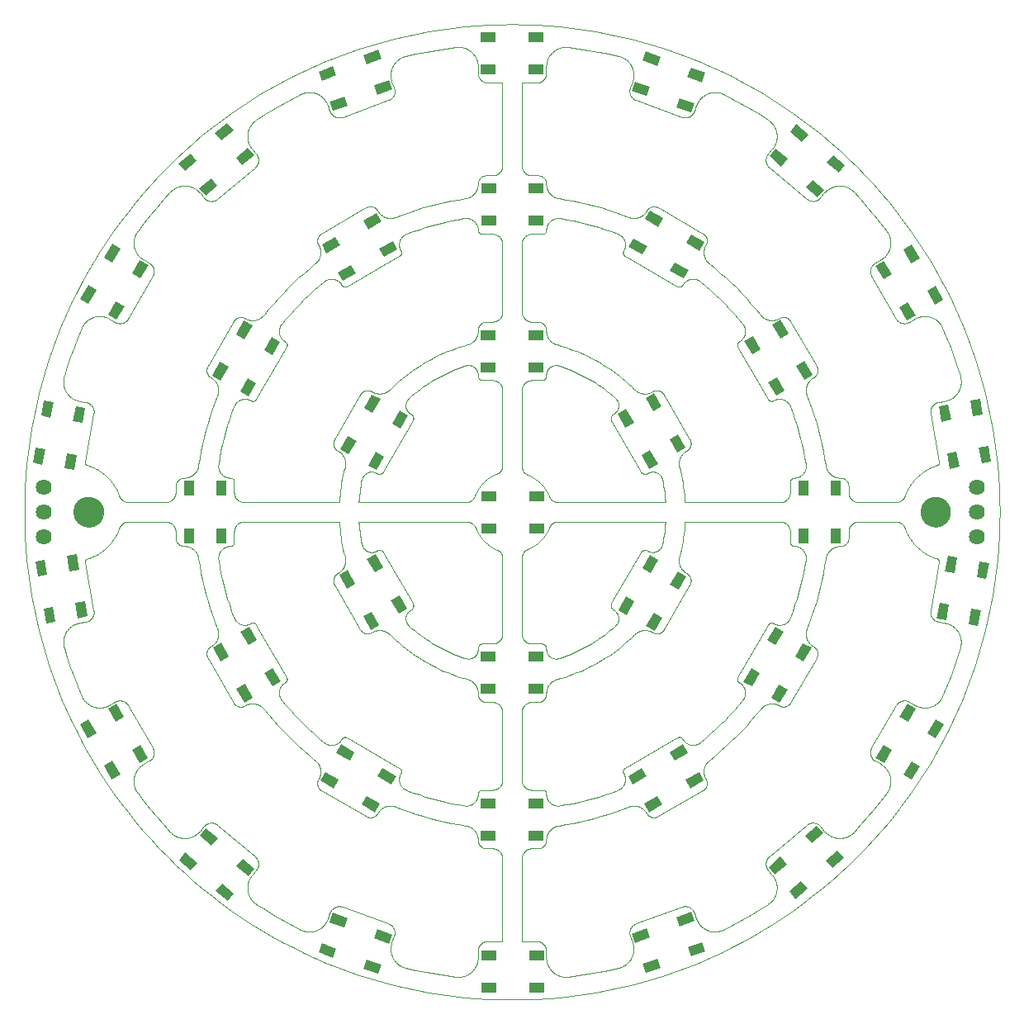
<source format=gts>
G75*
%MOIN*%
%OFA0B0*%
%FSLAX25Y25*%
%IPPOS*%
%LPD*%
%AMOC8*
5,1,8,0,0,1.08239X$1,22.5*
%
%ADD10C,0.00004*%
%ADD11C,0.00000*%
%ADD12C,0.12211*%
%ADD13R,0.06306X0.03943*%
%ADD14R,0.03943X0.06306*%
%ADD15C,0.06400*%
D10*
X0138134Y0128379D02*
X0138212Y0128475D01*
X0138287Y0128574D01*
X0138359Y0128674D01*
X0138427Y0128777D01*
X0138493Y0128882D01*
X0138555Y0128989D01*
X0138613Y0129098D01*
X0138669Y0129209D01*
X0138720Y0129321D01*
X0138768Y0129435D01*
X0138813Y0129551D01*
X0138854Y0129667D01*
X0138891Y0129785D01*
X0138924Y0129904D01*
X0138954Y0130024D01*
X0138980Y0130145D01*
X0139002Y0130267D01*
X0139020Y0130389D01*
X0139035Y0130512D01*
X0139045Y0130635D01*
X0139052Y0130759D01*
X0139055Y0130882D01*
X0139054Y0131006D01*
X0139049Y0131130D01*
X0139040Y0131253D01*
X0139027Y0131376D01*
X0139011Y0131499D01*
X0138990Y0131621D01*
X0138966Y0131742D01*
X0138938Y0131862D01*
X0138906Y0131982D01*
X0138871Y0132100D01*
X0138831Y0132218D01*
X0138789Y0132334D01*
X0138742Y0132448D01*
X0138692Y0132561D01*
X0138638Y0132673D01*
X0138581Y0132783D01*
X0138521Y0132890D01*
X0138457Y0132996D01*
X0138390Y0133100D01*
X0138319Y0133202D01*
X0138246Y0133301D01*
X0138169Y0133398D01*
X0138089Y0133493D01*
X0138007Y0133585D01*
X0137921Y0133674D01*
X0137833Y0133761D01*
X0137742Y0133845D01*
X0137649Y0133926D01*
X0137648Y0133926D02*
X0122569Y0146580D01*
X0122473Y0146658D01*
X0122374Y0146733D01*
X0122274Y0146805D01*
X0122171Y0146873D01*
X0122066Y0146939D01*
X0121959Y0147001D01*
X0121850Y0147059D01*
X0121739Y0147115D01*
X0121627Y0147166D01*
X0121513Y0147214D01*
X0121397Y0147259D01*
X0121281Y0147300D01*
X0121163Y0147337D01*
X0121044Y0147370D01*
X0120924Y0147400D01*
X0120803Y0147426D01*
X0120681Y0147448D01*
X0120559Y0147466D01*
X0120436Y0147481D01*
X0120313Y0147491D01*
X0120189Y0147498D01*
X0120066Y0147501D01*
X0119942Y0147500D01*
X0119818Y0147495D01*
X0119695Y0147486D01*
X0119572Y0147473D01*
X0119449Y0147457D01*
X0119327Y0147436D01*
X0119206Y0147412D01*
X0119086Y0147384D01*
X0118966Y0147352D01*
X0118848Y0147317D01*
X0118730Y0147277D01*
X0118614Y0147235D01*
X0118500Y0147188D01*
X0118387Y0147138D01*
X0118275Y0147084D01*
X0118165Y0147027D01*
X0118058Y0146967D01*
X0117952Y0146903D01*
X0117848Y0146836D01*
X0117746Y0146765D01*
X0117647Y0146692D01*
X0117550Y0146615D01*
X0117455Y0146535D01*
X0117363Y0146453D01*
X0117274Y0146367D01*
X0117187Y0146279D01*
X0117103Y0146188D01*
X0117022Y0146095D01*
X0117022Y0146094D02*
X0115327Y0144074D01*
X0115201Y0143928D01*
X0115072Y0143784D01*
X0114939Y0143645D01*
X0114803Y0143508D01*
X0114663Y0143375D01*
X0114521Y0143245D01*
X0114375Y0143119D01*
X0114226Y0142996D01*
X0114074Y0142877D01*
X0113919Y0142762D01*
X0113762Y0142650D01*
X0113601Y0142543D01*
X0113438Y0142439D01*
X0113273Y0142340D01*
X0113106Y0142244D01*
X0112936Y0142153D01*
X0112763Y0142066D01*
X0112589Y0141983D01*
X0112413Y0141905D01*
X0112235Y0141830D01*
X0112055Y0141761D01*
X0111874Y0141695D01*
X0111690Y0141634D01*
X0111506Y0141578D01*
X0111320Y0141526D01*
X0111133Y0141479D01*
X0110945Y0141436D01*
X0110756Y0141398D01*
X0110566Y0141364D01*
X0110375Y0141335D01*
X0110184Y0141311D01*
X0109992Y0141292D01*
X0109799Y0141277D01*
X0109607Y0141267D01*
X0109414Y0141262D01*
X0109221Y0141261D01*
X0109028Y0141266D01*
X0108835Y0141274D01*
X0108643Y0141288D01*
X0108451Y0141306D01*
X0108259Y0141329D01*
X0108068Y0141357D01*
X0107878Y0141390D01*
X0107689Y0141427D01*
X0107500Y0141468D01*
X0107313Y0141515D01*
X0107127Y0141565D01*
X0106942Y0141621D01*
X0106759Y0141681D01*
X0106577Y0141745D01*
X0106397Y0141814D01*
X0106218Y0141887D01*
X0106041Y0141965D01*
X0105867Y0142046D01*
X0105694Y0142133D01*
X0105524Y0142223D01*
X0105355Y0142317D01*
X0105190Y0142416D01*
X0105026Y0142519D01*
X0104865Y0142625D01*
X0104707Y0142736D01*
X0104552Y0142850D01*
X0104399Y0142968D01*
X0104250Y0143090D01*
X0104103Y0143215D01*
X0103960Y0143344D01*
X0103819Y0143477D01*
X0103682Y0143613D01*
X0103549Y0143752D01*
X0090271Y0159575D02*
X0090157Y0159731D01*
X0090047Y0159889D01*
X0089941Y0160050D01*
X0089839Y0160214D01*
X0089741Y0160380D01*
X0089647Y0160548D01*
X0089557Y0160719D01*
X0089471Y0160892D01*
X0089390Y0161067D01*
X0089313Y0161244D01*
X0089240Y0161423D01*
X0089172Y0161603D01*
X0089108Y0161785D01*
X0089049Y0161969D01*
X0088994Y0162154D01*
X0088944Y0162340D01*
X0088898Y0162527D01*
X0088857Y0162716D01*
X0088820Y0162905D01*
X0088788Y0163096D01*
X0088761Y0163287D01*
X0088739Y0163478D01*
X0088721Y0163670D01*
X0088708Y0163863D01*
X0088700Y0164056D01*
X0088696Y0164249D01*
X0088697Y0164442D01*
X0088703Y0164634D01*
X0088714Y0164827D01*
X0088729Y0165019D01*
X0088749Y0165211D01*
X0088774Y0165403D01*
X0088803Y0165593D01*
X0088837Y0165783D01*
X0088876Y0165972D01*
X0088919Y0166160D01*
X0088967Y0166347D01*
X0089019Y0166533D01*
X0089076Y0166717D01*
X0089138Y0166900D01*
X0089204Y0167081D01*
X0089274Y0167261D01*
X0089349Y0167439D01*
X0089428Y0167615D01*
X0089512Y0167789D01*
X0089599Y0167961D01*
X0089691Y0168130D01*
X0089787Y0168298D01*
X0089887Y0168463D01*
X0089991Y0168625D01*
X0090099Y0168785D01*
X0090211Y0168942D01*
X0090326Y0169097D01*
X0090446Y0169248D01*
X0090569Y0169397D01*
X0090696Y0169542D01*
X0090826Y0169685D01*
X0090959Y0169824D01*
X0091097Y0169959D01*
X0091237Y0170092D01*
X0091380Y0170221D01*
X0091527Y0170346D01*
X0091677Y0170468D01*
X0091829Y0170586D01*
X0091985Y0170700D01*
X0092143Y0170811D01*
X0092304Y0170917D01*
X0092467Y0171020D01*
X0092633Y0171118D01*
X0092633Y0171119D02*
X0094918Y0172437D01*
X0095024Y0172501D01*
X0095128Y0172568D01*
X0095230Y0172638D01*
X0095329Y0172711D01*
X0095427Y0172787D01*
X0095522Y0172867D01*
X0095614Y0172949D01*
X0095704Y0173034D01*
X0095791Y0173122D01*
X0095875Y0173213D01*
X0095956Y0173306D01*
X0096034Y0173402D01*
X0096110Y0173500D01*
X0096182Y0173600D01*
X0096251Y0173703D01*
X0096317Y0173808D01*
X0096379Y0173914D01*
X0096438Y0174023D01*
X0096494Y0174134D01*
X0096546Y0174246D01*
X0096594Y0174359D01*
X0096639Y0174475D01*
X0096680Y0174591D01*
X0096718Y0174709D01*
X0096752Y0174828D01*
X0096782Y0174948D01*
X0096808Y0175069D01*
X0096831Y0175190D01*
X0096850Y0175313D01*
X0096864Y0175435D01*
X0096875Y0175559D01*
X0096883Y0175682D01*
X0096886Y0175806D01*
X0096885Y0175929D01*
X0096881Y0176053D01*
X0096872Y0176176D01*
X0096860Y0176300D01*
X0096844Y0176422D01*
X0096824Y0176544D01*
X0096800Y0176666D01*
X0096772Y0176786D01*
X0096741Y0176906D01*
X0096706Y0177024D01*
X0096667Y0177142D01*
X0096625Y0177258D01*
X0096578Y0177373D01*
X0096529Y0177486D01*
X0096475Y0177598D01*
X0096419Y0177707D01*
X0096359Y0177816D01*
X0086516Y0194863D01*
X0086517Y0194863D02*
X0086453Y0194970D01*
X0086386Y0195074D01*
X0086316Y0195176D01*
X0086243Y0195275D01*
X0086167Y0195373D01*
X0086087Y0195468D01*
X0086005Y0195560D01*
X0085920Y0195650D01*
X0085832Y0195737D01*
X0085741Y0195821D01*
X0085648Y0195902D01*
X0085552Y0195980D01*
X0085454Y0196056D01*
X0085354Y0196128D01*
X0085251Y0196197D01*
X0085146Y0196263D01*
X0085040Y0196325D01*
X0084931Y0196384D01*
X0084821Y0196440D01*
X0084708Y0196492D01*
X0084595Y0196540D01*
X0084479Y0196585D01*
X0084363Y0196626D01*
X0084245Y0196664D01*
X0084126Y0196698D01*
X0084006Y0196728D01*
X0083885Y0196754D01*
X0083764Y0196777D01*
X0083641Y0196796D01*
X0083519Y0196810D01*
X0083395Y0196821D01*
X0083272Y0196829D01*
X0083148Y0196832D01*
X0083025Y0196831D01*
X0082901Y0196827D01*
X0082778Y0196818D01*
X0082655Y0196806D01*
X0082532Y0196790D01*
X0082410Y0196770D01*
X0082288Y0196746D01*
X0082168Y0196718D01*
X0082048Y0196687D01*
X0081930Y0196652D01*
X0081812Y0196613D01*
X0081696Y0196571D01*
X0081581Y0196524D01*
X0081468Y0196475D01*
X0081356Y0196421D01*
X0081247Y0196365D01*
X0081139Y0196305D01*
X0081138Y0196304D02*
X0078854Y0194985D01*
X0078853Y0194985D02*
X0078685Y0194891D01*
X0078514Y0194800D01*
X0078342Y0194714D01*
X0078167Y0194632D01*
X0077990Y0194555D01*
X0077812Y0194482D01*
X0077632Y0194413D01*
X0077450Y0194349D01*
X0077266Y0194289D01*
X0077081Y0194234D01*
X0076895Y0194183D01*
X0076708Y0194137D01*
X0076520Y0194095D01*
X0076330Y0194058D01*
X0076140Y0194026D01*
X0075949Y0193998D01*
X0075757Y0193975D01*
X0075565Y0193957D01*
X0075373Y0193943D01*
X0075180Y0193934D01*
X0074987Y0193930D01*
X0074794Y0193931D01*
X0074602Y0193936D01*
X0074409Y0193946D01*
X0074217Y0193961D01*
X0074025Y0193981D01*
X0073833Y0194005D01*
X0073642Y0194034D01*
X0073452Y0194067D01*
X0073263Y0194105D01*
X0073075Y0194148D01*
X0072888Y0194196D01*
X0072702Y0194248D01*
X0072518Y0194304D01*
X0072335Y0194365D01*
X0072153Y0194431D01*
X0071974Y0194500D01*
X0071796Y0194575D01*
X0071619Y0194653D01*
X0071445Y0194736D01*
X0071273Y0194823D01*
X0071103Y0194915D01*
X0070935Y0195010D01*
X0070770Y0195110D01*
X0070607Y0195213D01*
X0070447Y0195321D01*
X0070290Y0195432D01*
X0070135Y0195548D01*
X0069983Y0195667D01*
X0069834Y0195789D01*
X0069688Y0195916D01*
X0069546Y0196046D01*
X0069406Y0196179D01*
X0069270Y0196315D01*
X0069137Y0196455D01*
X0069008Y0196599D01*
X0068882Y0196745D01*
X0068760Y0196894D01*
X0068642Y0197047D01*
X0068527Y0197202D01*
X0068416Y0197360D01*
X0068309Y0197520D01*
X0068206Y0197683D01*
X0068107Y0197849D01*
X0068012Y0198017D01*
X0067922Y0198187D01*
X0067835Y0198360D01*
X0067753Y0198534D01*
X0067675Y0198711D01*
X0060611Y0218122D02*
X0060557Y0218307D01*
X0060508Y0218494D01*
X0060463Y0218682D01*
X0060423Y0218870D01*
X0060388Y0219060D01*
X0060357Y0219251D01*
X0060331Y0219442D01*
X0060310Y0219634D01*
X0060293Y0219826D01*
X0060282Y0220018D01*
X0060274Y0220211D01*
X0060272Y0220404D01*
X0060274Y0220597D01*
X0060281Y0220790D01*
X0060293Y0220982D01*
X0060310Y0221175D01*
X0060331Y0221366D01*
X0060357Y0221558D01*
X0060387Y0221748D01*
X0060422Y0221938D01*
X0060462Y0222127D01*
X0060506Y0222314D01*
X0060556Y0222501D01*
X0060609Y0222686D01*
X0060667Y0222870D01*
X0060730Y0223053D01*
X0060797Y0223234D01*
X0060868Y0223413D01*
X0060944Y0223590D01*
X0061024Y0223766D01*
X0061109Y0223939D01*
X0061197Y0224111D01*
X0061290Y0224280D01*
X0061387Y0224446D01*
X0061488Y0224611D01*
X0061593Y0224773D01*
X0061702Y0224932D01*
X0061815Y0225088D01*
X0061931Y0225242D01*
X0062052Y0225393D01*
X0062176Y0225541D01*
X0062303Y0225686D01*
X0062434Y0225827D01*
X0062569Y0225965D01*
X0062707Y0226100D01*
X0062848Y0226232D01*
X0062992Y0226360D01*
X0063140Y0226484D01*
X0063290Y0226605D01*
X0063443Y0226722D01*
X0063599Y0226836D01*
X0063758Y0226945D01*
X0063920Y0227051D01*
X0064084Y0227152D01*
X0064250Y0227250D01*
X0064419Y0227343D01*
X0064590Y0227432D01*
X0064763Y0227517D01*
X0064939Y0227598D01*
X0065116Y0227675D01*
X0065295Y0227747D01*
X0065475Y0227814D01*
X0065658Y0227877D01*
X0065842Y0227936D01*
X0066027Y0227990D01*
X0066213Y0228040D01*
X0066401Y0228085D01*
X0066589Y0228126D01*
X0066779Y0228161D01*
X0069376Y0228619D01*
X0069377Y0228619D02*
X0069498Y0228642D01*
X0069619Y0228669D01*
X0069738Y0228700D01*
X0069857Y0228735D01*
X0069975Y0228773D01*
X0070091Y0228816D01*
X0070206Y0228861D01*
X0070319Y0228911D01*
X0070431Y0228963D01*
X0070541Y0229020D01*
X0070650Y0229080D01*
X0070756Y0229143D01*
X0070860Y0229209D01*
X0070962Y0229279D01*
X0071062Y0229352D01*
X0071160Y0229428D01*
X0071255Y0229507D01*
X0071348Y0229589D01*
X0071438Y0229674D01*
X0071525Y0229761D01*
X0071610Y0229851D01*
X0071691Y0229944D01*
X0071770Y0230040D01*
X0071845Y0230138D01*
X0071918Y0230238D01*
X0071987Y0230340D01*
X0072053Y0230445D01*
X0072116Y0230551D01*
X0072176Y0230660D01*
X0072232Y0230770D01*
X0072284Y0230882D01*
X0072333Y0230996D01*
X0072378Y0231111D01*
X0072420Y0231227D01*
X0072458Y0231345D01*
X0072492Y0231464D01*
X0072523Y0231584D01*
X0072550Y0231704D01*
X0072573Y0231826D01*
X0072592Y0231948D01*
X0072607Y0232071D01*
X0072618Y0232194D01*
X0072626Y0232317D01*
X0072630Y0232441D01*
X0072629Y0232565D01*
X0072625Y0232688D01*
X0072617Y0232812D01*
X0072605Y0232935D01*
X0072590Y0233058D01*
X0072570Y0233180D01*
X0069152Y0252566D01*
X0069123Y0252714D02*
X0069110Y0252781D01*
X0069102Y0252848D01*
X0069097Y0252916D01*
X0069096Y0252984D01*
X0069099Y0253051D01*
X0069106Y0253119D01*
X0069117Y0253186D01*
X0069132Y0253252D01*
X0069150Y0253317D01*
X0069172Y0253381D01*
X0069198Y0253444D01*
X0069227Y0253505D01*
X0069260Y0253565D01*
X0069296Y0253622D01*
X0069336Y0253677D01*
X0069378Y0253730D01*
X0069424Y0253780D01*
X0069472Y0253828D01*
X0069523Y0253873D01*
X0069576Y0253914D01*
X0069632Y0253953D01*
X0069690Y0253989D01*
X0069749Y0254021D01*
X0069811Y0254049D01*
X0069874Y0254074D01*
X0069938Y0254095D01*
X0069123Y0252714D02*
X0069138Y0252640D01*
X0069152Y0252565D01*
X0082851Y0266392D02*
X0082894Y0266509D01*
X0082941Y0266624D01*
X0082992Y0266737D01*
X0083046Y0266849D01*
X0083104Y0266959D01*
X0083165Y0267068D01*
X0083229Y0267174D01*
X0083297Y0267278D01*
X0083368Y0267380D01*
X0083442Y0267480D01*
X0083519Y0267577D01*
X0083599Y0267672D01*
X0083683Y0267764D01*
X0083769Y0267854D01*
X0083858Y0267940D01*
X0083949Y0268024D01*
X0084044Y0268105D01*
X0084140Y0268183D01*
X0084240Y0268258D01*
X0084341Y0268330D01*
X0084445Y0268399D01*
X0084550Y0268464D01*
X0084658Y0268526D01*
X0084768Y0268584D01*
X0084879Y0268639D01*
X0084993Y0268690D01*
X0085107Y0268738D01*
X0085223Y0268782D01*
X0085341Y0268823D01*
X0085460Y0268859D01*
X0085579Y0268892D01*
X0085700Y0268921D01*
X0085822Y0268947D01*
X0085944Y0268968D01*
X0086067Y0268986D01*
X0086191Y0268999D01*
X0086315Y0269009D01*
X0086439Y0269015D01*
X0086563Y0269017D01*
X0101694Y0269017D01*
X0101818Y0269015D01*
X0101941Y0269009D01*
X0102065Y0269000D01*
X0102187Y0268986D01*
X0102310Y0268969D01*
X0102432Y0268947D01*
X0102553Y0268922D01*
X0102673Y0268893D01*
X0102792Y0268861D01*
X0102911Y0268824D01*
X0103028Y0268784D01*
X0103143Y0268741D01*
X0103258Y0268693D01*
X0103370Y0268642D01*
X0103481Y0268588D01*
X0103591Y0268530D01*
X0103698Y0268469D01*
X0103804Y0268404D01*
X0103907Y0268336D01*
X0104008Y0268265D01*
X0104107Y0268191D01*
X0104204Y0268114D01*
X0104298Y0268033D01*
X0104389Y0267950D01*
X0104478Y0267864D01*
X0104564Y0267775D01*
X0104647Y0267684D01*
X0104728Y0267590D01*
X0104805Y0267493D01*
X0104879Y0267394D01*
X0104950Y0267293D01*
X0105018Y0267190D01*
X0105083Y0267084D01*
X0105144Y0266977D01*
X0105202Y0266867D01*
X0105256Y0266756D01*
X0105307Y0266644D01*
X0105355Y0266529D01*
X0105398Y0266414D01*
X0105438Y0266297D01*
X0105475Y0266178D01*
X0105507Y0266059D01*
X0105536Y0265939D01*
X0105561Y0265818D01*
X0105583Y0265696D01*
X0105600Y0265573D01*
X0105614Y0265451D01*
X0105623Y0265327D01*
X0105629Y0265204D01*
X0105631Y0265080D01*
X0105631Y0262520D01*
X0105633Y0262406D01*
X0105639Y0262292D01*
X0105649Y0262178D01*
X0105662Y0262064D01*
X0105680Y0261951D01*
X0105701Y0261839D01*
X0105726Y0261728D01*
X0105755Y0261617D01*
X0105788Y0261508D01*
X0105824Y0261399D01*
X0105864Y0261293D01*
X0105908Y0261187D01*
X0105955Y0261083D01*
X0106006Y0260981D01*
X0106060Y0260880D01*
X0106118Y0260781D01*
X0106179Y0260685D01*
X0106243Y0260590D01*
X0106311Y0260498D01*
X0106381Y0260408D01*
X0106455Y0260321D01*
X0106532Y0260236D01*
X0106611Y0260154D01*
X0106693Y0260075D01*
X0106778Y0259998D01*
X0106865Y0259924D01*
X0106955Y0259854D01*
X0107047Y0259786D01*
X0107142Y0259722D01*
X0107238Y0259661D01*
X0107337Y0259603D01*
X0107438Y0259549D01*
X0107540Y0259498D01*
X0107644Y0259451D01*
X0107750Y0259407D01*
X0107856Y0259367D01*
X0107965Y0259331D01*
X0108074Y0259298D01*
X0108185Y0259269D01*
X0108296Y0259244D01*
X0108408Y0259223D01*
X0108521Y0259205D01*
X0108635Y0259192D01*
X0108749Y0259182D01*
X0108863Y0259176D01*
X0108977Y0259174D01*
X0109055Y0259174D01*
X0109054Y0259174D02*
X0109207Y0259172D01*
X0109360Y0259166D01*
X0109512Y0259156D01*
X0109664Y0259142D01*
X0109816Y0259125D01*
X0109967Y0259103D01*
X0110118Y0259077D01*
X0110268Y0259048D01*
X0110417Y0259015D01*
X0110565Y0258977D01*
X0110713Y0258936D01*
X0110859Y0258892D01*
X0111004Y0258843D01*
X0111147Y0258791D01*
X0111289Y0258735D01*
X0111430Y0258675D01*
X0111569Y0258612D01*
X0111707Y0258545D01*
X0111842Y0258474D01*
X0111976Y0258401D01*
X0112108Y0258323D01*
X0112238Y0258243D01*
X0112365Y0258159D01*
X0112491Y0258071D01*
X0112614Y0257981D01*
X0112734Y0257887D01*
X0112853Y0257790D01*
X0112968Y0257690D01*
X0113082Y0257588D01*
X0113192Y0257482D01*
X0113300Y0257374D01*
X0113404Y0257262D01*
X0113506Y0257148D01*
X0113605Y0257032D01*
X0113701Y0256913D01*
X0113794Y0256792D01*
X0113883Y0256668D01*
X0113970Y0256542D01*
X0114053Y0256413D01*
X0114132Y0256283D01*
X0114209Y0256151D01*
X0114282Y0256016D01*
X0114351Y0255880D01*
X0114417Y0255742D01*
X0114479Y0255603D01*
X0114538Y0255461D01*
X0114593Y0255319D01*
X0114644Y0255175D01*
X0114691Y0255030D01*
X0114735Y0254883D01*
X0114775Y0254736D01*
X0114811Y0254587D01*
X0114843Y0254438D01*
X0114871Y0254288D01*
X0114896Y0254137D01*
X0122934Y0253692D02*
X0122914Y0253827D01*
X0122898Y0253963D01*
X0122886Y0254098D01*
X0122878Y0254234D01*
X0122874Y0254371D01*
X0122873Y0254507D01*
X0122877Y0254643D01*
X0122885Y0254780D01*
X0122896Y0254915D01*
X0122911Y0255051D01*
X0122931Y0255186D01*
X0122954Y0255320D01*
X0122981Y0255454D01*
X0123012Y0255587D01*
X0123047Y0255719D01*
X0123085Y0255849D01*
X0123127Y0255979D01*
X0123173Y0256107D01*
X0123223Y0256234D01*
X0123276Y0256360D01*
X0123333Y0256484D01*
X0123394Y0256606D01*
X0123458Y0256726D01*
X0123525Y0256845D01*
X0123596Y0256961D01*
X0123670Y0257076D01*
X0123747Y0257188D01*
X0123828Y0257298D01*
X0123912Y0257406D01*
X0123999Y0257511D01*
X0124089Y0257613D01*
X0124181Y0257713D01*
X0124277Y0257810D01*
X0124375Y0257905D01*
X0124476Y0257996D01*
X0124580Y0258085D01*
X0124686Y0258171D01*
X0124795Y0258253D01*
X0124906Y0258332D01*
X0125019Y0258408D01*
X0125134Y0258481D01*
X0125251Y0258551D01*
X0125371Y0258617D01*
X0125492Y0258679D01*
X0125615Y0258738D01*
X0125740Y0258793D01*
X0125866Y0258845D01*
X0125993Y0258893D01*
X0126122Y0258938D01*
X0126252Y0258979D01*
X0126384Y0259015D01*
X0126516Y0259049D01*
X0126649Y0259078D01*
X0126783Y0259103D01*
X0126918Y0259125D01*
X0127053Y0259143D01*
X0127188Y0259156D01*
X0127324Y0259166D01*
X0127461Y0259172D01*
X0127597Y0259174D01*
X0127678Y0259174D01*
X0127755Y0259176D01*
X0127832Y0259182D01*
X0127909Y0259191D01*
X0127985Y0259204D01*
X0128061Y0259221D01*
X0128135Y0259242D01*
X0128209Y0259266D01*
X0128281Y0259294D01*
X0128351Y0259325D01*
X0128420Y0259360D01*
X0128488Y0259398D01*
X0128553Y0259439D01*
X0128616Y0259484D01*
X0128677Y0259532D01*
X0128736Y0259582D01*
X0128792Y0259635D01*
X0128845Y0259691D01*
X0128895Y0259750D01*
X0128943Y0259811D01*
X0128988Y0259874D01*
X0129029Y0259939D01*
X0129067Y0260007D01*
X0129102Y0260076D01*
X0129133Y0260146D01*
X0129161Y0260218D01*
X0129185Y0260292D01*
X0129206Y0260366D01*
X0129223Y0260442D01*
X0129236Y0260518D01*
X0129245Y0260595D01*
X0129251Y0260672D01*
X0129253Y0260749D01*
X0129253Y0265080D01*
X0129255Y0265204D01*
X0129261Y0265327D01*
X0129270Y0265451D01*
X0129284Y0265573D01*
X0129301Y0265696D01*
X0129323Y0265818D01*
X0129348Y0265939D01*
X0129377Y0266059D01*
X0129409Y0266178D01*
X0129446Y0266297D01*
X0129486Y0266414D01*
X0129529Y0266529D01*
X0129577Y0266644D01*
X0129628Y0266756D01*
X0129682Y0266867D01*
X0129740Y0266977D01*
X0129801Y0267084D01*
X0129866Y0267190D01*
X0129934Y0267293D01*
X0130005Y0267394D01*
X0130079Y0267493D01*
X0130156Y0267590D01*
X0130237Y0267684D01*
X0130320Y0267775D01*
X0130406Y0267864D01*
X0130495Y0267950D01*
X0130586Y0268033D01*
X0130680Y0268114D01*
X0130777Y0268191D01*
X0130876Y0268265D01*
X0130977Y0268336D01*
X0131080Y0268404D01*
X0131186Y0268469D01*
X0131293Y0268530D01*
X0131403Y0268588D01*
X0131514Y0268642D01*
X0131626Y0268693D01*
X0131741Y0268741D01*
X0131856Y0268784D01*
X0131973Y0268824D01*
X0132092Y0268861D01*
X0132211Y0268893D01*
X0132331Y0268922D01*
X0132452Y0268947D01*
X0132574Y0268969D01*
X0132697Y0268986D01*
X0132819Y0269000D01*
X0132943Y0269009D01*
X0133066Y0269015D01*
X0133190Y0269017D01*
X0171687Y0269017D01*
X0171687Y0276891D02*
X0133190Y0276891D01*
X0133066Y0276893D01*
X0132943Y0276899D01*
X0132819Y0276908D01*
X0132697Y0276922D01*
X0132574Y0276939D01*
X0132452Y0276961D01*
X0132331Y0276986D01*
X0132211Y0277015D01*
X0132092Y0277047D01*
X0131973Y0277084D01*
X0131856Y0277124D01*
X0131741Y0277167D01*
X0131626Y0277215D01*
X0131514Y0277266D01*
X0131403Y0277320D01*
X0131293Y0277378D01*
X0131186Y0277439D01*
X0131080Y0277504D01*
X0130977Y0277572D01*
X0130876Y0277643D01*
X0130777Y0277717D01*
X0130680Y0277794D01*
X0130586Y0277875D01*
X0130495Y0277958D01*
X0130406Y0278044D01*
X0130320Y0278133D01*
X0130237Y0278224D01*
X0130156Y0278318D01*
X0130079Y0278415D01*
X0130005Y0278514D01*
X0129934Y0278615D01*
X0129866Y0278718D01*
X0129801Y0278824D01*
X0129740Y0278931D01*
X0129682Y0279041D01*
X0129628Y0279152D01*
X0129577Y0279264D01*
X0129529Y0279379D01*
X0129486Y0279494D01*
X0129446Y0279611D01*
X0129409Y0279730D01*
X0129377Y0279849D01*
X0129348Y0279969D01*
X0129323Y0280090D01*
X0129301Y0280212D01*
X0129284Y0280335D01*
X0129270Y0280457D01*
X0129261Y0280581D01*
X0129255Y0280704D01*
X0129253Y0280828D01*
X0129253Y0285158D01*
X0129251Y0285235D01*
X0129245Y0285312D01*
X0129236Y0285389D01*
X0129223Y0285465D01*
X0129206Y0285541D01*
X0129185Y0285615D01*
X0129161Y0285689D01*
X0129133Y0285761D01*
X0129102Y0285831D01*
X0129067Y0285900D01*
X0129029Y0285968D01*
X0128988Y0286033D01*
X0128943Y0286096D01*
X0128895Y0286157D01*
X0128845Y0286216D01*
X0128792Y0286272D01*
X0128736Y0286325D01*
X0128677Y0286375D01*
X0128616Y0286423D01*
X0128553Y0286468D01*
X0128488Y0286509D01*
X0128420Y0286547D01*
X0128351Y0286582D01*
X0128281Y0286613D01*
X0128209Y0286641D01*
X0128135Y0286665D01*
X0128061Y0286686D01*
X0127985Y0286703D01*
X0127909Y0286716D01*
X0127832Y0286725D01*
X0127755Y0286731D01*
X0127678Y0286733D01*
X0127597Y0286733D01*
X0127461Y0286735D01*
X0127324Y0286741D01*
X0127188Y0286751D01*
X0127053Y0286764D01*
X0126918Y0286782D01*
X0126783Y0286804D01*
X0126649Y0286829D01*
X0126516Y0286858D01*
X0126384Y0286892D01*
X0126252Y0286928D01*
X0126122Y0286969D01*
X0125993Y0287014D01*
X0125866Y0287062D01*
X0125740Y0287114D01*
X0125615Y0287169D01*
X0125492Y0287228D01*
X0125371Y0287290D01*
X0125251Y0287356D01*
X0125134Y0287426D01*
X0125019Y0287499D01*
X0124906Y0287575D01*
X0124795Y0287654D01*
X0124686Y0287736D01*
X0124580Y0287822D01*
X0124476Y0287911D01*
X0124375Y0288002D01*
X0124277Y0288097D01*
X0124181Y0288194D01*
X0124089Y0288294D01*
X0123999Y0288396D01*
X0123912Y0288501D01*
X0123828Y0288609D01*
X0123747Y0288719D01*
X0123670Y0288831D01*
X0123596Y0288946D01*
X0123525Y0289062D01*
X0123458Y0289181D01*
X0123394Y0289301D01*
X0123333Y0289423D01*
X0123276Y0289547D01*
X0123223Y0289673D01*
X0123173Y0289800D01*
X0123127Y0289928D01*
X0123085Y0290058D01*
X0123047Y0290188D01*
X0123012Y0290320D01*
X0122981Y0290453D01*
X0122954Y0290587D01*
X0122931Y0290721D01*
X0122911Y0290856D01*
X0122896Y0290992D01*
X0122885Y0291127D01*
X0122877Y0291264D01*
X0122873Y0291400D01*
X0122874Y0291536D01*
X0122878Y0291673D01*
X0122886Y0291809D01*
X0122898Y0291944D01*
X0122914Y0292080D01*
X0122934Y0292215D01*
X0114896Y0291770D02*
X0114871Y0291619D01*
X0114843Y0291469D01*
X0114811Y0291320D01*
X0114775Y0291171D01*
X0114735Y0291024D01*
X0114691Y0290877D01*
X0114644Y0290732D01*
X0114593Y0290588D01*
X0114538Y0290446D01*
X0114479Y0290304D01*
X0114417Y0290165D01*
X0114351Y0290027D01*
X0114282Y0289891D01*
X0114209Y0289756D01*
X0114132Y0289624D01*
X0114053Y0289494D01*
X0113970Y0289365D01*
X0113883Y0289239D01*
X0113794Y0289115D01*
X0113701Y0288994D01*
X0113605Y0288875D01*
X0113506Y0288759D01*
X0113404Y0288645D01*
X0113300Y0288533D01*
X0113192Y0288425D01*
X0113082Y0288319D01*
X0112968Y0288217D01*
X0112853Y0288117D01*
X0112734Y0288020D01*
X0112614Y0287926D01*
X0112491Y0287836D01*
X0112365Y0287748D01*
X0112238Y0287664D01*
X0112108Y0287584D01*
X0111976Y0287506D01*
X0111842Y0287433D01*
X0111707Y0287362D01*
X0111569Y0287295D01*
X0111430Y0287232D01*
X0111289Y0287172D01*
X0111147Y0287116D01*
X0111004Y0287064D01*
X0110859Y0287015D01*
X0110713Y0286971D01*
X0110565Y0286930D01*
X0110417Y0286892D01*
X0110268Y0286859D01*
X0110118Y0286830D01*
X0109967Y0286804D01*
X0109816Y0286782D01*
X0109664Y0286765D01*
X0109512Y0286751D01*
X0109360Y0286741D01*
X0109207Y0286735D01*
X0109054Y0286733D01*
X0109055Y0286733D02*
X0108977Y0286733D01*
X0108863Y0286731D01*
X0108749Y0286725D01*
X0108635Y0286715D01*
X0108521Y0286702D01*
X0108408Y0286684D01*
X0108296Y0286663D01*
X0108185Y0286638D01*
X0108074Y0286609D01*
X0107965Y0286576D01*
X0107856Y0286540D01*
X0107750Y0286500D01*
X0107644Y0286456D01*
X0107540Y0286409D01*
X0107438Y0286358D01*
X0107337Y0286304D01*
X0107238Y0286246D01*
X0107142Y0286185D01*
X0107047Y0286121D01*
X0106955Y0286053D01*
X0106865Y0285983D01*
X0106778Y0285909D01*
X0106693Y0285832D01*
X0106611Y0285753D01*
X0106532Y0285671D01*
X0106455Y0285586D01*
X0106381Y0285499D01*
X0106311Y0285409D01*
X0106243Y0285317D01*
X0106179Y0285222D01*
X0106118Y0285126D01*
X0106060Y0285027D01*
X0106006Y0284926D01*
X0105955Y0284824D01*
X0105908Y0284720D01*
X0105864Y0284614D01*
X0105824Y0284508D01*
X0105788Y0284399D01*
X0105755Y0284290D01*
X0105726Y0284179D01*
X0105701Y0284068D01*
X0105680Y0283956D01*
X0105662Y0283843D01*
X0105649Y0283729D01*
X0105639Y0283615D01*
X0105633Y0283501D01*
X0105631Y0283387D01*
X0105631Y0280828D01*
X0105629Y0280704D01*
X0105623Y0280581D01*
X0105614Y0280457D01*
X0105600Y0280335D01*
X0105583Y0280212D01*
X0105561Y0280090D01*
X0105536Y0279969D01*
X0105507Y0279849D01*
X0105475Y0279730D01*
X0105438Y0279611D01*
X0105398Y0279494D01*
X0105355Y0279379D01*
X0105307Y0279264D01*
X0105256Y0279152D01*
X0105202Y0279041D01*
X0105144Y0278931D01*
X0105083Y0278824D01*
X0105018Y0278718D01*
X0104950Y0278615D01*
X0104879Y0278514D01*
X0104805Y0278415D01*
X0104728Y0278318D01*
X0104647Y0278224D01*
X0104564Y0278133D01*
X0104478Y0278044D01*
X0104389Y0277958D01*
X0104298Y0277875D01*
X0104204Y0277794D01*
X0104107Y0277717D01*
X0104008Y0277643D01*
X0103907Y0277572D01*
X0103804Y0277504D01*
X0103698Y0277439D01*
X0103591Y0277378D01*
X0103481Y0277320D01*
X0103370Y0277266D01*
X0103258Y0277215D01*
X0103143Y0277167D01*
X0103028Y0277124D01*
X0102911Y0277084D01*
X0102792Y0277047D01*
X0102673Y0277015D01*
X0102553Y0276986D01*
X0102432Y0276961D01*
X0102310Y0276939D01*
X0102187Y0276922D01*
X0102065Y0276908D01*
X0101941Y0276899D01*
X0101818Y0276893D01*
X0101694Y0276891D01*
X0086563Y0276891D01*
X0086563Y0276890D02*
X0086439Y0276892D01*
X0086315Y0276898D01*
X0086191Y0276908D01*
X0086067Y0276921D01*
X0085944Y0276939D01*
X0085822Y0276960D01*
X0085700Y0276986D01*
X0085579Y0277015D01*
X0085460Y0277048D01*
X0085341Y0277084D01*
X0085223Y0277125D01*
X0085107Y0277169D01*
X0084993Y0277217D01*
X0084879Y0277268D01*
X0084768Y0277323D01*
X0084658Y0277381D01*
X0084550Y0277443D01*
X0084445Y0277508D01*
X0084341Y0277577D01*
X0084240Y0277649D01*
X0084140Y0277724D01*
X0084044Y0277802D01*
X0083949Y0277883D01*
X0083858Y0277967D01*
X0083769Y0278053D01*
X0083683Y0278143D01*
X0083599Y0278235D01*
X0083519Y0278330D01*
X0083442Y0278427D01*
X0083368Y0278527D01*
X0083297Y0278629D01*
X0083229Y0278733D01*
X0083165Y0278839D01*
X0083104Y0278948D01*
X0083046Y0279058D01*
X0082992Y0279170D01*
X0082941Y0279283D01*
X0082894Y0279398D01*
X0082851Y0279515D01*
X0069938Y0291812D02*
X0069874Y0291833D01*
X0069811Y0291858D01*
X0069749Y0291886D01*
X0069690Y0291918D01*
X0069632Y0291954D01*
X0069576Y0291993D01*
X0069523Y0292034D01*
X0069472Y0292079D01*
X0069424Y0292127D01*
X0069378Y0292177D01*
X0069336Y0292230D01*
X0069296Y0292285D01*
X0069260Y0292342D01*
X0069227Y0292402D01*
X0069198Y0292463D01*
X0069172Y0292526D01*
X0069150Y0292590D01*
X0069132Y0292655D01*
X0069117Y0292721D01*
X0069106Y0292788D01*
X0069099Y0292856D01*
X0069096Y0292923D01*
X0069097Y0292991D01*
X0069102Y0293059D01*
X0069110Y0293126D01*
X0069123Y0293193D01*
X0069152Y0293341D02*
X0072570Y0312727D01*
X0072590Y0312849D01*
X0072605Y0312972D01*
X0072617Y0313095D01*
X0072625Y0313219D01*
X0072629Y0313342D01*
X0072630Y0313466D01*
X0072626Y0313590D01*
X0072618Y0313713D01*
X0072607Y0313836D01*
X0072592Y0313959D01*
X0072573Y0314081D01*
X0072550Y0314203D01*
X0072523Y0314323D01*
X0072492Y0314443D01*
X0072458Y0314562D01*
X0072420Y0314680D01*
X0072378Y0314796D01*
X0072333Y0314911D01*
X0072284Y0315025D01*
X0072232Y0315137D01*
X0072176Y0315247D01*
X0072116Y0315356D01*
X0072053Y0315462D01*
X0071987Y0315567D01*
X0071918Y0315669D01*
X0071845Y0315769D01*
X0071770Y0315867D01*
X0071691Y0315963D01*
X0071610Y0316056D01*
X0071525Y0316146D01*
X0071438Y0316233D01*
X0071348Y0316318D01*
X0071255Y0316400D01*
X0071160Y0316479D01*
X0071062Y0316555D01*
X0070962Y0316628D01*
X0070860Y0316698D01*
X0070756Y0316764D01*
X0070650Y0316827D01*
X0070541Y0316887D01*
X0070431Y0316944D01*
X0070319Y0316996D01*
X0070206Y0317046D01*
X0070091Y0317091D01*
X0069975Y0317134D01*
X0069857Y0317172D01*
X0069738Y0317207D01*
X0069619Y0317238D01*
X0069498Y0317265D01*
X0069377Y0317288D01*
X0069376Y0317288D02*
X0066779Y0317746D01*
X0066589Y0317781D01*
X0066401Y0317822D01*
X0066213Y0317867D01*
X0066027Y0317917D01*
X0065842Y0317971D01*
X0065658Y0318030D01*
X0065475Y0318093D01*
X0065295Y0318160D01*
X0065116Y0318232D01*
X0064939Y0318309D01*
X0064763Y0318390D01*
X0064590Y0318475D01*
X0064419Y0318564D01*
X0064250Y0318657D01*
X0064084Y0318755D01*
X0063920Y0318856D01*
X0063758Y0318962D01*
X0063599Y0319071D01*
X0063443Y0319185D01*
X0063290Y0319302D01*
X0063140Y0319423D01*
X0062992Y0319547D01*
X0062848Y0319675D01*
X0062707Y0319807D01*
X0062569Y0319942D01*
X0062434Y0320080D01*
X0062303Y0320221D01*
X0062176Y0320366D01*
X0062052Y0320514D01*
X0061931Y0320665D01*
X0061815Y0320819D01*
X0061702Y0320975D01*
X0061593Y0321134D01*
X0061488Y0321296D01*
X0061387Y0321461D01*
X0061290Y0321627D01*
X0061197Y0321796D01*
X0061109Y0321968D01*
X0061024Y0322141D01*
X0060944Y0322317D01*
X0060868Y0322494D01*
X0060797Y0322673D01*
X0060730Y0322854D01*
X0060667Y0323037D01*
X0060609Y0323221D01*
X0060556Y0323406D01*
X0060506Y0323593D01*
X0060462Y0323780D01*
X0060422Y0323969D01*
X0060387Y0324159D01*
X0060357Y0324349D01*
X0060331Y0324541D01*
X0060310Y0324732D01*
X0060293Y0324925D01*
X0060281Y0325117D01*
X0060274Y0325310D01*
X0060272Y0325503D01*
X0060274Y0325696D01*
X0060282Y0325889D01*
X0060293Y0326081D01*
X0060310Y0326273D01*
X0060331Y0326465D01*
X0060357Y0326656D01*
X0060388Y0326847D01*
X0060423Y0327037D01*
X0060463Y0327225D01*
X0060508Y0327413D01*
X0060557Y0327600D01*
X0060611Y0327785D01*
X0067675Y0347196D02*
X0067753Y0347373D01*
X0067835Y0347547D01*
X0067922Y0347720D01*
X0068012Y0347890D01*
X0068107Y0348058D01*
X0068206Y0348224D01*
X0068309Y0348387D01*
X0068416Y0348547D01*
X0068527Y0348705D01*
X0068642Y0348860D01*
X0068760Y0349013D01*
X0068882Y0349162D01*
X0069008Y0349308D01*
X0069137Y0349452D01*
X0069270Y0349592D01*
X0069406Y0349728D01*
X0069546Y0349861D01*
X0069688Y0349991D01*
X0069834Y0350118D01*
X0069983Y0350240D01*
X0070135Y0350359D01*
X0070290Y0350475D01*
X0070447Y0350586D01*
X0070607Y0350694D01*
X0070770Y0350797D01*
X0070935Y0350897D01*
X0071103Y0350992D01*
X0071273Y0351084D01*
X0071445Y0351171D01*
X0071619Y0351254D01*
X0071796Y0351332D01*
X0071974Y0351407D01*
X0072153Y0351476D01*
X0072335Y0351542D01*
X0072518Y0351603D01*
X0072702Y0351659D01*
X0072888Y0351711D01*
X0073075Y0351759D01*
X0073263Y0351802D01*
X0073452Y0351840D01*
X0073642Y0351873D01*
X0073833Y0351902D01*
X0074025Y0351926D01*
X0074217Y0351946D01*
X0074409Y0351961D01*
X0074602Y0351971D01*
X0074794Y0351976D01*
X0074987Y0351977D01*
X0075180Y0351973D01*
X0075373Y0351964D01*
X0075565Y0351950D01*
X0075757Y0351932D01*
X0075949Y0351909D01*
X0076140Y0351881D01*
X0076330Y0351849D01*
X0076520Y0351812D01*
X0076708Y0351770D01*
X0076895Y0351724D01*
X0077081Y0351673D01*
X0077266Y0351618D01*
X0077450Y0351558D01*
X0077632Y0351494D01*
X0077812Y0351425D01*
X0077990Y0351352D01*
X0078167Y0351275D01*
X0078342Y0351193D01*
X0078514Y0351107D01*
X0078685Y0351016D01*
X0078853Y0350922D01*
X0078854Y0350922D02*
X0081138Y0349603D01*
X0081139Y0349602D02*
X0081247Y0349542D01*
X0081356Y0349486D01*
X0081468Y0349432D01*
X0081581Y0349383D01*
X0081696Y0349336D01*
X0081812Y0349294D01*
X0081930Y0349255D01*
X0082048Y0349220D01*
X0082168Y0349189D01*
X0082288Y0349161D01*
X0082410Y0349137D01*
X0082532Y0349117D01*
X0082655Y0349101D01*
X0082778Y0349089D01*
X0082901Y0349080D01*
X0083025Y0349076D01*
X0083148Y0349075D01*
X0083272Y0349078D01*
X0083395Y0349086D01*
X0083519Y0349097D01*
X0083641Y0349111D01*
X0083764Y0349130D01*
X0083885Y0349153D01*
X0084006Y0349179D01*
X0084126Y0349209D01*
X0084245Y0349243D01*
X0084363Y0349281D01*
X0084479Y0349322D01*
X0084595Y0349367D01*
X0084708Y0349415D01*
X0084821Y0349467D01*
X0084931Y0349523D01*
X0085040Y0349582D01*
X0085146Y0349644D01*
X0085251Y0349710D01*
X0085354Y0349779D01*
X0085454Y0349851D01*
X0085552Y0349927D01*
X0085648Y0350005D01*
X0085741Y0350086D01*
X0085832Y0350170D01*
X0085920Y0350257D01*
X0086005Y0350347D01*
X0086087Y0350439D01*
X0086167Y0350534D01*
X0086243Y0350632D01*
X0086316Y0350731D01*
X0086386Y0350833D01*
X0086453Y0350937D01*
X0086517Y0351044D01*
X0086516Y0351044D02*
X0096359Y0368092D01*
X0096359Y0368091D02*
X0096419Y0368200D01*
X0096475Y0368309D01*
X0096529Y0368421D01*
X0096578Y0368534D01*
X0096625Y0368649D01*
X0096667Y0368765D01*
X0096706Y0368883D01*
X0096741Y0369001D01*
X0096772Y0369121D01*
X0096800Y0369241D01*
X0096824Y0369363D01*
X0096844Y0369485D01*
X0096860Y0369607D01*
X0096872Y0369731D01*
X0096881Y0369854D01*
X0096885Y0369978D01*
X0096886Y0370101D01*
X0096883Y0370225D01*
X0096875Y0370348D01*
X0096864Y0370472D01*
X0096850Y0370594D01*
X0096831Y0370717D01*
X0096808Y0370838D01*
X0096782Y0370959D01*
X0096752Y0371079D01*
X0096718Y0371198D01*
X0096680Y0371316D01*
X0096639Y0371432D01*
X0096594Y0371548D01*
X0096546Y0371661D01*
X0096494Y0371773D01*
X0096438Y0371884D01*
X0096379Y0371993D01*
X0096317Y0372099D01*
X0096251Y0372204D01*
X0096182Y0372307D01*
X0096110Y0372407D01*
X0096034Y0372505D01*
X0095956Y0372601D01*
X0095875Y0372694D01*
X0095791Y0372785D01*
X0095704Y0372873D01*
X0095614Y0372958D01*
X0095522Y0373040D01*
X0095427Y0373120D01*
X0095329Y0373196D01*
X0095230Y0373269D01*
X0095128Y0373339D01*
X0095024Y0373406D01*
X0094918Y0373470D01*
X0092633Y0374789D01*
X0092467Y0374887D01*
X0092304Y0374990D01*
X0092143Y0375096D01*
X0091985Y0375207D01*
X0091829Y0375321D01*
X0091677Y0375439D01*
X0091527Y0375561D01*
X0091380Y0375686D01*
X0091237Y0375815D01*
X0091097Y0375948D01*
X0090959Y0376083D01*
X0090826Y0376222D01*
X0090696Y0376365D01*
X0090569Y0376510D01*
X0090446Y0376659D01*
X0090326Y0376810D01*
X0090211Y0376965D01*
X0090099Y0377122D01*
X0089991Y0377282D01*
X0089887Y0377444D01*
X0089787Y0377609D01*
X0089691Y0377777D01*
X0089599Y0377946D01*
X0089512Y0378118D01*
X0089428Y0378292D01*
X0089349Y0378468D01*
X0089274Y0378646D01*
X0089204Y0378826D01*
X0089138Y0379007D01*
X0089076Y0379190D01*
X0089019Y0379374D01*
X0088967Y0379560D01*
X0088919Y0379747D01*
X0088876Y0379935D01*
X0088837Y0380124D01*
X0088803Y0380314D01*
X0088774Y0380504D01*
X0088749Y0380696D01*
X0088729Y0380888D01*
X0088714Y0381080D01*
X0088703Y0381273D01*
X0088697Y0381465D01*
X0088696Y0381658D01*
X0088700Y0381851D01*
X0088708Y0382044D01*
X0088721Y0382237D01*
X0088739Y0382429D01*
X0088761Y0382620D01*
X0088788Y0382811D01*
X0088820Y0383002D01*
X0088857Y0383191D01*
X0088898Y0383380D01*
X0088944Y0383567D01*
X0088994Y0383753D01*
X0089049Y0383938D01*
X0089108Y0384122D01*
X0089172Y0384304D01*
X0089240Y0384484D01*
X0089313Y0384663D01*
X0089390Y0384840D01*
X0089471Y0385015D01*
X0089557Y0385188D01*
X0089647Y0385359D01*
X0089741Y0385527D01*
X0089839Y0385693D01*
X0089941Y0385857D01*
X0090047Y0386018D01*
X0090157Y0386176D01*
X0090271Y0386332D01*
X0103549Y0402155D02*
X0103682Y0402294D01*
X0103819Y0402430D01*
X0103960Y0402563D01*
X0104103Y0402692D01*
X0104250Y0402817D01*
X0104399Y0402939D01*
X0104552Y0403057D01*
X0104707Y0403171D01*
X0104865Y0403282D01*
X0105026Y0403388D01*
X0105190Y0403491D01*
X0105355Y0403590D01*
X0105524Y0403684D01*
X0105694Y0403774D01*
X0105867Y0403861D01*
X0106041Y0403942D01*
X0106218Y0404020D01*
X0106397Y0404093D01*
X0106577Y0404162D01*
X0106759Y0404226D01*
X0106942Y0404286D01*
X0107127Y0404342D01*
X0107313Y0404392D01*
X0107500Y0404439D01*
X0107689Y0404480D01*
X0107878Y0404517D01*
X0108068Y0404550D01*
X0108259Y0404578D01*
X0108451Y0404601D01*
X0108643Y0404619D01*
X0108835Y0404633D01*
X0109028Y0404641D01*
X0109221Y0404646D01*
X0109414Y0404645D01*
X0109607Y0404640D01*
X0109799Y0404630D01*
X0109992Y0404615D01*
X0110184Y0404596D01*
X0110375Y0404572D01*
X0110566Y0404543D01*
X0110756Y0404509D01*
X0110945Y0404471D01*
X0111133Y0404428D01*
X0111320Y0404381D01*
X0111506Y0404329D01*
X0111690Y0404273D01*
X0111874Y0404212D01*
X0112055Y0404146D01*
X0112235Y0404077D01*
X0112413Y0404002D01*
X0112589Y0403924D01*
X0112763Y0403841D01*
X0112936Y0403754D01*
X0113106Y0403663D01*
X0113273Y0403567D01*
X0113438Y0403468D01*
X0113601Y0403364D01*
X0113762Y0403257D01*
X0113919Y0403145D01*
X0114074Y0403030D01*
X0114226Y0402911D01*
X0114375Y0402788D01*
X0114521Y0402662D01*
X0114663Y0402532D01*
X0114803Y0402399D01*
X0114939Y0402262D01*
X0115072Y0402123D01*
X0115201Y0401979D01*
X0115327Y0401833D01*
X0117022Y0399813D01*
X0117022Y0399812D02*
X0117103Y0399719D01*
X0117187Y0399628D01*
X0117274Y0399540D01*
X0117363Y0399454D01*
X0117455Y0399372D01*
X0117550Y0399292D01*
X0117647Y0399215D01*
X0117746Y0399142D01*
X0117848Y0399071D01*
X0117952Y0399004D01*
X0118058Y0398940D01*
X0118165Y0398880D01*
X0118275Y0398823D01*
X0118387Y0398769D01*
X0118500Y0398719D01*
X0118614Y0398672D01*
X0118730Y0398630D01*
X0118848Y0398590D01*
X0118966Y0398555D01*
X0119086Y0398523D01*
X0119206Y0398495D01*
X0119327Y0398471D01*
X0119449Y0398450D01*
X0119572Y0398434D01*
X0119695Y0398421D01*
X0119818Y0398412D01*
X0119942Y0398407D01*
X0120066Y0398406D01*
X0120189Y0398409D01*
X0120313Y0398416D01*
X0120436Y0398426D01*
X0120559Y0398441D01*
X0120681Y0398459D01*
X0120803Y0398481D01*
X0120924Y0398507D01*
X0121044Y0398537D01*
X0121163Y0398570D01*
X0121281Y0398607D01*
X0121397Y0398648D01*
X0121513Y0398693D01*
X0121627Y0398741D01*
X0121739Y0398792D01*
X0121850Y0398848D01*
X0121959Y0398906D01*
X0122066Y0398968D01*
X0122171Y0399034D01*
X0122274Y0399102D01*
X0122374Y0399174D01*
X0122473Y0399249D01*
X0122569Y0399327D01*
X0122569Y0399328D02*
X0137648Y0411981D01*
X0137649Y0411981D02*
X0137742Y0412062D01*
X0137833Y0412146D01*
X0137921Y0412233D01*
X0138007Y0412322D01*
X0138089Y0412414D01*
X0138169Y0412509D01*
X0138246Y0412606D01*
X0138319Y0412705D01*
X0138390Y0412807D01*
X0138457Y0412911D01*
X0138521Y0413017D01*
X0138581Y0413124D01*
X0138638Y0413234D01*
X0138692Y0413346D01*
X0138742Y0413459D01*
X0138789Y0413573D01*
X0138831Y0413689D01*
X0138871Y0413807D01*
X0138906Y0413925D01*
X0138938Y0414045D01*
X0138966Y0414165D01*
X0138990Y0414286D01*
X0139011Y0414408D01*
X0139027Y0414531D01*
X0139040Y0414654D01*
X0139049Y0414777D01*
X0139054Y0414901D01*
X0139055Y0415025D01*
X0139052Y0415148D01*
X0139045Y0415272D01*
X0139035Y0415395D01*
X0139020Y0415518D01*
X0139002Y0415640D01*
X0138980Y0415762D01*
X0138954Y0415883D01*
X0138924Y0416003D01*
X0138891Y0416122D01*
X0138854Y0416240D01*
X0138813Y0416356D01*
X0138768Y0416472D01*
X0138720Y0416586D01*
X0138669Y0416698D01*
X0138613Y0416809D01*
X0138555Y0416918D01*
X0138493Y0417025D01*
X0138427Y0417130D01*
X0138359Y0417233D01*
X0138287Y0417333D01*
X0138212Y0417432D01*
X0138134Y0417528D01*
X0138134Y0417527D02*
X0136438Y0419548D01*
X0136316Y0419697D01*
X0136198Y0419849D01*
X0136083Y0420004D01*
X0135972Y0420162D01*
X0135865Y0420323D01*
X0135762Y0420486D01*
X0135663Y0420651D01*
X0135568Y0420819D01*
X0135477Y0420989D01*
X0135391Y0421162D01*
X0135308Y0421336D01*
X0135230Y0421513D01*
X0135157Y0421691D01*
X0135087Y0421871D01*
X0135022Y0422053D01*
X0134962Y0422236D01*
X0134906Y0422421D01*
X0134855Y0422607D01*
X0134808Y0422794D01*
X0134766Y0422982D01*
X0134728Y0423171D01*
X0134695Y0423362D01*
X0134667Y0423552D01*
X0134644Y0423744D01*
X0134625Y0423936D01*
X0134611Y0424128D01*
X0134601Y0424321D01*
X0134597Y0424514D01*
X0134597Y0424707D01*
X0134601Y0424900D01*
X0134611Y0425092D01*
X0134625Y0425285D01*
X0134644Y0425477D01*
X0134668Y0425668D01*
X0134696Y0425859D01*
X0134729Y0426049D01*
X0134766Y0426238D01*
X0134809Y0426427D01*
X0134856Y0426614D01*
X0134907Y0426800D01*
X0134963Y0426984D01*
X0135023Y0427168D01*
X0135088Y0427349D01*
X0135158Y0427529D01*
X0135231Y0427708D01*
X0135309Y0427884D01*
X0135392Y0428059D01*
X0135478Y0428231D01*
X0135569Y0428401D01*
X0135664Y0428569D01*
X0135763Y0428735D01*
X0135866Y0428898D01*
X0135974Y0429058D01*
X0136084Y0429216D01*
X0136199Y0429371D01*
X0136318Y0429523D01*
X0136440Y0429673D01*
X0136566Y0429819D01*
X0136695Y0429962D01*
X0136828Y0430102D01*
X0136965Y0430238D01*
X0137104Y0430372D01*
X0137247Y0430501D01*
X0137393Y0430627D01*
X0137542Y0430750D01*
X0137694Y0430869D01*
X0137849Y0430984D01*
X0138006Y0431095D01*
X0138166Y0431203D01*
X0156055Y0441532D02*
X0156229Y0441617D01*
X0156404Y0441698D01*
X0156581Y0441774D01*
X0156760Y0441846D01*
X0156940Y0441914D01*
X0157123Y0441977D01*
X0157306Y0442036D01*
X0157492Y0442091D01*
X0157678Y0442140D01*
X0157866Y0442185D01*
X0158054Y0442226D01*
X0158244Y0442262D01*
X0158434Y0442293D01*
X0158625Y0442320D01*
X0158817Y0442342D01*
X0159009Y0442359D01*
X0159202Y0442371D01*
X0159394Y0442379D01*
X0159587Y0442382D01*
X0159780Y0442380D01*
X0159973Y0442374D01*
X0160166Y0442363D01*
X0160358Y0442347D01*
X0160550Y0442326D01*
X0160741Y0442301D01*
X0160932Y0442271D01*
X0161121Y0442236D01*
X0161310Y0442197D01*
X0161498Y0442153D01*
X0161685Y0442105D01*
X0161870Y0442052D01*
X0162055Y0441994D01*
X0162237Y0441932D01*
X0162418Y0441866D01*
X0162598Y0441795D01*
X0162775Y0441719D01*
X0162951Y0441640D01*
X0163125Y0441556D01*
X0163297Y0441468D01*
X0163466Y0441375D01*
X0163633Y0441279D01*
X0163798Y0441179D01*
X0163960Y0441074D01*
X0164120Y0440966D01*
X0164276Y0440853D01*
X0164430Y0440737D01*
X0164582Y0440617D01*
X0164730Y0440494D01*
X0164875Y0440367D01*
X0165017Y0440236D01*
X0165156Y0440102D01*
X0165291Y0439964D01*
X0165423Y0439824D01*
X0165551Y0439680D01*
X0165676Y0439533D01*
X0165798Y0439383D01*
X0165915Y0439230D01*
X0166029Y0439074D01*
X0166139Y0438915D01*
X0166245Y0438754D01*
X0166347Y0438590D01*
X0166445Y0438424D01*
X0166539Y0438256D01*
X0166629Y0438085D01*
X0166714Y0437912D01*
X0166795Y0437737D01*
X0166872Y0437560D01*
X0166945Y0437381D01*
X0167013Y0437201D01*
X0167013Y0437200D02*
X0167915Y0434722D01*
X0167914Y0434721D02*
X0167959Y0434606D01*
X0168006Y0434492D01*
X0168058Y0434379D01*
X0168112Y0434268D01*
X0168171Y0434159D01*
X0168232Y0434052D01*
X0168297Y0433947D01*
X0168366Y0433844D01*
X0168437Y0433743D01*
X0168512Y0433644D01*
X0168589Y0433548D01*
X0168670Y0433454D01*
X0168753Y0433363D01*
X0168840Y0433274D01*
X0168929Y0433189D01*
X0169021Y0433106D01*
X0169115Y0433026D01*
X0169212Y0432949D01*
X0169311Y0432875D01*
X0169412Y0432804D01*
X0169516Y0432737D01*
X0169622Y0432672D01*
X0169729Y0432611D01*
X0169839Y0432554D01*
X0169950Y0432500D01*
X0170063Y0432449D01*
X0170177Y0432402D01*
X0170293Y0432359D01*
X0170410Y0432319D01*
X0170529Y0432284D01*
X0170648Y0432251D01*
X0170769Y0432223D01*
X0170890Y0432198D01*
X0171012Y0432177D01*
X0171134Y0432160D01*
X0171257Y0432147D01*
X0171380Y0432138D01*
X0171504Y0432133D01*
X0171628Y0432131D01*
X0171751Y0432133D01*
X0171875Y0432140D01*
X0171998Y0432150D01*
X0172121Y0432164D01*
X0172243Y0432182D01*
X0172365Y0432203D01*
X0172486Y0432229D01*
X0172606Y0432258D01*
X0172726Y0432291D01*
X0172844Y0432328D01*
X0172961Y0432368D01*
X0172961Y0432369D02*
X0191459Y0439101D01*
X0191574Y0439146D01*
X0191688Y0439193D01*
X0191801Y0439245D01*
X0191912Y0439299D01*
X0192021Y0439358D01*
X0192128Y0439419D01*
X0192233Y0439484D01*
X0192336Y0439553D01*
X0192437Y0439624D01*
X0192536Y0439699D01*
X0192632Y0439776D01*
X0192726Y0439857D01*
X0192817Y0439940D01*
X0192906Y0440027D01*
X0192991Y0440116D01*
X0193074Y0440208D01*
X0193154Y0440302D01*
X0193231Y0440399D01*
X0193305Y0440498D01*
X0193376Y0440599D01*
X0193443Y0440703D01*
X0193508Y0440809D01*
X0193569Y0440916D01*
X0193626Y0441026D01*
X0193680Y0441137D01*
X0193731Y0441250D01*
X0193778Y0441364D01*
X0193821Y0441480D01*
X0193861Y0441597D01*
X0193896Y0441716D01*
X0193929Y0441835D01*
X0193957Y0441956D01*
X0193982Y0442077D01*
X0194003Y0442199D01*
X0194020Y0442321D01*
X0194033Y0442444D01*
X0194042Y0442568D01*
X0194047Y0442691D01*
X0194049Y0442815D01*
X0194047Y0442938D01*
X0194040Y0443062D01*
X0194030Y0443185D01*
X0194016Y0443308D01*
X0193998Y0443430D01*
X0193977Y0443552D01*
X0193951Y0443673D01*
X0193922Y0443793D01*
X0193889Y0443913D01*
X0193852Y0444031D01*
X0193812Y0444148D01*
X0193812Y0444147D02*
X0192910Y0446626D01*
X0192846Y0446808D01*
X0192787Y0446991D01*
X0192732Y0447176D01*
X0192682Y0447363D01*
X0192636Y0447550D01*
X0192595Y0447739D01*
X0192559Y0447928D01*
X0192527Y0448118D01*
X0192500Y0448309D01*
X0192478Y0448501D01*
X0192460Y0448693D01*
X0192447Y0448886D01*
X0192439Y0449078D01*
X0192435Y0449271D01*
X0192436Y0449464D01*
X0192442Y0449657D01*
X0192453Y0449850D01*
X0192468Y0450042D01*
X0192488Y0450234D01*
X0192513Y0450425D01*
X0192543Y0450616D01*
X0192577Y0450806D01*
X0192615Y0450995D01*
X0192659Y0451183D01*
X0192707Y0451370D01*
X0192759Y0451555D01*
X0192816Y0451740D01*
X0192878Y0451923D01*
X0192944Y0452104D01*
X0193014Y0452283D01*
X0193089Y0452461D01*
X0193168Y0452637D01*
X0193252Y0452811D01*
X0193339Y0452983D01*
X0193431Y0453153D01*
X0193527Y0453320D01*
X0193627Y0453485D01*
X0193731Y0453647D01*
X0193839Y0453807D01*
X0193951Y0453964D01*
X0194067Y0454119D01*
X0194187Y0454270D01*
X0194310Y0454419D01*
X0194436Y0454564D01*
X0194567Y0454707D01*
X0194700Y0454846D01*
X0194838Y0454981D01*
X0194978Y0455114D01*
X0195121Y0455243D01*
X0195268Y0455368D01*
X0195418Y0455490D01*
X0195571Y0455608D01*
X0195726Y0455722D01*
X0195884Y0455832D01*
X0196045Y0455939D01*
X0196209Y0456041D01*
X0196375Y0456140D01*
X0196543Y0456234D01*
X0196713Y0456324D01*
X0196886Y0456410D01*
X0197061Y0456492D01*
X0197238Y0456569D01*
X0197416Y0456642D01*
X0197596Y0456711D01*
X0197778Y0456775D01*
X0197962Y0456835D01*
X0198147Y0456890D01*
X0198333Y0456941D01*
X0198520Y0456987D01*
X0218862Y0460574D02*
X0219054Y0460595D01*
X0219246Y0460611D01*
X0219439Y0460623D01*
X0219632Y0460629D01*
X0219825Y0460631D01*
X0220018Y0460628D01*
X0220210Y0460621D01*
X0220403Y0460608D01*
X0220595Y0460591D01*
X0220787Y0460569D01*
X0220978Y0460543D01*
X0221168Y0460512D01*
X0221358Y0460476D01*
X0221547Y0460436D01*
X0221734Y0460391D01*
X0221921Y0460341D01*
X0222106Y0460287D01*
X0222290Y0460228D01*
X0222472Y0460165D01*
X0222653Y0460098D01*
X0222832Y0460026D01*
X0223009Y0459949D01*
X0223184Y0459869D01*
X0223357Y0459784D01*
X0223528Y0459694D01*
X0223697Y0459601D01*
X0223864Y0459504D01*
X0224028Y0459402D01*
X0224189Y0459297D01*
X0224348Y0459187D01*
X0224504Y0459074D01*
X0224658Y0458957D01*
X0224808Y0458836D01*
X0224956Y0458712D01*
X0225100Y0458584D01*
X0225241Y0458452D01*
X0225379Y0458317D01*
X0225514Y0458179D01*
X0225645Y0458038D01*
X0225772Y0457893D01*
X0225897Y0457745D01*
X0226017Y0457594D01*
X0226134Y0457441D01*
X0226246Y0457284D01*
X0226355Y0457125D01*
X0226460Y0456963D01*
X0226561Y0456799D01*
X0226658Y0456632D01*
X0226751Y0456463D01*
X0226840Y0456292D01*
X0226925Y0456118D01*
X0227005Y0455943D01*
X0227081Y0455765D01*
X0227152Y0455586D01*
X0227219Y0455405D01*
X0227282Y0455223D01*
X0227340Y0455039D01*
X0227394Y0454853D01*
X0227443Y0454667D01*
X0227487Y0454479D01*
X0227527Y0454290D01*
X0227562Y0454101D01*
X0227593Y0453910D01*
X0227619Y0453719D01*
X0227640Y0453527D01*
X0227657Y0453335D01*
X0227669Y0453143D01*
X0227676Y0452950D01*
X0227678Y0452757D01*
X0227678Y0450119D01*
X0227680Y0449995D01*
X0227686Y0449872D01*
X0227695Y0449748D01*
X0227709Y0449626D01*
X0227726Y0449503D01*
X0227748Y0449381D01*
X0227773Y0449260D01*
X0227802Y0449140D01*
X0227834Y0449021D01*
X0227871Y0448902D01*
X0227911Y0448785D01*
X0227954Y0448670D01*
X0228002Y0448555D01*
X0228053Y0448443D01*
X0228107Y0448332D01*
X0228165Y0448222D01*
X0228226Y0448115D01*
X0228291Y0448009D01*
X0228359Y0447906D01*
X0228430Y0447805D01*
X0228504Y0447706D01*
X0228581Y0447609D01*
X0228662Y0447515D01*
X0228745Y0447424D01*
X0228831Y0447335D01*
X0228920Y0447249D01*
X0229011Y0447166D01*
X0229105Y0447085D01*
X0229202Y0447008D01*
X0229301Y0446934D01*
X0229402Y0446863D01*
X0229505Y0446795D01*
X0229611Y0446730D01*
X0229718Y0446669D01*
X0229828Y0446611D01*
X0229939Y0446557D01*
X0230051Y0446506D01*
X0230166Y0446458D01*
X0230281Y0446415D01*
X0230398Y0446375D01*
X0230517Y0446338D01*
X0230636Y0446306D01*
X0230756Y0446277D01*
X0230877Y0446252D01*
X0230999Y0446230D01*
X0231122Y0446213D01*
X0231244Y0446199D01*
X0231368Y0446190D01*
X0231491Y0446184D01*
X0231615Y0446182D01*
X0237520Y0446182D01*
X0237520Y0412717D01*
X0237518Y0412593D01*
X0237512Y0412470D01*
X0237503Y0412346D01*
X0237489Y0412224D01*
X0237472Y0412101D01*
X0237450Y0411979D01*
X0237425Y0411858D01*
X0237396Y0411738D01*
X0237364Y0411619D01*
X0237327Y0411500D01*
X0237287Y0411383D01*
X0237244Y0411268D01*
X0237196Y0411153D01*
X0237145Y0411041D01*
X0237091Y0410930D01*
X0237033Y0410820D01*
X0236972Y0410713D01*
X0236907Y0410607D01*
X0236839Y0410504D01*
X0236768Y0410403D01*
X0236694Y0410304D01*
X0236617Y0410207D01*
X0236536Y0410113D01*
X0236453Y0410022D01*
X0236367Y0409933D01*
X0236278Y0409847D01*
X0236187Y0409764D01*
X0236093Y0409683D01*
X0235996Y0409606D01*
X0235897Y0409532D01*
X0235796Y0409461D01*
X0235693Y0409393D01*
X0235587Y0409328D01*
X0235480Y0409267D01*
X0235370Y0409209D01*
X0235259Y0409155D01*
X0235147Y0409104D01*
X0235032Y0409056D01*
X0234917Y0409013D01*
X0234800Y0408973D01*
X0234681Y0408936D01*
X0234562Y0408904D01*
X0234442Y0408875D01*
X0234321Y0408850D01*
X0234199Y0408828D01*
X0234076Y0408811D01*
X0233954Y0408797D01*
X0233830Y0408788D01*
X0233707Y0408782D01*
X0233583Y0408780D01*
X0231024Y0408780D01*
X0230910Y0408778D01*
X0230796Y0408772D01*
X0230682Y0408762D01*
X0230568Y0408749D01*
X0230455Y0408731D01*
X0230343Y0408710D01*
X0230232Y0408685D01*
X0230121Y0408656D01*
X0230012Y0408623D01*
X0229903Y0408587D01*
X0229797Y0408547D01*
X0229691Y0408503D01*
X0229587Y0408456D01*
X0229485Y0408405D01*
X0229384Y0408351D01*
X0229285Y0408293D01*
X0229189Y0408232D01*
X0229094Y0408168D01*
X0229002Y0408100D01*
X0228912Y0408030D01*
X0228825Y0407956D01*
X0228740Y0407879D01*
X0228658Y0407800D01*
X0228579Y0407718D01*
X0228502Y0407633D01*
X0228428Y0407546D01*
X0228358Y0407456D01*
X0228290Y0407364D01*
X0228226Y0407269D01*
X0228165Y0407173D01*
X0228107Y0407074D01*
X0228053Y0406973D01*
X0228002Y0406871D01*
X0227955Y0406767D01*
X0227911Y0406661D01*
X0227871Y0406555D01*
X0227835Y0406446D01*
X0227802Y0406337D01*
X0227773Y0406226D01*
X0227748Y0406115D01*
X0227727Y0406003D01*
X0227709Y0405890D01*
X0227696Y0405776D01*
X0227686Y0405662D01*
X0227680Y0405548D01*
X0227678Y0405434D01*
X0227678Y0405356D01*
X0227678Y0405357D02*
X0227676Y0405204D01*
X0227670Y0405051D01*
X0227660Y0404899D01*
X0227646Y0404747D01*
X0227629Y0404595D01*
X0227607Y0404444D01*
X0227581Y0404293D01*
X0227552Y0404143D01*
X0227519Y0403994D01*
X0227481Y0403846D01*
X0227440Y0403698D01*
X0227396Y0403552D01*
X0227347Y0403407D01*
X0227295Y0403264D01*
X0227239Y0403122D01*
X0227179Y0402981D01*
X0227116Y0402842D01*
X0227049Y0402704D01*
X0226978Y0402569D01*
X0226905Y0402435D01*
X0226827Y0402303D01*
X0226747Y0402173D01*
X0226663Y0402046D01*
X0226575Y0401920D01*
X0226485Y0401797D01*
X0226391Y0401677D01*
X0226294Y0401558D01*
X0226194Y0401443D01*
X0226092Y0401329D01*
X0225986Y0401219D01*
X0225878Y0401111D01*
X0225766Y0401007D01*
X0225652Y0400905D01*
X0225536Y0400806D01*
X0225417Y0400710D01*
X0225296Y0400617D01*
X0225172Y0400528D01*
X0225046Y0400441D01*
X0224917Y0400358D01*
X0224787Y0400279D01*
X0224655Y0400202D01*
X0224520Y0400129D01*
X0224384Y0400060D01*
X0224246Y0399994D01*
X0224107Y0399932D01*
X0223965Y0399873D01*
X0223823Y0399818D01*
X0223679Y0399767D01*
X0223534Y0399720D01*
X0223387Y0399676D01*
X0223240Y0399636D01*
X0223091Y0399600D01*
X0222942Y0399568D01*
X0222792Y0399540D01*
X0222641Y0399515D01*
X0222196Y0391477D02*
X0222331Y0391497D01*
X0222467Y0391513D01*
X0222602Y0391525D01*
X0222738Y0391533D01*
X0222875Y0391537D01*
X0223011Y0391538D01*
X0223147Y0391534D01*
X0223284Y0391526D01*
X0223419Y0391515D01*
X0223555Y0391500D01*
X0223690Y0391480D01*
X0223824Y0391457D01*
X0223958Y0391430D01*
X0224091Y0391399D01*
X0224223Y0391364D01*
X0224353Y0391326D01*
X0224483Y0391284D01*
X0224611Y0391238D01*
X0224738Y0391188D01*
X0224864Y0391135D01*
X0224988Y0391078D01*
X0225110Y0391017D01*
X0225230Y0390953D01*
X0225349Y0390886D01*
X0225465Y0390815D01*
X0225580Y0390741D01*
X0225692Y0390664D01*
X0225802Y0390583D01*
X0225910Y0390499D01*
X0226015Y0390412D01*
X0226117Y0390322D01*
X0226217Y0390230D01*
X0226314Y0390134D01*
X0226409Y0390036D01*
X0226500Y0389935D01*
X0226589Y0389831D01*
X0226675Y0389725D01*
X0226757Y0389616D01*
X0226836Y0389505D01*
X0226912Y0389392D01*
X0226985Y0389277D01*
X0227055Y0389160D01*
X0227121Y0389040D01*
X0227183Y0388919D01*
X0227242Y0388796D01*
X0227297Y0388671D01*
X0227349Y0388545D01*
X0227397Y0388418D01*
X0227442Y0388289D01*
X0227483Y0388159D01*
X0227519Y0388027D01*
X0227553Y0387895D01*
X0227582Y0387762D01*
X0227607Y0387628D01*
X0227629Y0387493D01*
X0227647Y0387358D01*
X0227660Y0387223D01*
X0227670Y0387087D01*
X0227676Y0386950D01*
X0227678Y0386814D01*
X0227678Y0386733D01*
X0227680Y0386656D01*
X0227686Y0386579D01*
X0227695Y0386502D01*
X0227708Y0386426D01*
X0227725Y0386350D01*
X0227746Y0386276D01*
X0227770Y0386202D01*
X0227798Y0386130D01*
X0227829Y0386060D01*
X0227864Y0385991D01*
X0227902Y0385923D01*
X0227943Y0385858D01*
X0227988Y0385795D01*
X0228036Y0385734D01*
X0228086Y0385675D01*
X0228139Y0385619D01*
X0228195Y0385566D01*
X0228254Y0385516D01*
X0228315Y0385468D01*
X0228378Y0385423D01*
X0228443Y0385382D01*
X0228511Y0385344D01*
X0228580Y0385309D01*
X0228650Y0385278D01*
X0228722Y0385250D01*
X0228796Y0385226D01*
X0228870Y0385205D01*
X0228946Y0385188D01*
X0229022Y0385175D01*
X0229099Y0385166D01*
X0229176Y0385160D01*
X0229253Y0385158D01*
X0233583Y0385158D01*
X0233707Y0385156D01*
X0233830Y0385150D01*
X0233954Y0385141D01*
X0234076Y0385127D01*
X0234199Y0385110D01*
X0234321Y0385088D01*
X0234442Y0385063D01*
X0234562Y0385034D01*
X0234681Y0385002D01*
X0234800Y0384965D01*
X0234917Y0384925D01*
X0235032Y0384882D01*
X0235147Y0384834D01*
X0235259Y0384783D01*
X0235370Y0384729D01*
X0235480Y0384671D01*
X0235587Y0384610D01*
X0235693Y0384545D01*
X0235796Y0384477D01*
X0235897Y0384406D01*
X0235996Y0384332D01*
X0236093Y0384255D01*
X0236187Y0384174D01*
X0236278Y0384091D01*
X0236367Y0384005D01*
X0236453Y0383916D01*
X0236536Y0383825D01*
X0236617Y0383731D01*
X0236694Y0383634D01*
X0236768Y0383535D01*
X0236839Y0383434D01*
X0236907Y0383331D01*
X0236972Y0383225D01*
X0237033Y0383118D01*
X0237091Y0383008D01*
X0237145Y0382897D01*
X0237196Y0382785D01*
X0237244Y0382670D01*
X0237287Y0382555D01*
X0237327Y0382438D01*
X0237364Y0382319D01*
X0237396Y0382200D01*
X0237425Y0382080D01*
X0237450Y0381959D01*
X0237472Y0381837D01*
X0237489Y0381714D01*
X0237503Y0381592D01*
X0237512Y0381468D01*
X0237518Y0381345D01*
X0237520Y0381221D01*
X0237520Y0353662D01*
X0237518Y0353538D01*
X0237512Y0353415D01*
X0237503Y0353291D01*
X0237489Y0353169D01*
X0237472Y0353046D01*
X0237450Y0352924D01*
X0237425Y0352803D01*
X0237396Y0352683D01*
X0237364Y0352564D01*
X0237327Y0352445D01*
X0237287Y0352328D01*
X0237244Y0352213D01*
X0237196Y0352098D01*
X0237145Y0351986D01*
X0237091Y0351875D01*
X0237033Y0351765D01*
X0236972Y0351658D01*
X0236907Y0351552D01*
X0236839Y0351449D01*
X0236768Y0351348D01*
X0236694Y0351249D01*
X0236617Y0351152D01*
X0236536Y0351058D01*
X0236453Y0350967D01*
X0236367Y0350878D01*
X0236278Y0350792D01*
X0236187Y0350709D01*
X0236093Y0350628D01*
X0235996Y0350551D01*
X0235897Y0350477D01*
X0235796Y0350406D01*
X0235693Y0350338D01*
X0235587Y0350273D01*
X0235480Y0350212D01*
X0235370Y0350154D01*
X0235259Y0350100D01*
X0235147Y0350049D01*
X0235032Y0350001D01*
X0234917Y0349958D01*
X0234800Y0349918D01*
X0234681Y0349881D01*
X0234562Y0349849D01*
X0234442Y0349820D01*
X0234321Y0349795D01*
X0234199Y0349773D01*
X0234076Y0349756D01*
X0233954Y0349742D01*
X0233830Y0349733D01*
X0233707Y0349727D01*
X0233583Y0349725D01*
X0231024Y0349725D01*
X0230910Y0349723D01*
X0230796Y0349717D01*
X0230682Y0349707D01*
X0230568Y0349694D01*
X0230455Y0349676D01*
X0230343Y0349655D01*
X0230232Y0349630D01*
X0230121Y0349601D01*
X0230012Y0349568D01*
X0229903Y0349532D01*
X0229797Y0349492D01*
X0229691Y0349448D01*
X0229587Y0349401D01*
X0229485Y0349350D01*
X0229384Y0349296D01*
X0229285Y0349238D01*
X0229189Y0349177D01*
X0229094Y0349113D01*
X0229002Y0349045D01*
X0228912Y0348975D01*
X0228825Y0348901D01*
X0228740Y0348824D01*
X0228658Y0348745D01*
X0228579Y0348663D01*
X0228502Y0348578D01*
X0228428Y0348491D01*
X0228358Y0348401D01*
X0228290Y0348309D01*
X0228226Y0348214D01*
X0228165Y0348118D01*
X0228107Y0348019D01*
X0228053Y0347918D01*
X0228002Y0347816D01*
X0227955Y0347712D01*
X0227911Y0347606D01*
X0227871Y0347500D01*
X0227835Y0347391D01*
X0227802Y0347282D01*
X0227773Y0347171D01*
X0227748Y0347060D01*
X0227727Y0346948D01*
X0227709Y0346835D01*
X0227696Y0346721D01*
X0227686Y0346607D01*
X0227680Y0346493D01*
X0227678Y0346379D01*
X0227678Y0346140D01*
X0227676Y0345989D01*
X0227670Y0345837D01*
X0227661Y0345686D01*
X0227647Y0345535D01*
X0227630Y0345385D01*
X0227608Y0345235D01*
X0227583Y0345086D01*
X0227554Y0344937D01*
X0227521Y0344789D01*
X0227485Y0344642D01*
X0227445Y0344496D01*
X0227401Y0344351D01*
X0227353Y0344208D01*
X0227301Y0344065D01*
X0227246Y0343924D01*
X0227188Y0343784D01*
X0227126Y0343646D01*
X0227060Y0343510D01*
X0226991Y0343375D01*
X0226918Y0343242D01*
X0226842Y0343111D01*
X0226763Y0342982D01*
X0226680Y0342855D01*
X0226594Y0342730D01*
X0226505Y0342608D01*
X0226413Y0342488D01*
X0226318Y0342370D01*
X0226220Y0342255D01*
X0226119Y0342142D01*
X0226015Y0342032D01*
X0225908Y0341924D01*
X0225798Y0341820D01*
X0225686Y0341718D01*
X0225571Y0341619D01*
X0225454Y0341523D01*
X0225335Y0341430D01*
X0225213Y0341340D01*
X0225088Y0341254D01*
X0224962Y0341170D01*
X0224834Y0341090D01*
X0224703Y0341013D01*
X0224571Y0340940D01*
X0224436Y0340870D01*
X0224300Y0340803D01*
X0224163Y0340740D01*
X0224023Y0340681D01*
X0223882Y0340625D01*
X0223740Y0340572D01*
X0223597Y0340524D01*
X0223452Y0340479D01*
X0223307Y0340438D01*
X0222540Y0332005D02*
X0222658Y0332041D01*
X0222777Y0332073D01*
X0222897Y0332102D01*
X0223018Y0332126D01*
X0223140Y0332147D01*
X0223262Y0332164D01*
X0223385Y0332177D01*
X0223508Y0332186D01*
X0223631Y0332191D01*
X0223755Y0332193D01*
X0223878Y0332191D01*
X0224001Y0332184D01*
X0224124Y0332174D01*
X0224247Y0332160D01*
X0224369Y0332143D01*
X0224490Y0332121D01*
X0224611Y0332096D01*
X0224731Y0332066D01*
X0224850Y0332034D01*
X0224968Y0331997D01*
X0225085Y0331957D01*
X0225200Y0331913D01*
X0225314Y0331865D01*
X0225426Y0331814D01*
X0225537Y0331760D01*
X0225646Y0331702D01*
X0225753Y0331640D01*
X0225858Y0331575D01*
X0225961Y0331507D01*
X0226062Y0331436D01*
X0226160Y0331362D01*
X0226256Y0331285D01*
X0226350Y0331204D01*
X0226441Y0331121D01*
X0226530Y0331035D01*
X0226615Y0330946D01*
X0226698Y0330855D01*
X0226778Y0330761D01*
X0226855Y0330665D01*
X0226929Y0330566D01*
X0227000Y0330465D01*
X0227068Y0330361D01*
X0227132Y0330256D01*
X0227193Y0330149D01*
X0227251Y0330040D01*
X0227305Y0329929D01*
X0227356Y0329816D01*
X0227403Y0329702D01*
X0227446Y0329587D01*
X0227486Y0329470D01*
X0227522Y0329352D01*
X0227555Y0329233D01*
X0227584Y0329113D01*
X0227609Y0328992D01*
X0227630Y0328871D01*
X0227647Y0328748D01*
X0227661Y0328626D01*
X0227670Y0328503D01*
X0227676Y0328380D01*
X0227678Y0328256D01*
X0227678Y0328072D01*
X0227677Y0328072D02*
X0227679Y0327986D01*
X0227684Y0327900D01*
X0227694Y0327815D01*
X0227707Y0327730D01*
X0227724Y0327646D01*
X0227744Y0327562D01*
X0227768Y0327480D01*
X0227796Y0327399D01*
X0227827Y0327318D01*
X0227861Y0327240D01*
X0227899Y0327163D01*
X0227941Y0327088D01*
X0227985Y0327014D01*
X0228033Y0326943D01*
X0228084Y0326873D01*
X0228138Y0326806D01*
X0228194Y0326742D01*
X0228254Y0326680D01*
X0228316Y0326620D01*
X0228380Y0326564D01*
X0228447Y0326510D01*
X0228517Y0326459D01*
X0228588Y0326411D01*
X0228662Y0326367D01*
X0228737Y0326325D01*
X0228814Y0326287D01*
X0228892Y0326253D01*
X0228973Y0326222D01*
X0229054Y0326194D01*
X0229136Y0326170D01*
X0229220Y0326150D01*
X0229304Y0326133D01*
X0229389Y0326120D01*
X0229474Y0326110D01*
X0229560Y0326105D01*
X0229646Y0326103D01*
X0233583Y0326103D01*
X0233707Y0326101D01*
X0233830Y0326095D01*
X0233954Y0326086D01*
X0234076Y0326072D01*
X0234199Y0326055D01*
X0234321Y0326033D01*
X0234442Y0326008D01*
X0234562Y0325979D01*
X0234681Y0325947D01*
X0234800Y0325910D01*
X0234917Y0325870D01*
X0235032Y0325827D01*
X0235147Y0325779D01*
X0235259Y0325728D01*
X0235370Y0325674D01*
X0235480Y0325616D01*
X0235587Y0325555D01*
X0235693Y0325490D01*
X0235796Y0325422D01*
X0235897Y0325351D01*
X0235996Y0325277D01*
X0236093Y0325200D01*
X0236187Y0325119D01*
X0236278Y0325036D01*
X0236367Y0324950D01*
X0236453Y0324861D01*
X0236536Y0324770D01*
X0236617Y0324676D01*
X0236694Y0324579D01*
X0236768Y0324480D01*
X0236839Y0324379D01*
X0236907Y0324276D01*
X0236972Y0324170D01*
X0237033Y0324063D01*
X0237091Y0323953D01*
X0237145Y0323842D01*
X0237196Y0323730D01*
X0237244Y0323615D01*
X0237287Y0323500D01*
X0237327Y0323383D01*
X0237364Y0323264D01*
X0237396Y0323145D01*
X0237425Y0323025D01*
X0237450Y0322904D01*
X0237472Y0322782D01*
X0237489Y0322659D01*
X0237503Y0322537D01*
X0237512Y0322413D01*
X0237518Y0322290D01*
X0237520Y0322166D01*
X0237520Y0290995D01*
X0237520Y0290996D02*
X0237495Y0290879D01*
X0237467Y0290763D01*
X0237434Y0290649D01*
X0237398Y0290535D01*
X0237358Y0290423D01*
X0237314Y0290312D01*
X0237266Y0290202D01*
X0237215Y0290095D01*
X0237161Y0289989D01*
X0237103Y0289885D01*
X0237041Y0289782D01*
X0236976Y0289682D01*
X0236908Y0289585D01*
X0236837Y0289489D01*
X0236762Y0289396D01*
X0236685Y0289305D01*
X0236604Y0289217D01*
X0236521Y0289132D01*
X0236435Y0289049D01*
X0236346Y0288970D01*
X0236255Y0288893D01*
X0236161Y0288820D01*
X0236065Y0288749D01*
X0235966Y0288682D01*
X0235866Y0288618D01*
X0235763Y0288558D01*
X0235658Y0288501D01*
X0235552Y0288447D01*
X0235443Y0288397D01*
X0235333Y0288351D01*
X0235222Y0288308D01*
X0235110Y0288269D01*
X0234996Y0288234D01*
X0234881Y0288202D01*
X0234765Y0288175D01*
X0245394Y0290995D02*
X0245394Y0322166D01*
X0245396Y0322290D01*
X0245402Y0322413D01*
X0245411Y0322537D01*
X0245425Y0322659D01*
X0245442Y0322782D01*
X0245464Y0322904D01*
X0245489Y0323025D01*
X0245518Y0323145D01*
X0245550Y0323264D01*
X0245587Y0323383D01*
X0245627Y0323500D01*
X0245670Y0323615D01*
X0245718Y0323730D01*
X0245769Y0323842D01*
X0245823Y0323953D01*
X0245881Y0324063D01*
X0245942Y0324170D01*
X0246007Y0324276D01*
X0246075Y0324379D01*
X0246146Y0324480D01*
X0246220Y0324579D01*
X0246297Y0324676D01*
X0246378Y0324770D01*
X0246461Y0324861D01*
X0246547Y0324950D01*
X0246636Y0325036D01*
X0246727Y0325119D01*
X0246821Y0325200D01*
X0246918Y0325277D01*
X0247017Y0325351D01*
X0247118Y0325422D01*
X0247221Y0325490D01*
X0247327Y0325555D01*
X0247434Y0325616D01*
X0247544Y0325674D01*
X0247655Y0325728D01*
X0247767Y0325779D01*
X0247882Y0325827D01*
X0247997Y0325870D01*
X0248114Y0325910D01*
X0248233Y0325947D01*
X0248352Y0325979D01*
X0248472Y0326008D01*
X0248593Y0326033D01*
X0248715Y0326055D01*
X0248838Y0326072D01*
X0248960Y0326086D01*
X0249084Y0326095D01*
X0249207Y0326101D01*
X0249331Y0326103D01*
X0253269Y0326103D01*
X0253355Y0326105D01*
X0253441Y0326110D01*
X0253526Y0326120D01*
X0253611Y0326133D01*
X0253695Y0326150D01*
X0253779Y0326170D01*
X0253861Y0326194D01*
X0253942Y0326222D01*
X0254023Y0326253D01*
X0254101Y0326287D01*
X0254178Y0326325D01*
X0254254Y0326367D01*
X0254327Y0326411D01*
X0254398Y0326459D01*
X0254468Y0326510D01*
X0254535Y0326564D01*
X0254599Y0326620D01*
X0254661Y0326680D01*
X0254721Y0326742D01*
X0254777Y0326806D01*
X0254831Y0326873D01*
X0254882Y0326943D01*
X0254930Y0327014D01*
X0254974Y0327088D01*
X0255016Y0327163D01*
X0255054Y0327240D01*
X0255088Y0327318D01*
X0255119Y0327399D01*
X0255147Y0327480D01*
X0255171Y0327562D01*
X0255191Y0327646D01*
X0255208Y0327730D01*
X0255221Y0327815D01*
X0255231Y0327900D01*
X0255236Y0327986D01*
X0255238Y0328072D01*
X0255237Y0328072D02*
X0255237Y0328256D01*
X0255239Y0328380D01*
X0255245Y0328503D01*
X0255254Y0328626D01*
X0255268Y0328748D01*
X0255285Y0328871D01*
X0255306Y0328992D01*
X0255331Y0329113D01*
X0255360Y0329233D01*
X0255393Y0329352D01*
X0255429Y0329470D01*
X0255469Y0329587D01*
X0255512Y0329702D01*
X0255559Y0329816D01*
X0255610Y0329929D01*
X0255664Y0330040D01*
X0255722Y0330149D01*
X0255783Y0330256D01*
X0255847Y0330361D01*
X0255915Y0330465D01*
X0255986Y0330566D01*
X0256060Y0330665D01*
X0256137Y0330761D01*
X0256217Y0330855D01*
X0256300Y0330946D01*
X0256385Y0331035D01*
X0256474Y0331121D01*
X0256565Y0331204D01*
X0256659Y0331285D01*
X0256755Y0331362D01*
X0256853Y0331436D01*
X0256954Y0331507D01*
X0257057Y0331575D01*
X0257162Y0331640D01*
X0257269Y0331702D01*
X0257378Y0331760D01*
X0257489Y0331814D01*
X0257601Y0331865D01*
X0257715Y0331913D01*
X0257830Y0331957D01*
X0257947Y0331997D01*
X0258065Y0332034D01*
X0258184Y0332066D01*
X0258304Y0332096D01*
X0258425Y0332121D01*
X0258546Y0332143D01*
X0258668Y0332160D01*
X0258791Y0332174D01*
X0258914Y0332184D01*
X0259037Y0332191D01*
X0259160Y0332193D01*
X0259284Y0332191D01*
X0259407Y0332186D01*
X0259530Y0332177D01*
X0259653Y0332164D01*
X0259775Y0332147D01*
X0259897Y0332126D01*
X0260018Y0332102D01*
X0260138Y0332073D01*
X0260257Y0332041D01*
X0260375Y0332005D01*
X0259608Y0340438D02*
X0259463Y0340479D01*
X0259318Y0340524D01*
X0259175Y0340572D01*
X0259033Y0340625D01*
X0258892Y0340681D01*
X0258752Y0340740D01*
X0258615Y0340803D01*
X0258479Y0340870D01*
X0258344Y0340940D01*
X0258212Y0341013D01*
X0258081Y0341090D01*
X0257953Y0341170D01*
X0257827Y0341254D01*
X0257702Y0341340D01*
X0257580Y0341430D01*
X0257461Y0341523D01*
X0257344Y0341619D01*
X0257229Y0341718D01*
X0257117Y0341820D01*
X0257007Y0341924D01*
X0256900Y0342032D01*
X0256796Y0342142D01*
X0256695Y0342255D01*
X0256597Y0342370D01*
X0256502Y0342488D01*
X0256410Y0342608D01*
X0256321Y0342730D01*
X0256235Y0342855D01*
X0256152Y0342982D01*
X0256073Y0343111D01*
X0255997Y0343242D01*
X0255924Y0343375D01*
X0255855Y0343510D01*
X0255789Y0343646D01*
X0255727Y0343784D01*
X0255669Y0343924D01*
X0255614Y0344065D01*
X0255562Y0344208D01*
X0255514Y0344351D01*
X0255470Y0344496D01*
X0255430Y0344642D01*
X0255394Y0344789D01*
X0255361Y0344937D01*
X0255332Y0345086D01*
X0255307Y0345235D01*
X0255285Y0345385D01*
X0255268Y0345535D01*
X0255254Y0345686D01*
X0255245Y0345837D01*
X0255239Y0345989D01*
X0255237Y0346140D01*
X0255237Y0346379D01*
X0255235Y0346493D01*
X0255229Y0346607D01*
X0255219Y0346721D01*
X0255206Y0346835D01*
X0255188Y0346948D01*
X0255167Y0347060D01*
X0255142Y0347171D01*
X0255113Y0347282D01*
X0255080Y0347391D01*
X0255044Y0347500D01*
X0255004Y0347606D01*
X0254960Y0347712D01*
X0254913Y0347816D01*
X0254862Y0347918D01*
X0254808Y0348019D01*
X0254750Y0348118D01*
X0254689Y0348214D01*
X0254625Y0348309D01*
X0254557Y0348401D01*
X0254487Y0348491D01*
X0254413Y0348578D01*
X0254336Y0348663D01*
X0254257Y0348745D01*
X0254175Y0348824D01*
X0254090Y0348901D01*
X0254003Y0348975D01*
X0253913Y0349045D01*
X0253821Y0349113D01*
X0253726Y0349177D01*
X0253630Y0349238D01*
X0253531Y0349296D01*
X0253430Y0349350D01*
X0253328Y0349401D01*
X0253224Y0349448D01*
X0253118Y0349492D01*
X0253012Y0349532D01*
X0252903Y0349568D01*
X0252794Y0349601D01*
X0252683Y0349630D01*
X0252572Y0349655D01*
X0252460Y0349676D01*
X0252347Y0349694D01*
X0252233Y0349707D01*
X0252119Y0349717D01*
X0252005Y0349723D01*
X0251891Y0349725D01*
X0249331Y0349725D01*
X0249207Y0349727D01*
X0249084Y0349733D01*
X0248960Y0349742D01*
X0248838Y0349756D01*
X0248715Y0349773D01*
X0248593Y0349795D01*
X0248472Y0349820D01*
X0248352Y0349849D01*
X0248233Y0349881D01*
X0248114Y0349918D01*
X0247997Y0349958D01*
X0247882Y0350001D01*
X0247767Y0350049D01*
X0247655Y0350100D01*
X0247544Y0350154D01*
X0247434Y0350212D01*
X0247327Y0350273D01*
X0247221Y0350338D01*
X0247118Y0350406D01*
X0247017Y0350477D01*
X0246918Y0350551D01*
X0246821Y0350628D01*
X0246727Y0350709D01*
X0246636Y0350792D01*
X0246547Y0350878D01*
X0246461Y0350967D01*
X0246378Y0351058D01*
X0246297Y0351152D01*
X0246220Y0351249D01*
X0246146Y0351348D01*
X0246075Y0351449D01*
X0246007Y0351552D01*
X0245942Y0351658D01*
X0245881Y0351765D01*
X0245823Y0351875D01*
X0245769Y0351986D01*
X0245718Y0352098D01*
X0245670Y0352213D01*
X0245627Y0352328D01*
X0245587Y0352445D01*
X0245550Y0352564D01*
X0245518Y0352683D01*
X0245489Y0352803D01*
X0245464Y0352924D01*
X0245442Y0353046D01*
X0245425Y0353169D01*
X0245411Y0353291D01*
X0245402Y0353415D01*
X0245396Y0353538D01*
X0245394Y0353662D01*
X0245394Y0381221D01*
X0245396Y0381345D01*
X0245402Y0381468D01*
X0245411Y0381592D01*
X0245425Y0381714D01*
X0245442Y0381837D01*
X0245464Y0381959D01*
X0245489Y0382080D01*
X0245518Y0382200D01*
X0245550Y0382319D01*
X0245587Y0382438D01*
X0245627Y0382555D01*
X0245670Y0382670D01*
X0245718Y0382785D01*
X0245769Y0382897D01*
X0245823Y0383008D01*
X0245881Y0383118D01*
X0245942Y0383225D01*
X0246007Y0383331D01*
X0246075Y0383434D01*
X0246146Y0383535D01*
X0246220Y0383634D01*
X0246297Y0383731D01*
X0246378Y0383825D01*
X0246461Y0383916D01*
X0246547Y0384005D01*
X0246636Y0384091D01*
X0246727Y0384174D01*
X0246821Y0384255D01*
X0246918Y0384332D01*
X0247017Y0384406D01*
X0247118Y0384477D01*
X0247221Y0384545D01*
X0247327Y0384610D01*
X0247434Y0384671D01*
X0247544Y0384729D01*
X0247655Y0384783D01*
X0247767Y0384834D01*
X0247882Y0384882D01*
X0247997Y0384925D01*
X0248114Y0384965D01*
X0248233Y0385002D01*
X0248352Y0385034D01*
X0248472Y0385063D01*
X0248593Y0385088D01*
X0248715Y0385110D01*
X0248838Y0385127D01*
X0248960Y0385141D01*
X0249084Y0385150D01*
X0249207Y0385156D01*
X0249331Y0385158D01*
X0253662Y0385158D01*
X0253739Y0385160D01*
X0253816Y0385166D01*
X0253893Y0385175D01*
X0253969Y0385188D01*
X0254045Y0385205D01*
X0254119Y0385226D01*
X0254193Y0385250D01*
X0254265Y0385278D01*
X0254335Y0385309D01*
X0254404Y0385344D01*
X0254472Y0385382D01*
X0254537Y0385423D01*
X0254600Y0385468D01*
X0254661Y0385516D01*
X0254720Y0385566D01*
X0254776Y0385619D01*
X0254829Y0385675D01*
X0254879Y0385734D01*
X0254927Y0385795D01*
X0254972Y0385858D01*
X0255013Y0385923D01*
X0255051Y0385991D01*
X0255086Y0386060D01*
X0255117Y0386130D01*
X0255145Y0386202D01*
X0255169Y0386276D01*
X0255190Y0386350D01*
X0255207Y0386426D01*
X0255220Y0386502D01*
X0255229Y0386579D01*
X0255235Y0386656D01*
X0255237Y0386733D01*
X0255237Y0386814D01*
X0255239Y0386950D01*
X0255245Y0387087D01*
X0255255Y0387223D01*
X0255268Y0387358D01*
X0255286Y0387493D01*
X0255308Y0387628D01*
X0255333Y0387762D01*
X0255362Y0387895D01*
X0255396Y0388027D01*
X0255432Y0388159D01*
X0255473Y0388289D01*
X0255518Y0388418D01*
X0255566Y0388545D01*
X0255618Y0388671D01*
X0255673Y0388796D01*
X0255732Y0388919D01*
X0255794Y0389040D01*
X0255860Y0389160D01*
X0255930Y0389277D01*
X0256003Y0389392D01*
X0256079Y0389505D01*
X0256158Y0389616D01*
X0256240Y0389725D01*
X0256326Y0389831D01*
X0256415Y0389935D01*
X0256506Y0390036D01*
X0256601Y0390134D01*
X0256698Y0390230D01*
X0256798Y0390322D01*
X0256900Y0390412D01*
X0257005Y0390499D01*
X0257113Y0390583D01*
X0257223Y0390664D01*
X0257335Y0390741D01*
X0257450Y0390815D01*
X0257566Y0390886D01*
X0257685Y0390953D01*
X0257805Y0391017D01*
X0257927Y0391078D01*
X0258051Y0391135D01*
X0258177Y0391188D01*
X0258304Y0391238D01*
X0258432Y0391284D01*
X0258562Y0391326D01*
X0258692Y0391364D01*
X0258824Y0391399D01*
X0258957Y0391430D01*
X0259091Y0391457D01*
X0259225Y0391480D01*
X0259360Y0391500D01*
X0259496Y0391515D01*
X0259631Y0391526D01*
X0259768Y0391534D01*
X0259904Y0391538D01*
X0260040Y0391537D01*
X0260177Y0391533D01*
X0260313Y0391525D01*
X0260448Y0391513D01*
X0260584Y0391497D01*
X0260719Y0391477D01*
X0260274Y0399515D02*
X0260123Y0399540D01*
X0259973Y0399568D01*
X0259824Y0399600D01*
X0259675Y0399636D01*
X0259528Y0399676D01*
X0259381Y0399720D01*
X0259236Y0399767D01*
X0259092Y0399818D01*
X0258950Y0399873D01*
X0258808Y0399932D01*
X0258669Y0399994D01*
X0258531Y0400060D01*
X0258395Y0400129D01*
X0258260Y0400202D01*
X0258128Y0400279D01*
X0257998Y0400358D01*
X0257869Y0400441D01*
X0257743Y0400528D01*
X0257619Y0400617D01*
X0257498Y0400710D01*
X0257379Y0400806D01*
X0257263Y0400905D01*
X0257149Y0401007D01*
X0257037Y0401111D01*
X0256929Y0401219D01*
X0256823Y0401329D01*
X0256721Y0401443D01*
X0256621Y0401558D01*
X0256524Y0401677D01*
X0256430Y0401797D01*
X0256340Y0401920D01*
X0256252Y0402046D01*
X0256168Y0402173D01*
X0256088Y0402303D01*
X0256010Y0402435D01*
X0255937Y0402569D01*
X0255866Y0402704D01*
X0255799Y0402842D01*
X0255736Y0402981D01*
X0255676Y0403122D01*
X0255620Y0403264D01*
X0255568Y0403407D01*
X0255519Y0403552D01*
X0255475Y0403698D01*
X0255434Y0403846D01*
X0255396Y0403994D01*
X0255363Y0404143D01*
X0255334Y0404293D01*
X0255308Y0404444D01*
X0255286Y0404595D01*
X0255269Y0404747D01*
X0255255Y0404899D01*
X0255245Y0405051D01*
X0255239Y0405204D01*
X0255237Y0405357D01*
X0255237Y0405356D02*
X0255237Y0405434D01*
X0255235Y0405548D01*
X0255229Y0405662D01*
X0255219Y0405776D01*
X0255206Y0405890D01*
X0255188Y0406003D01*
X0255167Y0406115D01*
X0255142Y0406226D01*
X0255113Y0406337D01*
X0255080Y0406446D01*
X0255044Y0406555D01*
X0255004Y0406661D01*
X0254960Y0406767D01*
X0254913Y0406871D01*
X0254862Y0406973D01*
X0254808Y0407074D01*
X0254750Y0407173D01*
X0254689Y0407269D01*
X0254625Y0407364D01*
X0254557Y0407456D01*
X0254487Y0407546D01*
X0254413Y0407633D01*
X0254336Y0407718D01*
X0254257Y0407800D01*
X0254175Y0407879D01*
X0254090Y0407956D01*
X0254003Y0408030D01*
X0253913Y0408100D01*
X0253821Y0408168D01*
X0253726Y0408232D01*
X0253630Y0408293D01*
X0253531Y0408351D01*
X0253430Y0408405D01*
X0253328Y0408456D01*
X0253224Y0408503D01*
X0253118Y0408547D01*
X0253012Y0408587D01*
X0252903Y0408623D01*
X0252794Y0408656D01*
X0252683Y0408685D01*
X0252572Y0408710D01*
X0252460Y0408731D01*
X0252347Y0408749D01*
X0252233Y0408762D01*
X0252119Y0408772D01*
X0252005Y0408778D01*
X0251891Y0408780D01*
X0249331Y0408780D01*
X0249207Y0408782D01*
X0249084Y0408788D01*
X0248960Y0408797D01*
X0248838Y0408811D01*
X0248715Y0408828D01*
X0248593Y0408850D01*
X0248472Y0408875D01*
X0248352Y0408904D01*
X0248233Y0408936D01*
X0248114Y0408973D01*
X0247997Y0409013D01*
X0247882Y0409056D01*
X0247767Y0409104D01*
X0247655Y0409155D01*
X0247544Y0409209D01*
X0247434Y0409267D01*
X0247327Y0409328D01*
X0247221Y0409393D01*
X0247118Y0409461D01*
X0247017Y0409532D01*
X0246918Y0409606D01*
X0246821Y0409683D01*
X0246727Y0409764D01*
X0246636Y0409847D01*
X0246547Y0409933D01*
X0246461Y0410022D01*
X0246378Y0410113D01*
X0246297Y0410207D01*
X0246220Y0410304D01*
X0246146Y0410403D01*
X0246075Y0410504D01*
X0246007Y0410607D01*
X0245942Y0410713D01*
X0245881Y0410820D01*
X0245823Y0410930D01*
X0245769Y0411041D01*
X0245718Y0411153D01*
X0245670Y0411268D01*
X0245627Y0411383D01*
X0245587Y0411500D01*
X0245550Y0411619D01*
X0245518Y0411738D01*
X0245489Y0411858D01*
X0245464Y0411979D01*
X0245442Y0412101D01*
X0245425Y0412224D01*
X0245411Y0412346D01*
X0245402Y0412470D01*
X0245396Y0412593D01*
X0245394Y0412717D01*
X0245394Y0446182D01*
X0251300Y0446182D01*
X0251424Y0446184D01*
X0251547Y0446190D01*
X0251671Y0446199D01*
X0251793Y0446213D01*
X0251916Y0446230D01*
X0252038Y0446252D01*
X0252159Y0446277D01*
X0252279Y0446306D01*
X0252398Y0446338D01*
X0252517Y0446375D01*
X0252634Y0446415D01*
X0252749Y0446458D01*
X0252864Y0446506D01*
X0252976Y0446557D01*
X0253087Y0446611D01*
X0253197Y0446669D01*
X0253304Y0446730D01*
X0253410Y0446795D01*
X0253513Y0446863D01*
X0253614Y0446934D01*
X0253713Y0447008D01*
X0253810Y0447085D01*
X0253904Y0447166D01*
X0253995Y0447249D01*
X0254084Y0447335D01*
X0254170Y0447424D01*
X0254253Y0447515D01*
X0254334Y0447609D01*
X0254411Y0447706D01*
X0254485Y0447805D01*
X0254556Y0447906D01*
X0254624Y0448009D01*
X0254689Y0448115D01*
X0254750Y0448222D01*
X0254808Y0448332D01*
X0254862Y0448443D01*
X0254913Y0448555D01*
X0254961Y0448670D01*
X0255004Y0448785D01*
X0255044Y0448902D01*
X0255081Y0449021D01*
X0255113Y0449140D01*
X0255142Y0449260D01*
X0255167Y0449381D01*
X0255189Y0449503D01*
X0255206Y0449626D01*
X0255220Y0449748D01*
X0255229Y0449872D01*
X0255235Y0449995D01*
X0255237Y0450119D01*
X0255237Y0452757D01*
X0255239Y0452950D01*
X0255246Y0453143D01*
X0255258Y0453335D01*
X0255275Y0453527D01*
X0255296Y0453719D01*
X0255322Y0453910D01*
X0255353Y0454101D01*
X0255388Y0454290D01*
X0255428Y0454479D01*
X0255472Y0454667D01*
X0255521Y0454853D01*
X0255575Y0455039D01*
X0255633Y0455223D01*
X0255696Y0455405D01*
X0255763Y0455586D01*
X0255834Y0455765D01*
X0255910Y0455943D01*
X0255990Y0456118D01*
X0256075Y0456292D01*
X0256164Y0456463D01*
X0256257Y0456632D01*
X0256354Y0456799D01*
X0256455Y0456963D01*
X0256560Y0457125D01*
X0256669Y0457284D01*
X0256781Y0457441D01*
X0256898Y0457594D01*
X0257018Y0457745D01*
X0257143Y0457893D01*
X0257270Y0458038D01*
X0257401Y0458179D01*
X0257536Y0458317D01*
X0257674Y0458452D01*
X0257815Y0458584D01*
X0257959Y0458712D01*
X0258107Y0458836D01*
X0258257Y0458957D01*
X0258411Y0459074D01*
X0258567Y0459187D01*
X0258726Y0459297D01*
X0258887Y0459402D01*
X0259051Y0459504D01*
X0259218Y0459601D01*
X0259387Y0459694D01*
X0259558Y0459784D01*
X0259731Y0459869D01*
X0259906Y0459949D01*
X0260083Y0460026D01*
X0260262Y0460098D01*
X0260443Y0460165D01*
X0260625Y0460228D01*
X0260809Y0460287D01*
X0260994Y0460341D01*
X0261181Y0460391D01*
X0261368Y0460436D01*
X0261557Y0460476D01*
X0261747Y0460512D01*
X0261937Y0460543D01*
X0262128Y0460569D01*
X0262320Y0460591D01*
X0262512Y0460608D01*
X0262705Y0460621D01*
X0262897Y0460628D01*
X0263090Y0460631D01*
X0263283Y0460629D01*
X0263476Y0460623D01*
X0263669Y0460611D01*
X0263861Y0460595D01*
X0264053Y0460574D01*
X0284395Y0456987D02*
X0284582Y0456941D01*
X0284768Y0456890D01*
X0284953Y0456835D01*
X0285137Y0456775D01*
X0285319Y0456711D01*
X0285499Y0456642D01*
X0285677Y0456569D01*
X0285854Y0456492D01*
X0286029Y0456410D01*
X0286202Y0456324D01*
X0286372Y0456234D01*
X0286540Y0456140D01*
X0286706Y0456041D01*
X0286870Y0455939D01*
X0287031Y0455832D01*
X0287189Y0455722D01*
X0287344Y0455608D01*
X0287497Y0455490D01*
X0287647Y0455368D01*
X0287794Y0455243D01*
X0287937Y0455114D01*
X0288077Y0454981D01*
X0288215Y0454846D01*
X0288348Y0454707D01*
X0288479Y0454564D01*
X0288605Y0454419D01*
X0288728Y0454270D01*
X0288848Y0454119D01*
X0288964Y0453964D01*
X0289076Y0453807D01*
X0289184Y0453647D01*
X0289288Y0453485D01*
X0289388Y0453320D01*
X0289484Y0453153D01*
X0289576Y0452983D01*
X0289663Y0452811D01*
X0289747Y0452637D01*
X0289826Y0452461D01*
X0289901Y0452283D01*
X0289971Y0452104D01*
X0290037Y0451923D01*
X0290099Y0451740D01*
X0290156Y0451555D01*
X0290208Y0451370D01*
X0290256Y0451183D01*
X0290300Y0450995D01*
X0290338Y0450806D01*
X0290372Y0450616D01*
X0290402Y0450425D01*
X0290427Y0450234D01*
X0290447Y0450042D01*
X0290462Y0449850D01*
X0290473Y0449657D01*
X0290479Y0449464D01*
X0290480Y0449271D01*
X0290476Y0449078D01*
X0290468Y0448886D01*
X0290455Y0448693D01*
X0290437Y0448501D01*
X0290415Y0448309D01*
X0290388Y0448118D01*
X0290356Y0447928D01*
X0290320Y0447739D01*
X0290279Y0447550D01*
X0290233Y0447363D01*
X0290183Y0447176D01*
X0290128Y0446991D01*
X0290069Y0446808D01*
X0290005Y0446626D01*
X0289103Y0444147D01*
X0289103Y0444148D02*
X0289063Y0444031D01*
X0289026Y0443913D01*
X0288993Y0443793D01*
X0288964Y0443673D01*
X0288938Y0443552D01*
X0288917Y0443430D01*
X0288899Y0443308D01*
X0288885Y0443185D01*
X0288875Y0443062D01*
X0288868Y0442938D01*
X0288866Y0442815D01*
X0288868Y0442691D01*
X0288873Y0442568D01*
X0288882Y0442444D01*
X0288895Y0442321D01*
X0288912Y0442199D01*
X0288933Y0442077D01*
X0288958Y0441956D01*
X0288986Y0441835D01*
X0289019Y0441716D01*
X0289054Y0441597D01*
X0289094Y0441480D01*
X0289137Y0441364D01*
X0289184Y0441250D01*
X0289235Y0441137D01*
X0289289Y0441026D01*
X0289346Y0440916D01*
X0289407Y0440809D01*
X0289472Y0440703D01*
X0289539Y0440599D01*
X0289610Y0440498D01*
X0289684Y0440399D01*
X0289761Y0440302D01*
X0289841Y0440208D01*
X0289924Y0440116D01*
X0290009Y0440027D01*
X0290098Y0439940D01*
X0290189Y0439857D01*
X0290283Y0439776D01*
X0290379Y0439699D01*
X0290478Y0439624D01*
X0290579Y0439553D01*
X0290682Y0439484D01*
X0290787Y0439419D01*
X0290894Y0439358D01*
X0291003Y0439299D01*
X0291114Y0439245D01*
X0291227Y0439193D01*
X0291341Y0439146D01*
X0291456Y0439101D01*
X0309954Y0432369D01*
X0309954Y0432368D02*
X0310071Y0432328D01*
X0310189Y0432291D01*
X0310309Y0432258D01*
X0310429Y0432229D01*
X0310550Y0432203D01*
X0310672Y0432182D01*
X0310794Y0432164D01*
X0310917Y0432150D01*
X0311040Y0432140D01*
X0311164Y0432133D01*
X0311287Y0432131D01*
X0311411Y0432133D01*
X0311535Y0432138D01*
X0311658Y0432147D01*
X0311781Y0432160D01*
X0311903Y0432177D01*
X0312025Y0432198D01*
X0312146Y0432223D01*
X0312267Y0432251D01*
X0312386Y0432284D01*
X0312505Y0432319D01*
X0312622Y0432359D01*
X0312738Y0432402D01*
X0312852Y0432449D01*
X0312965Y0432500D01*
X0313076Y0432554D01*
X0313186Y0432611D01*
X0313293Y0432672D01*
X0313399Y0432737D01*
X0313503Y0432804D01*
X0313604Y0432875D01*
X0313703Y0432949D01*
X0313800Y0433026D01*
X0313894Y0433106D01*
X0313986Y0433189D01*
X0314075Y0433274D01*
X0314162Y0433363D01*
X0314245Y0433454D01*
X0314326Y0433548D01*
X0314403Y0433644D01*
X0314478Y0433743D01*
X0314549Y0433844D01*
X0314618Y0433947D01*
X0314683Y0434052D01*
X0314744Y0434159D01*
X0314803Y0434268D01*
X0314857Y0434379D01*
X0314909Y0434492D01*
X0314956Y0434606D01*
X0315001Y0434721D01*
X0315000Y0434722D02*
X0315902Y0437200D01*
X0315902Y0437201D02*
X0315970Y0437381D01*
X0316043Y0437560D01*
X0316120Y0437737D01*
X0316201Y0437912D01*
X0316286Y0438085D01*
X0316376Y0438256D01*
X0316470Y0438424D01*
X0316568Y0438590D01*
X0316670Y0438754D01*
X0316776Y0438915D01*
X0316886Y0439074D01*
X0317000Y0439230D01*
X0317117Y0439383D01*
X0317239Y0439533D01*
X0317364Y0439680D01*
X0317492Y0439824D01*
X0317624Y0439964D01*
X0317759Y0440102D01*
X0317898Y0440236D01*
X0318040Y0440367D01*
X0318185Y0440494D01*
X0318333Y0440617D01*
X0318485Y0440737D01*
X0318639Y0440853D01*
X0318795Y0440966D01*
X0318955Y0441074D01*
X0319117Y0441179D01*
X0319282Y0441279D01*
X0319449Y0441375D01*
X0319618Y0441468D01*
X0319790Y0441556D01*
X0319964Y0441640D01*
X0320140Y0441719D01*
X0320317Y0441795D01*
X0320497Y0441866D01*
X0320678Y0441932D01*
X0320860Y0441994D01*
X0321045Y0442052D01*
X0321230Y0442105D01*
X0321417Y0442153D01*
X0321605Y0442197D01*
X0321794Y0442236D01*
X0321983Y0442271D01*
X0322174Y0442301D01*
X0322365Y0442326D01*
X0322557Y0442347D01*
X0322749Y0442363D01*
X0322942Y0442374D01*
X0323135Y0442380D01*
X0323328Y0442382D01*
X0323521Y0442379D01*
X0323713Y0442371D01*
X0323906Y0442359D01*
X0324098Y0442342D01*
X0324290Y0442320D01*
X0324481Y0442293D01*
X0324671Y0442262D01*
X0324861Y0442226D01*
X0325049Y0442185D01*
X0325237Y0442140D01*
X0325423Y0442091D01*
X0325609Y0442036D01*
X0325792Y0441977D01*
X0325975Y0441914D01*
X0326155Y0441846D01*
X0326334Y0441774D01*
X0326511Y0441698D01*
X0326686Y0441617D01*
X0326860Y0441532D01*
X0344749Y0431203D02*
X0344909Y0431095D01*
X0345066Y0430984D01*
X0345221Y0430869D01*
X0345373Y0430750D01*
X0345522Y0430627D01*
X0345668Y0430501D01*
X0345811Y0430372D01*
X0345950Y0430238D01*
X0346087Y0430102D01*
X0346220Y0429962D01*
X0346349Y0429819D01*
X0346475Y0429673D01*
X0346597Y0429523D01*
X0346716Y0429371D01*
X0346831Y0429216D01*
X0346941Y0429058D01*
X0347049Y0428898D01*
X0347152Y0428735D01*
X0347251Y0428569D01*
X0347346Y0428401D01*
X0347437Y0428231D01*
X0347523Y0428059D01*
X0347606Y0427884D01*
X0347684Y0427708D01*
X0347757Y0427529D01*
X0347827Y0427349D01*
X0347892Y0427168D01*
X0347952Y0426984D01*
X0348008Y0426800D01*
X0348059Y0426614D01*
X0348106Y0426427D01*
X0348149Y0426238D01*
X0348186Y0426049D01*
X0348219Y0425859D01*
X0348247Y0425668D01*
X0348271Y0425477D01*
X0348290Y0425285D01*
X0348304Y0425092D01*
X0348314Y0424900D01*
X0348318Y0424707D01*
X0348318Y0424514D01*
X0348314Y0424321D01*
X0348304Y0424128D01*
X0348290Y0423936D01*
X0348271Y0423744D01*
X0348248Y0423552D01*
X0348220Y0423362D01*
X0348187Y0423171D01*
X0348149Y0422982D01*
X0348107Y0422794D01*
X0348060Y0422607D01*
X0348009Y0422421D01*
X0347953Y0422236D01*
X0347893Y0422053D01*
X0347828Y0421871D01*
X0347758Y0421691D01*
X0347685Y0421513D01*
X0347607Y0421336D01*
X0347524Y0421162D01*
X0347438Y0420989D01*
X0347347Y0420819D01*
X0347252Y0420651D01*
X0347153Y0420486D01*
X0347050Y0420323D01*
X0346943Y0420162D01*
X0346832Y0420004D01*
X0346717Y0419849D01*
X0346599Y0419697D01*
X0346477Y0419548D01*
X0344781Y0417527D01*
X0344781Y0417528D02*
X0344703Y0417432D01*
X0344628Y0417333D01*
X0344556Y0417233D01*
X0344488Y0417130D01*
X0344422Y0417025D01*
X0344360Y0416918D01*
X0344302Y0416809D01*
X0344246Y0416698D01*
X0344195Y0416586D01*
X0344147Y0416472D01*
X0344102Y0416356D01*
X0344061Y0416240D01*
X0344024Y0416122D01*
X0343991Y0416003D01*
X0343961Y0415883D01*
X0343935Y0415762D01*
X0343913Y0415640D01*
X0343895Y0415518D01*
X0343880Y0415395D01*
X0343870Y0415272D01*
X0343863Y0415148D01*
X0343860Y0415025D01*
X0343861Y0414901D01*
X0343866Y0414777D01*
X0343875Y0414654D01*
X0343888Y0414531D01*
X0343904Y0414408D01*
X0343925Y0414286D01*
X0343949Y0414165D01*
X0343977Y0414045D01*
X0344009Y0413925D01*
X0344044Y0413807D01*
X0344084Y0413689D01*
X0344126Y0413573D01*
X0344173Y0413459D01*
X0344223Y0413346D01*
X0344277Y0413234D01*
X0344334Y0413124D01*
X0344394Y0413017D01*
X0344458Y0412911D01*
X0344525Y0412807D01*
X0344596Y0412705D01*
X0344669Y0412606D01*
X0344746Y0412509D01*
X0344826Y0412414D01*
X0344908Y0412322D01*
X0344994Y0412233D01*
X0345082Y0412146D01*
X0345173Y0412062D01*
X0345266Y0411981D01*
X0345267Y0411981D02*
X0360346Y0399328D01*
X0360346Y0399327D02*
X0360442Y0399249D01*
X0360541Y0399174D01*
X0360641Y0399102D01*
X0360744Y0399034D01*
X0360849Y0398968D01*
X0360956Y0398906D01*
X0361065Y0398848D01*
X0361176Y0398792D01*
X0361288Y0398741D01*
X0361402Y0398693D01*
X0361518Y0398648D01*
X0361634Y0398607D01*
X0361752Y0398570D01*
X0361871Y0398537D01*
X0361991Y0398507D01*
X0362112Y0398481D01*
X0362234Y0398459D01*
X0362356Y0398441D01*
X0362479Y0398426D01*
X0362602Y0398416D01*
X0362726Y0398409D01*
X0362849Y0398406D01*
X0362973Y0398407D01*
X0363097Y0398412D01*
X0363220Y0398421D01*
X0363343Y0398434D01*
X0363466Y0398450D01*
X0363588Y0398471D01*
X0363709Y0398495D01*
X0363829Y0398523D01*
X0363949Y0398555D01*
X0364067Y0398590D01*
X0364185Y0398630D01*
X0364301Y0398672D01*
X0364415Y0398719D01*
X0364528Y0398769D01*
X0364640Y0398823D01*
X0364750Y0398880D01*
X0364857Y0398940D01*
X0364963Y0399004D01*
X0365067Y0399071D01*
X0365169Y0399142D01*
X0365268Y0399215D01*
X0365365Y0399292D01*
X0365460Y0399372D01*
X0365552Y0399454D01*
X0365641Y0399540D01*
X0365728Y0399628D01*
X0365812Y0399719D01*
X0365893Y0399812D01*
X0365893Y0399813D02*
X0367588Y0401833D01*
X0367714Y0401979D01*
X0367843Y0402123D01*
X0367976Y0402262D01*
X0368112Y0402399D01*
X0368252Y0402532D01*
X0368394Y0402662D01*
X0368540Y0402788D01*
X0368689Y0402911D01*
X0368841Y0403030D01*
X0368996Y0403145D01*
X0369153Y0403257D01*
X0369314Y0403364D01*
X0369477Y0403468D01*
X0369642Y0403567D01*
X0369809Y0403663D01*
X0369979Y0403754D01*
X0370152Y0403841D01*
X0370326Y0403924D01*
X0370502Y0404002D01*
X0370680Y0404077D01*
X0370860Y0404146D01*
X0371041Y0404212D01*
X0371225Y0404273D01*
X0371409Y0404329D01*
X0371595Y0404381D01*
X0371782Y0404428D01*
X0371970Y0404471D01*
X0372159Y0404509D01*
X0372349Y0404543D01*
X0372540Y0404572D01*
X0372731Y0404596D01*
X0372923Y0404615D01*
X0373116Y0404630D01*
X0373308Y0404640D01*
X0373501Y0404645D01*
X0373694Y0404646D01*
X0373887Y0404641D01*
X0374080Y0404633D01*
X0374272Y0404619D01*
X0374464Y0404601D01*
X0374656Y0404578D01*
X0374847Y0404550D01*
X0375037Y0404517D01*
X0375226Y0404480D01*
X0375415Y0404439D01*
X0375602Y0404392D01*
X0375788Y0404342D01*
X0375973Y0404286D01*
X0376156Y0404226D01*
X0376338Y0404162D01*
X0376518Y0404093D01*
X0376697Y0404020D01*
X0376874Y0403942D01*
X0377048Y0403861D01*
X0377221Y0403774D01*
X0377391Y0403684D01*
X0377560Y0403590D01*
X0377725Y0403491D01*
X0377889Y0403388D01*
X0378050Y0403282D01*
X0378208Y0403171D01*
X0378363Y0403057D01*
X0378516Y0402939D01*
X0378665Y0402817D01*
X0378812Y0402692D01*
X0378955Y0402563D01*
X0379096Y0402430D01*
X0379233Y0402294D01*
X0379366Y0402155D01*
X0392644Y0386332D02*
X0392758Y0386176D01*
X0392868Y0386018D01*
X0392974Y0385857D01*
X0393076Y0385693D01*
X0393174Y0385527D01*
X0393268Y0385359D01*
X0393358Y0385188D01*
X0393444Y0385015D01*
X0393525Y0384840D01*
X0393602Y0384663D01*
X0393675Y0384484D01*
X0393743Y0384304D01*
X0393807Y0384122D01*
X0393866Y0383938D01*
X0393921Y0383753D01*
X0393971Y0383567D01*
X0394017Y0383380D01*
X0394058Y0383191D01*
X0394095Y0383002D01*
X0394127Y0382811D01*
X0394154Y0382620D01*
X0394176Y0382429D01*
X0394194Y0382237D01*
X0394207Y0382044D01*
X0394215Y0381851D01*
X0394219Y0381658D01*
X0394218Y0381465D01*
X0394212Y0381273D01*
X0394201Y0381080D01*
X0394186Y0380888D01*
X0394166Y0380696D01*
X0394141Y0380504D01*
X0394112Y0380314D01*
X0394078Y0380124D01*
X0394039Y0379935D01*
X0393996Y0379747D01*
X0393948Y0379560D01*
X0393896Y0379374D01*
X0393839Y0379190D01*
X0393777Y0379007D01*
X0393711Y0378826D01*
X0393641Y0378646D01*
X0393566Y0378468D01*
X0393487Y0378292D01*
X0393403Y0378118D01*
X0393316Y0377946D01*
X0393224Y0377777D01*
X0393128Y0377609D01*
X0393028Y0377444D01*
X0392924Y0377282D01*
X0392816Y0377122D01*
X0392704Y0376965D01*
X0392589Y0376810D01*
X0392469Y0376659D01*
X0392346Y0376510D01*
X0392219Y0376365D01*
X0392089Y0376222D01*
X0391956Y0376083D01*
X0391818Y0375948D01*
X0391678Y0375815D01*
X0391535Y0375686D01*
X0391388Y0375561D01*
X0391238Y0375439D01*
X0391086Y0375321D01*
X0390930Y0375207D01*
X0390772Y0375096D01*
X0390611Y0374990D01*
X0390448Y0374887D01*
X0390282Y0374789D01*
X0387997Y0373470D01*
X0387891Y0373406D01*
X0387787Y0373339D01*
X0387685Y0373269D01*
X0387586Y0373196D01*
X0387488Y0373120D01*
X0387393Y0373040D01*
X0387301Y0372958D01*
X0387211Y0372873D01*
X0387124Y0372785D01*
X0387040Y0372694D01*
X0386959Y0372601D01*
X0386881Y0372505D01*
X0386805Y0372407D01*
X0386733Y0372307D01*
X0386664Y0372204D01*
X0386598Y0372099D01*
X0386536Y0371993D01*
X0386477Y0371884D01*
X0386421Y0371773D01*
X0386369Y0371661D01*
X0386321Y0371548D01*
X0386276Y0371432D01*
X0386235Y0371316D01*
X0386197Y0371198D01*
X0386163Y0371079D01*
X0386133Y0370959D01*
X0386107Y0370838D01*
X0386084Y0370717D01*
X0386065Y0370594D01*
X0386051Y0370472D01*
X0386040Y0370348D01*
X0386032Y0370225D01*
X0386029Y0370101D01*
X0386030Y0369978D01*
X0386034Y0369854D01*
X0386043Y0369731D01*
X0386055Y0369607D01*
X0386071Y0369485D01*
X0386091Y0369363D01*
X0386115Y0369241D01*
X0386143Y0369121D01*
X0386174Y0369001D01*
X0386209Y0368883D01*
X0386248Y0368765D01*
X0386290Y0368649D01*
X0386337Y0368534D01*
X0386386Y0368421D01*
X0386440Y0368309D01*
X0386496Y0368200D01*
X0386556Y0368091D01*
X0386556Y0368092D02*
X0396399Y0351044D01*
X0396398Y0351044D02*
X0396462Y0350937D01*
X0396529Y0350833D01*
X0396599Y0350731D01*
X0396672Y0350632D01*
X0396748Y0350534D01*
X0396828Y0350439D01*
X0396910Y0350347D01*
X0396995Y0350257D01*
X0397083Y0350170D01*
X0397174Y0350086D01*
X0397267Y0350005D01*
X0397363Y0349927D01*
X0397461Y0349851D01*
X0397561Y0349779D01*
X0397664Y0349710D01*
X0397769Y0349644D01*
X0397875Y0349582D01*
X0397984Y0349523D01*
X0398094Y0349467D01*
X0398207Y0349415D01*
X0398320Y0349367D01*
X0398436Y0349322D01*
X0398552Y0349281D01*
X0398670Y0349243D01*
X0398789Y0349209D01*
X0398909Y0349179D01*
X0399030Y0349153D01*
X0399151Y0349130D01*
X0399274Y0349111D01*
X0399396Y0349097D01*
X0399520Y0349086D01*
X0399643Y0349078D01*
X0399767Y0349075D01*
X0399890Y0349076D01*
X0400014Y0349080D01*
X0400137Y0349089D01*
X0400260Y0349101D01*
X0400383Y0349117D01*
X0400505Y0349137D01*
X0400627Y0349161D01*
X0400747Y0349189D01*
X0400867Y0349220D01*
X0400985Y0349255D01*
X0401103Y0349294D01*
X0401219Y0349336D01*
X0401334Y0349383D01*
X0401447Y0349432D01*
X0401559Y0349486D01*
X0401668Y0349542D01*
X0401776Y0349602D01*
X0401777Y0349603D02*
X0404061Y0350922D01*
X0404229Y0351016D01*
X0404400Y0351107D01*
X0404572Y0351193D01*
X0404747Y0351275D01*
X0404924Y0351352D01*
X0405102Y0351425D01*
X0405282Y0351494D01*
X0405464Y0351558D01*
X0405648Y0351618D01*
X0405833Y0351673D01*
X0406019Y0351724D01*
X0406206Y0351770D01*
X0406394Y0351812D01*
X0406584Y0351849D01*
X0406774Y0351881D01*
X0406965Y0351909D01*
X0407157Y0351932D01*
X0407349Y0351950D01*
X0407541Y0351964D01*
X0407734Y0351973D01*
X0407927Y0351977D01*
X0408120Y0351976D01*
X0408312Y0351971D01*
X0408505Y0351961D01*
X0408697Y0351946D01*
X0408889Y0351926D01*
X0409081Y0351902D01*
X0409272Y0351873D01*
X0409462Y0351840D01*
X0409651Y0351802D01*
X0409839Y0351759D01*
X0410026Y0351711D01*
X0410212Y0351659D01*
X0410396Y0351603D01*
X0410579Y0351542D01*
X0410761Y0351476D01*
X0410940Y0351407D01*
X0411118Y0351332D01*
X0411295Y0351254D01*
X0411469Y0351171D01*
X0411641Y0351084D01*
X0411811Y0350992D01*
X0411979Y0350897D01*
X0412144Y0350797D01*
X0412307Y0350694D01*
X0412467Y0350586D01*
X0412624Y0350475D01*
X0412779Y0350359D01*
X0412931Y0350240D01*
X0413080Y0350118D01*
X0413226Y0349991D01*
X0413368Y0349861D01*
X0413508Y0349728D01*
X0413644Y0349592D01*
X0413777Y0349452D01*
X0413906Y0349308D01*
X0414032Y0349162D01*
X0414154Y0349013D01*
X0414272Y0348860D01*
X0414387Y0348705D01*
X0414498Y0348547D01*
X0414605Y0348387D01*
X0414708Y0348224D01*
X0414807Y0348058D01*
X0414902Y0347890D01*
X0414992Y0347720D01*
X0415079Y0347547D01*
X0415161Y0347373D01*
X0415239Y0347196D01*
X0422304Y0327785D02*
X0422358Y0327600D01*
X0422407Y0327413D01*
X0422452Y0327225D01*
X0422492Y0327037D01*
X0422527Y0326847D01*
X0422558Y0326656D01*
X0422584Y0326465D01*
X0422605Y0326273D01*
X0422622Y0326081D01*
X0422633Y0325889D01*
X0422641Y0325696D01*
X0422643Y0325503D01*
X0422641Y0325310D01*
X0422634Y0325117D01*
X0422622Y0324925D01*
X0422605Y0324732D01*
X0422584Y0324541D01*
X0422558Y0324349D01*
X0422528Y0324159D01*
X0422493Y0323969D01*
X0422453Y0323780D01*
X0422409Y0323593D01*
X0422359Y0323406D01*
X0422306Y0323221D01*
X0422248Y0323037D01*
X0422185Y0322854D01*
X0422118Y0322673D01*
X0422047Y0322494D01*
X0421971Y0322317D01*
X0421891Y0322141D01*
X0421806Y0321968D01*
X0421718Y0321796D01*
X0421625Y0321627D01*
X0421528Y0321461D01*
X0421427Y0321296D01*
X0421322Y0321134D01*
X0421213Y0320975D01*
X0421100Y0320819D01*
X0420984Y0320665D01*
X0420863Y0320514D01*
X0420739Y0320366D01*
X0420612Y0320221D01*
X0420481Y0320080D01*
X0420346Y0319942D01*
X0420208Y0319807D01*
X0420067Y0319675D01*
X0419923Y0319547D01*
X0419775Y0319423D01*
X0419625Y0319302D01*
X0419472Y0319185D01*
X0419316Y0319071D01*
X0419157Y0318962D01*
X0418995Y0318856D01*
X0418831Y0318755D01*
X0418665Y0318657D01*
X0418496Y0318564D01*
X0418325Y0318475D01*
X0418152Y0318390D01*
X0417976Y0318309D01*
X0417799Y0318232D01*
X0417620Y0318160D01*
X0417440Y0318093D01*
X0417257Y0318030D01*
X0417073Y0317971D01*
X0416888Y0317917D01*
X0416702Y0317867D01*
X0416514Y0317822D01*
X0416326Y0317781D01*
X0416136Y0317746D01*
X0413539Y0317288D01*
X0413538Y0317288D02*
X0413417Y0317265D01*
X0413296Y0317238D01*
X0413177Y0317207D01*
X0413058Y0317172D01*
X0412940Y0317134D01*
X0412824Y0317091D01*
X0412709Y0317046D01*
X0412596Y0316996D01*
X0412484Y0316944D01*
X0412374Y0316887D01*
X0412265Y0316827D01*
X0412159Y0316764D01*
X0412055Y0316698D01*
X0411953Y0316628D01*
X0411853Y0316555D01*
X0411755Y0316479D01*
X0411660Y0316400D01*
X0411567Y0316318D01*
X0411477Y0316233D01*
X0411390Y0316146D01*
X0411305Y0316056D01*
X0411224Y0315963D01*
X0411145Y0315867D01*
X0411070Y0315769D01*
X0410997Y0315669D01*
X0410928Y0315567D01*
X0410862Y0315462D01*
X0410799Y0315356D01*
X0410739Y0315247D01*
X0410683Y0315137D01*
X0410631Y0315025D01*
X0410582Y0314911D01*
X0410537Y0314796D01*
X0410495Y0314680D01*
X0410457Y0314562D01*
X0410423Y0314443D01*
X0410392Y0314323D01*
X0410365Y0314203D01*
X0410342Y0314081D01*
X0410323Y0313959D01*
X0410308Y0313836D01*
X0410297Y0313713D01*
X0410289Y0313590D01*
X0410285Y0313466D01*
X0410286Y0313342D01*
X0410290Y0313219D01*
X0410298Y0313095D01*
X0410310Y0312972D01*
X0410325Y0312849D01*
X0410345Y0312727D01*
X0413763Y0293341D01*
X0413792Y0293193D02*
X0413805Y0293126D01*
X0413813Y0293059D01*
X0413818Y0292991D01*
X0413819Y0292923D01*
X0413816Y0292856D01*
X0413809Y0292788D01*
X0413798Y0292721D01*
X0413783Y0292655D01*
X0413765Y0292590D01*
X0413743Y0292526D01*
X0413717Y0292463D01*
X0413688Y0292402D01*
X0413655Y0292342D01*
X0413619Y0292285D01*
X0413579Y0292230D01*
X0413537Y0292177D01*
X0413491Y0292127D01*
X0413443Y0292079D01*
X0413392Y0292034D01*
X0413339Y0291993D01*
X0413283Y0291954D01*
X0413225Y0291918D01*
X0413166Y0291886D01*
X0413104Y0291858D01*
X0413041Y0291833D01*
X0412977Y0291812D01*
X0413792Y0293193D02*
X0413777Y0293267D01*
X0413763Y0293342D01*
X0400064Y0266392D02*
X0400227Y0265947D01*
X0400402Y0265505D01*
X0400586Y0265068D01*
X0400782Y0264636D01*
X0400987Y0264208D01*
X0401203Y0263786D01*
X0401429Y0263369D01*
X0401665Y0262957D01*
X0401911Y0262551D01*
X0402167Y0262152D01*
X0402432Y0261758D01*
X0402706Y0261371D01*
X0402990Y0260991D01*
X0403283Y0260618D01*
X0403585Y0260252D01*
X0403895Y0259893D01*
X0404214Y0259542D01*
X0404542Y0259198D01*
X0404877Y0258863D01*
X0405221Y0258536D01*
X0405572Y0258217D01*
X0405931Y0257907D01*
X0406298Y0257605D01*
X0406671Y0257313D01*
X0407052Y0257029D01*
X0407439Y0256755D01*
X0407833Y0256490D01*
X0408233Y0256235D01*
X0408638Y0255989D01*
X0409050Y0255753D01*
X0409468Y0255528D01*
X0409890Y0255312D01*
X0410318Y0255107D01*
X0410751Y0254912D01*
X0411188Y0254727D01*
X0411629Y0254553D01*
X0412075Y0254390D01*
X0412524Y0254238D01*
X0412977Y0254096D01*
X0412977Y0254095D02*
X0413041Y0254074D01*
X0413104Y0254049D01*
X0413166Y0254021D01*
X0413225Y0253989D01*
X0413283Y0253953D01*
X0413339Y0253914D01*
X0413392Y0253873D01*
X0413443Y0253828D01*
X0413491Y0253780D01*
X0413537Y0253730D01*
X0413579Y0253677D01*
X0413619Y0253622D01*
X0413655Y0253565D01*
X0413688Y0253505D01*
X0413717Y0253444D01*
X0413743Y0253381D01*
X0413765Y0253317D01*
X0413783Y0253252D01*
X0413798Y0253186D01*
X0413809Y0253119D01*
X0413816Y0253051D01*
X0413819Y0252984D01*
X0413818Y0252916D01*
X0413813Y0252848D01*
X0413805Y0252781D01*
X0413792Y0252714D01*
X0413763Y0252566D02*
X0410345Y0233180D01*
X0410325Y0233058D01*
X0410310Y0232935D01*
X0410298Y0232812D01*
X0410290Y0232688D01*
X0410286Y0232565D01*
X0410285Y0232441D01*
X0410289Y0232317D01*
X0410297Y0232194D01*
X0410308Y0232071D01*
X0410323Y0231948D01*
X0410342Y0231826D01*
X0410365Y0231704D01*
X0410392Y0231584D01*
X0410423Y0231464D01*
X0410457Y0231345D01*
X0410495Y0231227D01*
X0410537Y0231111D01*
X0410582Y0230996D01*
X0410631Y0230882D01*
X0410683Y0230770D01*
X0410739Y0230660D01*
X0410799Y0230551D01*
X0410862Y0230445D01*
X0410928Y0230340D01*
X0410997Y0230238D01*
X0411070Y0230138D01*
X0411145Y0230040D01*
X0411224Y0229944D01*
X0411305Y0229851D01*
X0411390Y0229761D01*
X0411477Y0229674D01*
X0411567Y0229589D01*
X0411660Y0229507D01*
X0411755Y0229428D01*
X0411853Y0229352D01*
X0411953Y0229279D01*
X0412055Y0229209D01*
X0412159Y0229143D01*
X0412265Y0229080D01*
X0412374Y0229020D01*
X0412484Y0228963D01*
X0412596Y0228911D01*
X0412709Y0228861D01*
X0412824Y0228816D01*
X0412940Y0228773D01*
X0413058Y0228735D01*
X0413177Y0228700D01*
X0413296Y0228669D01*
X0413417Y0228642D01*
X0413538Y0228619D01*
X0413539Y0228619D02*
X0416136Y0228161D01*
X0416326Y0228126D01*
X0416514Y0228085D01*
X0416702Y0228040D01*
X0416888Y0227990D01*
X0417073Y0227936D01*
X0417257Y0227877D01*
X0417440Y0227814D01*
X0417620Y0227747D01*
X0417799Y0227675D01*
X0417976Y0227598D01*
X0418152Y0227517D01*
X0418325Y0227432D01*
X0418496Y0227343D01*
X0418665Y0227250D01*
X0418831Y0227152D01*
X0418995Y0227051D01*
X0419157Y0226945D01*
X0419316Y0226836D01*
X0419472Y0226722D01*
X0419625Y0226605D01*
X0419775Y0226484D01*
X0419923Y0226360D01*
X0420067Y0226232D01*
X0420208Y0226100D01*
X0420346Y0225965D01*
X0420481Y0225827D01*
X0420612Y0225686D01*
X0420739Y0225541D01*
X0420863Y0225393D01*
X0420984Y0225242D01*
X0421100Y0225088D01*
X0421213Y0224932D01*
X0421322Y0224773D01*
X0421427Y0224611D01*
X0421528Y0224446D01*
X0421625Y0224280D01*
X0421718Y0224111D01*
X0421806Y0223939D01*
X0421891Y0223766D01*
X0421971Y0223590D01*
X0422047Y0223413D01*
X0422118Y0223234D01*
X0422185Y0223053D01*
X0422248Y0222870D01*
X0422306Y0222686D01*
X0422359Y0222501D01*
X0422409Y0222314D01*
X0422453Y0222127D01*
X0422493Y0221938D01*
X0422528Y0221748D01*
X0422558Y0221558D01*
X0422584Y0221366D01*
X0422605Y0221175D01*
X0422622Y0220982D01*
X0422634Y0220790D01*
X0422641Y0220597D01*
X0422643Y0220404D01*
X0422641Y0220211D01*
X0422633Y0220018D01*
X0422622Y0219826D01*
X0422605Y0219634D01*
X0422584Y0219442D01*
X0422558Y0219251D01*
X0422527Y0219060D01*
X0422492Y0218870D01*
X0422452Y0218682D01*
X0422407Y0218494D01*
X0422358Y0218307D01*
X0422304Y0218122D01*
X0415239Y0198711D02*
X0415161Y0198534D01*
X0415079Y0198360D01*
X0414992Y0198187D01*
X0414902Y0198017D01*
X0414807Y0197849D01*
X0414708Y0197683D01*
X0414605Y0197520D01*
X0414498Y0197360D01*
X0414387Y0197202D01*
X0414272Y0197047D01*
X0414154Y0196894D01*
X0414032Y0196745D01*
X0413906Y0196599D01*
X0413777Y0196455D01*
X0413644Y0196315D01*
X0413508Y0196179D01*
X0413368Y0196046D01*
X0413226Y0195916D01*
X0413080Y0195789D01*
X0412931Y0195667D01*
X0412779Y0195548D01*
X0412624Y0195432D01*
X0412467Y0195321D01*
X0412307Y0195213D01*
X0412144Y0195110D01*
X0411979Y0195010D01*
X0411811Y0194915D01*
X0411641Y0194823D01*
X0411469Y0194736D01*
X0411295Y0194653D01*
X0411118Y0194575D01*
X0410940Y0194500D01*
X0410761Y0194431D01*
X0410579Y0194365D01*
X0410396Y0194304D01*
X0410212Y0194248D01*
X0410026Y0194196D01*
X0409839Y0194148D01*
X0409651Y0194105D01*
X0409462Y0194067D01*
X0409272Y0194034D01*
X0409081Y0194005D01*
X0408889Y0193981D01*
X0408697Y0193961D01*
X0408505Y0193946D01*
X0408312Y0193936D01*
X0408120Y0193931D01*
X0407927Y0193930D01*
X0407734Y0193934D01*
X0407541Y0193943D01*
X0407349Y0193957D01*
X0407157Y0193975D01*
X0406965Y0193998D01*
X0406774Y0194026D01*
X0406584Y0194058D01*
X0406394Y0194095D01*
X0406206Y0194137D01*
X0406019Y0194183D01*
X0405833Y0194234D01*
X0405648Y0194289D01*
X0405464Y0194349D01*
X0405282Y0194413D01*
X0405102Y0194482D01*
X0404924Y0194555D01*
X0404747Y0194632D01*
X0404572Y0194714D01*
X0404400Y0194800D01*
X0404229Y0194891D01*
X0404061Y0194985D01*
X0401777Y0196304D01*
X0401776Y0196305D02*
X0401668Y0196365D01*
X0401559Y0196421D01*
X0401447Y0196475D01*
X0401334Y0196524D01*
X0401219Y0196571D01*
X0401103Y0196613D01*
X0400985Y0196652D01*
X0400867Y0196687D01*
X0400747Y0196718D01*
X0400627Y0196746D01*
X0400505Y0196770D01*
X0400383Y0196790D01*
X0400260Y0196806D01*
X0400137Y0196818D01*
X0400014Y0196827D01*
X0399890Y0196831D01*
X0399767Y0196832D01*
X0399643Y0196829D01*
X0399520Y0196821D01*
X0399396Y0196810D01*
X0399274Y0196796D01*
X0399151Y0196777D01*
X0399030Y0196754D01*
X0398909Y0196728D01*
X0398789Y0196698D01*
X0398670Y0196664D01*
X0398552Y0196626D01*
X0398436Y0196585D01*
X0398320Y0196540D01*
X0398207Y0196492D01*
X0398094Y0196440D01*
X0397984Y0196384D01*
X0397875Y0196325D01*
X0397769Y0196263D01*
X0397664Y0196197D01*
X0397561Y0196128D01*
X0397461Y0196056D01*
X0397363Y0195980D01*
X0397267Y0195902D01*
X0397174Y0195821D01*
X0397083Y0195737D01*
X0396995Y0195650D01*
X0396910Y0195560D01*
X0396828Y0195468D01*
X0396748Y0195373D01*
X0396672Y0195275D01*
X0396599Y0195176D01*
X0396529Y0195074D01*
X0396462Y0194970D01*
X0396398Y0194863D01*
X0396399Y0194863D02*
X0386556Y0177816D01*
X0386496Y0177707D01*
X0386440Y0177598D01*
X0386386Y0177486D01*
X0386337Y0177373D01*
X0386290Y0177258D01*
X0386248Y0177142D01*
X0386209Y0177024D01*
X0386174Y0176906D01*
X0386143Y0176786D01*
X0386115Y0176666D01*
X0386091Y0176544D01*
X0386071Y0176422D01*
X0386055Y0176300D01*
X0386043Y0176176D01*
X0386034Y0176053D01*
X0386030Y0175929D01*
X0386029Y0175806D01*
X0386032Y0175682D01*
X0386040Y0175559D01*
X0386051Y0175435D01*
X0386065Y0175313D01*
X0386084Y0175190D01*
X0386107Y0175069D01*
X0386133Y0174948D01*
X0386163Y0174828D01*
X0386197Y0174709D01*
X0386235Y0174591D01*
X0386276Y0174475D01*
X0386321Y0174359D01*
X0386369Y0174246D01*
X0386421Y0174134D01*
X0386477Y0174023D01*
X0386536Y0173914D01*
X0386598Y0173808D01*
X0386664Y0173703D01*
X0386733Y0173600D01*
X0386805Y0173500D01*
X0386881Y0173402D01*
X0386959Y0173306D01*
X0387040Y0173213D01*
X0387124Y0173122D01*
X0387211Y0173034D01*
X0387301Y0172949D01*
X0387393Y0172867D01*
X0387488Y0172787D01*
X0387586Y0172711D01*
X0387685Y0172638D01*
X0387787Y0172568D01*
X0387891Y0172501D01*
X0387997Y0172437D01*
X0390282Y0171119D01*
X0390282Y0171118D02*
X0390448Y0171020D01*
X0390611Y0170917D01*
X0390772Y0170811D01*
X0390930Y0170700D01*
X0391086Y0170586D01*
X0391238Y0170468D01*
X0391388Y0170346D01*
X0391535Y0170221D01*
X0391678Y0170092D01*
X0391818Y0169959D01*
X0391956Y0169824D01*
X0392089Y0169685D01*
X0392219Y0169542D01*
X0392346Y0169397D01*
X0392469Y0169248D01*
X0392589Y0169097D01*
X0392704Y0168942D01*
X0392816Y0168785D01*
X0392924Y0168625D01*
X0393028Y0168463D01*
X0393128Y0168298D01*
X0393224Y0168130D01*
X0393316Y0167961D01*
X0393403Y0167789D01*
X0393487Y0167615D01*
X0393566Y0167439D01*
X0393641Y0167261D01*
X0393711Y0167081D01*
X0393777Y0166900D01*
X0393839Y0166717D01*
X0393896Y0166533D01*
X0393948Y0166347D01*
X0393996Y0166160D01*
X0394039Y0165972D01*
X0394078Y0165783D01*
X0394112Y0165593D01*
X0394141Y0165403D01*
X0394166Y0165211D01*
X0394186Y0165019D01*
X0394201Y0164827D01*
X0394212Y0164634D01*
X0394218Y0164442D01*
X0394219Y0164249D01*
X0394215Y0164056D01*
X0394207Y0163863D01*
X0394194Y0163670D01*
X0394176Y0163478D01*
X0394154Y0163287D01*
X0394127Y0163096D01*
X0394095Y0162905D01*
X0394058Y0162716D01*
X0394017Y0162527D01*
X0393971Y0162340D01*
X0393921Y0162154D01*
X0393866Y0161969D01*
X0393807Y0161785D01*
X0393743Y0161603D01*
X0393675Y0161423D01*
X0393602Y0161244D01*
X0393525Y0161067D01*
X0393444Y0160892D01*
X0393358Y0160719D01*
X0393268Y0160548D01*
X0393174Y0160380D01*
X0393076Y0160214D01*
X0392974Y0160050D01*
X0392868Y0159889D01*
X0392758Y0159731D01*
X0392644Y0159575D01*
X0379366Y0143752D02*
X0379233Y0143613D01*
X0379096Y0143477D01*
X0378955Y0143344D01*
X0378812Y0143215D01*
X0378665Y0143090D01*
X0378516Y0142968D01*
X0378363Y0142850D01*
X0378208Y0142736D01*
X0378050Y0142625D01*
X0377889Y0142519D01*
X0377725Y0142416D01*
X0377560Y0142317D01*
X0377391Y0142223D01*
X0377221Y0142133D01*
X0377048Y0142046D01*
X0376874Y0141965D01*
X0376697Y0141887D01*
X0376518Y0141814D01*
X0376338Y0141745D01*
X0376156Y0141681D01*
X0375973Y0141621D01*
X0375788Y0141565D01*
X0375602Y0141515D01*
X0375415Y0141468D01*
X0375226Y0141427D01*
X0375037Y0141390D01*
X0374847Y0141357D01*
X0374656Y0141329D01*
X0374464Y0141306D01*
X0374272Y0141288D01*
X0374080Y0141274D01*
X0373887Y0141266D01*
X0373694Y0141261D01*
X0373501Y0141262D01*
X0373308Y0141267D01*
X0373116Y0141277D01*
X0372923Y0141292D01*
X0372731Y0141311D01*
X0372540Y0141335D01*
X0372349Y0141364D01*
X0372159Y0141398D01*
X0371970Y0141436D01*
X0371782Y0141479D01*
X0371595Y0141526D01*
X0371409Y0141578D01*
X0371225Y0141634D01*
X0371041Y0141695D01*
X0370860Y0141761D01*
X0370680Y0141830D01*
X0370502Y0141905D01*
X0370326Y0141983D01*
X0370152Y0142066D01*
X0369979Y0142153D01*
X0369809Y0142244D01*
X0369642Y0142340D01*
X0369477Y0142439D01*
X0369314Y0142543D01*
X0369153Y0142650D01*
X0368996Y0142762D01*
X0368841Y0142877D01*
X0368689Y0142996D01*
X0368540Y0143119D01*
X0368394Y0143245D01*
X0368252Y0143375D01*
X0368112Y0143508D01*
X0367976Y0143645D01*
X0367843Y0143784D01*
X0367714Y0143928D01*
X0367588Y0144074D01*
X0365893Y0146094D01*
X0365893Y0146095D02*
X0365812Y0146188D01*
X0365728Y0146279D01*
X0365641Y0146367D01*
X0365552Y0146453D01*
X0365460Y0146535D01*
X0365365Y0146615D01*
X0365268Y0146692D01*
X0365169Y0146765D01*
X0365067Y0146836D01*
X0364963Y0146903D01*
X0364857Y0146967D01*
X0364750Y0147027D01*
X0364640Y0147084D01*
X0364528Y0147138D01*
X0364415Y0147188D01*
X0364301Y0147235D01*
X0364185Y0147277D01*
X0364067Y0147317D01*
X0363949Y0147352D01*
X0363829Y0147384D01*
X0363709Y0147412D01*
X0363588Y0147436D01*
X0363466Y0147457D01*
X0363343Y0147473D01*
X0363220Y0147486D01*
X0363097Y0147495D01*
X0362973Y0147500D01*
X0362849Y0147501D01*
X0362726Y0147498D01*
X0362602Y0147491D01*
X0362479Y0147481D01*
X0362356Y0147466D01*
X0362234Y0147448D01*
X0362112Y0147426D01*
X0361991Y0147400D01*
X0361871Y0147370D01*
X0361752Y0147337D01*
X0361634Y0147300D01*
X0361518Y0147259D01*
X0361402Y0147214D01*
X0361288Y0147166D01*
X0361176Y0147115D01*
X0361065Y0147059D01*
X0360956Y0147001D01*
X0360849Y0146939D01*
X0360744Y0146873D01*
X0360641Y0146805D01*
X0360541Y0146733D01*
X0360442Y0146658D01*
X0360346Y0146580D01*
X0345267Y0133926D01*
X0345266Y0133926D02*
X0345173Y0133845D01*
X0345082Y0133761D01*
X0344994Y0133674D01*
X0344908Y0133585D01*
X0344826Y0133493D01*
X0344746Y0133398D01*
X0344669Y0133301D01*
X0344596Y0133202D01*
X0344525Y0133100D01*
X0344458Y0132996D01*
X0344394Y0132890D01*
X0344334Y0132783D01*
X0344277Y0132673D01*
X0344223Y0132561D01*
X0344173Y0132448D01*
X0344126Y0132334D01*
X0344084Y0132218D01*
X0344044Y0132100D01*
X0344009Y0131982D01*
X0343977Y0131862D01*
X0343949Y0131742D01*
X0343925Y0131621D01*
X0343904Y0131499D01*
X0343888Y0131376D01*
X0343875Y0131253D01*
X0343866Y0131130D01*
X0343861Y0131006D01*
X0343860Y0130882D01*
X0343863Y0130759D01*
X0343870Y0130635D01*
X0343880Y0130512D01*
X0343895Y0130389D01*
X0343913Y0130267D01*
X0343935Y0130145D01*
X0343961Y0130024D01*
X0343991Y0129904D01*
X0344024Y0129785D01*
X0344061Y0129667D01*
X0344102Y0129551D01*
X0344147Y0129435D01*
X0344195Y0129321D01*
X0344246Y0129209D01*
X0344302Y0129098D01*
X0344360Y0128989D01*
X0344422Y0128882D01*
X0344488Y0128777D01*
X0344556Y0128674D01*
X0344628Y0128574D01*
X0344703Y0128475D01*
X0344781Y0128379D01*
X0344781Y0128380D02*
X0346477Y0126359D01*
X0346599Y0126210D01*
X0346717Y0126058D01*
X0346832Y0125903D01*
X0346943Y0125745D01*
X0347050Y0125584D01*
X0347153Y0125421D01*
X0347252Y0125256D01*
X0347347Y0125088D01*
X0347438Y0124918D01*
X0347524Y0124745D01*
X0347607Y0124571D01*
X0347685Y0124394D01*
X0347758Y0124216D01*
X0347828Y0124036D01*
X0347893Y0123854D01*
X0347953Y0123671D01*
X0348009Y0123486D01*
X0348060Y0123300D01*
X0348107Y0123113D01*
X0348149Y0122925D01*
X0348187Y0122736D01*
X0348220Y0122545D01*
X0348248Y0122355D01*
X0348271Y0122163D01*
X0348290Y0121971D01*
X0348304Y0121779D01*
X0348314Y0121586D01*
X0348318Y0121393D01*
X0348318Y0121200D01*
X0348314Y0121007D01*
X0348304Y0120815D01*
X0348290Y0120622D01*
X0348271Y0120430D01*
X0348247Y0120239D01*
X0348219Y0120048D01*
X0348186Y0119858D01*
X0348149Y0119669D01*
X0348106Y0119480D01*
X0348059Y0119293D01*
X0348008Y0119107D01*
X0347952Y0118923D01*
X0347892Y0118739D01*
X0347827Y0118558D01*
X0347757Y0118378D01*
X0347684Y0118199D01*
X0347606Y0118023D01*
X0347523Y0117848D01*
X0347437Y0117676D01*
X0347346Y0117506D01*
X0347251Y0117338D01*
X0347152Y0117172D01*
X0347049Y0117009D01*
X0346941Y0116849D01*
X0346831Y0116691D01*
X0346716Y0116536D01*
X0346597Y0116384D01*
X0346475Y0116234D01*
X0346349Y0116088D01*
X0346220Y0115945D01*
X0346087Y0115805D01*
X0345950Y0115669D01*
X0345811Y0115535D01*
X0345668Y0115406D01*
X0345522Y0115280D01*
X0345373Y0115157D01*
X0345221Y0115038D01*
X0345066Y0114923D01*
X0344909Y0114812D01*
X0344749Y0114704D01*
X0326860Y0104375D02*
X0326686Y0104290D01*
X0326511Y0104209D01*
X0326334Y0104133D01*
X0326155Y0104061D01*
X0325975Y0103993D01*
X0325792Y0103930D01*
X0325609Y0103871D01*
X0325423Y0103816D01*
X0325237Y0103767D01*
X0325049Y0103722D01*
X0324861Y0103681D01*
X0324671Y0103645D01*
X0324481Y0103614D01*
X0324290Y0103587D01*
X0324098Y0103565D01*
X0323906Y0103548D01*
X0323713Y0103536D01*
X0323521Y0103528D01*
X0323328Y0103525D01*
X0323135Y0103527D01*
X0322942Y0103533D01*
X0322749Y0103544D01*
X0322557Y0103560D01*
X0322365Y0103581D01*
X0322174Y0103606D01*
X0321983Y0103636D01*
X0321794Y0103671D01*
X0321605Y0103710D01*
X0321417Y0103754D01*
X0321230Y0103802D01*
X0321045Y0103855D01*
X0320860Y0103913D01*
X0320678Y0103975D01*
X0320497Y0104041D01*
X0320317Y0104112D01*
X0320140Y0104188D01*
X0319964Y0104267D01*
X0319790Y0104351D01*
X0319618Y0104439D01*
X0319449Y0104532D01*
X0319282Y0104628D01*
X0319117Y0104728D01*
X0318955Y0104833D01*
X0318795Y0104941D01*
X0318639Y0105054D01*
X0318485Y0105170D01*
X0318333Y0105290D01*
X0318185Y0105413D01*
X0318040Y0105540D01*
X0317898Y0105671D01*
X0317759Y0105805D01*
X0317624Y0105943D01*
X0317492Y0106083D01*
X0317364Y0106227D01*
X0317239Y0106374D01*
X0317117Y0106524D01*
X0317000Y0106677D01*
X0316886Y0106833D01*
X0316776Y0106992D01*
X0316670Y0107153D01*
X0316568Y0107317D01*
X0316470Y0107483D01*
X0316376Y0107651D01*
X0316286Y0107822D01*
X0316201Y0107995D01*
X0316120Y0108170D01*
X0316043Y0108347D01*
X0315970Y0108526D01*
X0315902Y0108706D01*
X0315902Y0108707D02*
X0315000Y0111185D01*
X0315001Y0111186D02*
X0314956Y0111301D01*
X0314909Y0111415D01*
X0314857Y0111528D01*
X0314803Y0111639D01*
X0314744Y0111748D01*
X0314683Y0111855D01*
X0314618Y0111960D01*
X0314549Y0112063D01*
X0314478Y0112164D01*
X0314403Y0112263D01*
X0314326Y0112359D01*
X0314245Y0112453D01*
X0314162Y0112544D01*
X0314075Y0112633D01*
X0313986Y0112718D01*
X0313894Y0112801D01*
X0313800Y0112881D01*
X0313703Y0112958D01*
X0313604Y0113032D01*
X0313503Y0113103D01*
X0313399Y0113170D01*
X0313293Y0113235D01*
X0313186Y0113296D01*
X0313076Y0113353D01*
X0312965Y0113407D01*
X0312852Y0113458D01*
X0312738Y0113505D01*
X0312622Y0113548D01*
X0312505Y0113588D01*
X0312386Y0113623D01*
X0312267Y0113656D01*
X0312146Y0113684D01*
X0312025Y0113709D01*
X0311903Y0113730D01*
X0311781Y0113747D01*
X0311658Y0113760D01*
X0311535Y0113769D01*
X0311411Y0113774D01*
X0311287Y0113776D01*
X0311164Y0113774D01*
X0311040Y0113767D01*
X0310917Y0113757D01*
X0310794Y0113743D01*
X0310672Y0113725D01*
X0310550Y0113704D01*
X0310429Y0113678D01*
X0310309Y0113649D01*
X0310189Y0113616D01*
X0310071Y0113579D01*
X0309954Y0113539D01*
X0291456Y0106806D01*
X0291341Y0106761D01*
X0291227Y0106714D01*
X0291114Y0106662D01*
X0291003Y0106608D01*
X0290894Y0106549D01*
X0290787Y0106488D01*
X0290682Y0106423D01*
X0290579Y0106354D01*
X0290478Y0106283D01*
X0290379Y0106208D01*
X0290283Y0106131D01*
X0290189Y0106050D01*
X0290098Y0105967D01*
X0290009Y0105880D01*
X0289924Y0105791D01*
X0289841Y0105699D01*
X0289761Y0105605D01*
X0289684Y0105508D01*
X0289610Y0105409D01*
X0289539Y0105308D01*
X0289472Y0105204D01*
X0289407Y0105098D01*
X0289346Y0104991D01*
X0289289Y0104881D01*
X0289235Y0104770D01*
X0289184Y0104657D01*
X0289137Y0104543D01*
X0289094Y0104427D01*
X0289054Y0104310D01*
X0289019Y0104191D01*
X0288986Y0104072D01*
X0288958Y0103951D01*
X0288933Y0103830D01*
X0288912Y0103708D01*
X0288895Y0103586D01*
X0288882Y0103463D01*
X0288873Y0103339D01*
X0288868Y0103216D01*
X0288866Y0103092D01*
X0288868Y0102969D01*
X0288875Y0102845D01*
X0288885Y0102722D01*
X0288899Y0102599D01*
X0288917Y0102477D01*
X0288938Y0102355D01*
X0288964Y0102234D01*
X0288993Y0102114D01*
X0289026Y0101994D01*
X0289063Y0101876D01*
X0289103Y0101759D01*
X0289103Y0101760D02*
X0290005Y0099281D01*
X0290069Y0099099D01*
X0290128Y0098916D01*
X0290183Y0098731D01*
X0290233Y0098544D01*
X0290279Y0098357D01*
X0290320Y0098168D01*
X0290356Y0097979D01*
X0290388Y0097789D01*
X0290415Y0097598D01*
X0290437Y0097406D01*
X0290455Y0097214D01*
X0290468Y0097021D01*
X0290476Y0096829D01*
X0290480Y0096636D01*
X0290479Y0096443D01*
X0290473Y0096250D01*
X0290462Y0096057D01*
X0290447Y0095865D01*
X0290427Y0095673D01*
X0290402Y0095482D01*
X0290372Y0095291D01*
X0290338Y0095101D01*
X0290300Y0094912D01*
X0290256Y0094724D01*
X0290208Y0094537D01*
X0290156Y0094352D01*
X0290099Y0094167D01*
X0290037Y0093984D01*
X0289971Y0093803D01*
X0289901Y0093624D01*
X0289826Y0093446D01*
X0289747Y0093270D01*
X0289663Y0093096D01*
X0289576Y0092924D01*
X0289484Y0092754D01*
X0289388Y0092587D01*
X0289288Y0092422D01*
X0289184Y0092260D01*
X0289076Y0092100D01*
X0288964Y0091943D01*
X0288848Y0091788D01*
X0288728Y0091637D01*
X0288605Y0091488D01*
X0288479Y0091343D01*
X0288348Y0091200D01*
X0288215Y0091061D01*
X0288077Y0090926D01*
X0287937Y0090793D01*
X0287794Y0090664D01*
X0287647Y0090539D01*
X0287497Y0090417D01*
X0287344Y0090299D01*
X0287189Y0090185D01*
X0287031Y0090075D01*
X0286870Y0089968D01*
X0286706Y0089866D01*
X0286540Y0089767D01*
X0286372Y0089673D01*
X0286202Y0089583D01*
X0286029Y0089497D01*
X0285854Y0089415D01*
X0285677Y0089338D01*
X0285499Y0089265D01*
X0285319Y0089196D01*
X0285137Y0089132D01*
X0284953Y0089072D01*
X0284768Y0089017D01*
X0284582Y0088966D01*
X0284395Y0088920D01*
X0264053Y0085333D02*
X0263861Y0085312D01*
X0263669Y0085296D01*
X0263476Y0085284D01*
X0263283Y0085278D01*
X0263090Y0085276D01*
X0262897Y0085279D01*
X0262705Y0085286D01*
X0262512Y0085299D01*
X0262320Y0085316D01*
X0262128Y0085338D01*
X0261937Y0085364D01*
X0261747Y0085395D01*
X0261557Y0085431D01*
X0261368Y0085471D01*
X0261181Y0085516D01*
X0260994Y0085566D01*
X0260809Y0085620D01*
X0260625Y0085679D01*
X0260443Y0085742D01*
X0260262Y0085809D01*
X0260083Y0085881D01*
X0259906Y0085958D01*
X0259731Y0086038D01*
X0259558Y0086123D01*
X0259387Y0086213D01*
X0259218Y0086306D01*
X0259051Y0086403D01*
X0258887Y0086505D01*
X0258726Y0086610D01*
X0258567Y0086720D01*
X0258411Y0086833D01*
X0258257Y0086950D01*
X0258107Y0087071D01*
X0257959Y0087195D01*
X0257815Y0087323D01*
X0257674Y0087455D01*
X0257536Y0087590D01*
X0257401Y0087728D01*
X0257270Y0087869D01*
X0257143Y0088014D01*
X0257018Y0088162D01*
X0256898Y0088313D01*
X0256781Y0088466D01*
X0256669Y0088623D01*
X0256560Y0088782D01*
X0256455Y0088944D01*
X0256354Y0089108D01*
X0256257Y0089275D01*
X0256164Y0089444D01*
X0256075Y0089615D01*
X0255990Y0089789D01*
X0255910Y0089964D01*
X0255834Y0090142D01*
X0255763Y0090321D01*
X0255696Y0090502D01*
X0255633Y0090684D01*
X0255575Y0090868D01*
X0255521Y0091054D01*
X0255472Y0091240D01*
X0255428Y0091428D01*
X0255388Y0091617D01*
X0255353Y0091806D01*
X0255322Y0091997D01*
X0255296Y0092188D01*
X0255275Y0092380D01*
X0255258Y0092572D01*
X0255246Y0092764D01*
X0255239Y0092957D01*
X0255237Y0093150D01*
X0255237Y0095788D01*
X0255235Y0095912D01*
X0255229Y0096035D01*
X0255220Y0096159D01*
X0255206Y0096281D01*
X0255189Y0096404D01*
X0255167Y0096526D01*
X0255142Y0096647D01*
X0255113Y0096767D01*
X0255081Y0096886D01*
X0255044Y0097005D01*
X0255004Y0097122D01*
X0254961Y0097237D01*
X0254913Y0097352D01*
X0254862Y0097464D01*
X0254808Y0097575D01*
X0254750Y0097685D01*
X0254689Y0097792D01*
X0254624Y0097898D01*
X0254556Y0098001D01*
X0254485Y0098102D01*
X0254411Y0098201D01*
X0254334Y0098298D01*
X0254253Y0098392D01*
X0254170Y0098483D01*
X0254084Y0098572D01*
X0253995Y0098658D01*
X0253904Y0098741D01*
X0253810Y0098822D01*
X0253713Y0098899D01*
X0253614Y0098973D01*
X0253513Y0099044D01*
X0253410Y0099112D01*
X0253304Y0099177D01*
X0253197Y0099238D01*
X0253087Y0099296D01*
X0252976Y0099350D01*
X0252864Y0099401D01*
X0252749Y0099449D01*
X0252634Y0099492D01*
X0252517Y0099532D01*
X0252398Y0099569D01*
X0252279Y0099601D01*
X0252159Y0099630D01*
X0252038Y0099655D01*
X0251916Y0099677D01*
X0251793Y0099694D01*
X0251671Y0099708D01*
X0251547Y0099717D01*
X0251424Y0099723D01*
X0251300Y0099725D01*
X0245394Y0099725D01*
X0245394Y0133190D01*
X0245396Y0133314D01*
X0245402Y0133437D01*
X0245411Y0133561D01*
X0245425Y0133683D01*
X0245442Y0133806D01*
X0245464Y0133928D01*
X0245489Y0134049D01*
X0245518Y0134169D01*
X0245550Y0134288D01*
X0245587Y0134407D01*
X0245627Y0134524D01*
X0245670Y0134639D01*
X0245718Y0134754D01*
X0245769Y0134866D01*
X0245823Y0134977D01*
X0245881Y0135087D01*
X0245942Y0135194D01*
X0246007Y0135300D01*
X0246075Y0135403D01*
X0246146Y0135504D01*
X0246220Y0135603D01*
X0246297Y0135700D01*
X0246378Y0135794D01*
X0246461Y0135885D01*
X0246547Y0135974D01*
X0246636Y0136060D01*
X0246727Y0136143D01*
X0246821Y0136224D01*
X0246918Y0136301D01*
X0247017Y0136375D01*
X0247118Y0136446D01*
X0247221Y0136514D01*
X0247327Y0136579D01*
X0247434Y0136640D01*
X0247544Y0136698D01*
X0247655Y0136752D01*
X0247767Y0136803D01*
X0247882Y0136851D01*
X0247997Y0136894D01*
X0248114Y0136934D01*
X0248233Y0136971D01*
X0248352Y0137003D01*
X0248472Y0137032D01*
X0248593Y0137057D01*
X0248715Y0137079D01*
X0248838Y0137096D01*
X0248960Y0137110D01*
X0249084Y0137119D01*
X0249207Y0137125D01*
X0249331Y0137127D01*
X0251891Y0137127D01*
X0252005Y0137129D01*
X0252119Y0137135D01*
X0252233Y0137145D01*
X0252347Y0137158D01*
X0252460Y0137176D01*
X0252572Y0137197D01*
X0252683Y0137222D01*
X0252794Y0137251D01*
X0252903Y0137284D01*
X0253012Y0137320D01*
X0253118Y0137360D01*
X0253224Y0137404D01*
X0253328Y0137451D01*
X0253430Y0137502D01*
X0253531Y0137556D01*
X0253630Y0137614D01*
X0253726Y0137675D01*
X0253821Y0137739D01*
X0253913Y0137807D01*
X0254003Y0137877D01*
X0254090Y0137951D01*
X0254175Y0138028D01*
X0254257Y0138107D01*
X0254336Y0138189D01*
X0254413Y0138274D01*
X0254487Y0138361D01*
X0254557Y0138451D01*
X0254625Y0138543D01*
X0254689Y0138638D01*
X0254750Y0138734D01*
X0254808Y0138833D01*
X0254862Y0138934D01*
X0254913Y0139036D01*
X0254960Y0139140D01*
X0255004Y0139246D01*
X0255044Y0139352D01*
X0255080Y0139461D01*
X0255113Y0139570D01*
X0255142Y0139681D01*
X0255167Y0139792D01*
X0255188Y0139904D01*
X0255206Y0140017D01*
X0255219Y0140131D01*
X0255229Y0140245D01*
X0255235Y0140359D01*
X0255237Y0140473D01*
X0255237Y0140551D01*
X0255237Y0140550D02*
X0255239Y0140703D01*
X0255245Y0140856D01*
X0255255Y0141008D01*
X0255269Y0141160D01*
X0255286Y0141312D01*
X0255308Y0141463D01*
X0255334Y0141614D01*
X0255363Y0141764D01*
X0255396Y0141913D01*
X0255434Y0142061D01*
X0255475Y0142209D01*
X0255519Y0142355D01*
X0255568Y0142500D01*
X0255620Y0142643D01*
X0255676Y0142785D01*
X0255736Y0142926D01*
X0255799Y0143065D01*
X0255866Y0143203D01*
X0255937Y0143338D01*
X0256010Y0143472D01*
X0256088Y0143604D01*
X0256168Y0143734D01*
X0256252Y0143861D01*
X0256340Y0143987D01*
X0256430Y0144110D01*
X0256524Y0144230D01*
X0256621Y0144349D01*
X0256721Y0144464D01*
X0256823Y0144578D01*
X0256929Y0144688D01*
X0257037Y0144796D01*
X0257149Y0144900D01*
X0257263Y0145002D01*
X0257379Y0145101D01*
X0257498Y0145197D01*
X0257619Y0145290D01*
X0257743Y0145379D01*
X0257869Y0145466D01*
X0257998Y0145549D01*
X0258128Y0145628D01*
X0258260Y0145705D01*
X0258395Y0145778D01*
X0258531Y0145847D01*
X0258669Y0145913D01*
X0258808Y0145975D01*
X0258950Y0146034D01*
X0259092Y0146089D01*
X0259236Y0146140D01*
X0259381Y0146187D01*
X0259528Y0146231D01*
X0259675Y0146271D01*
X0259824Y0146307D01*
X0259973Y0146339D01*
X0260123Y0146367D01*
X0260274Y0146392D01*
X0260719Y0154430D02*
X0260584Y0154410D01*
X0260448Y0154394D01*
X0260313Y0154382D01*
X0260177Y0154374D01*
X0260040Y0154370D01*
X0259904Y0154369D01*
X0259768Y0154373D01*
X0259631Y0154381D01*
X0259496Y0154392D01*
X0259360Y0154407D01*
X0259225Y0154427D01*
X0259091Y0154450D01*
X0258957Y0154477D01*
X0258824Y0154508D01*
X0258692Y0154543D01*
X0258562Y0154581D01*
X0258432Y0154623D01*
X0258304Y0154669D01*
X0258177Y0154719D01*
X0258051Y0154772D01*
X0257927Y0154829D01*
X0257805Y0154890D01*
X0257685Y0154954D01*
X0257566Y0155021D01*
X0257450Y0155092D01*
X0257335Y0155166D01*
X0257223Y0155243D01*
X0257113Y0155324D01*
X0257005Y0155408D01*
X0256900Y0155495D01*
X0256798Y0155585D01*
X0256698Y0155677D01*
X0256601Y0155773D01*
X0256506Y0155871D01*
X0256415Y0155972D01*
X0256326Y0156076D01*
X0256240Y0156182D01*
X0256158Y0156291D01*
X0256079Y0156402D01*
X0256003Y0156515D01*
X0255930Y0156630D01*
X0255860Y0156747D01*
X0255794Y0156867D01*
X0255732Y0156988D01*
X0255673Y0157111D01*
X0255618Y0157236D01*
X0255566Y0157362D01*
X0255518Y0157489D01*
X0255473Y0157618D01*
X0255432Y0157748D01*
X0255396Y0157880D01*
X0255362Y0158012D01*
X0255333Y0158145D01*
X0255308Y0158279D01*
X0255286Y0158414D01*
X0255268Y0158549D01*
X0255255Y0158684D01*
X0255245Y0158820D01*
X0255239Y0158957D01*
X0255237Y0159093D01*
X0255237Y0159174D01*
X0255235Y0159251D01*
X0255229Y0159328D01*
X0255220Y0159405D01*
X0255207Y0159481D01*
X0255190Y0159557D01*
X0255169Y0159631D01*
X0255145Y0159705D01*
X0255117Y0159777D01*
X0255086Y0159847D01*
X0255051Y0159916D01*
X0255013Y0159984D01*
X0254972Y0160049D01*
X0254927Y0160112D01*
X0254879Y0160173D01*
X0254829Y0160232D01*
X0254776Y0160288D01*
X0254720Y0160341D01*
X0254661Y0160391D01*
X0254600Y0160439D01*
X0254537Y0160484D01*
X0254472Y0160525D01*
X0254404Y0160563D01*
X0254335Y0160598D01*
X0254265Y0160629D01*
X0254193Y0160657D01*
X0254119Y0160681D01*
X0254045Y0160702D01*
X0253969Y0160719D01*
X0253893Y0160732D01*
X0253816Y0160741D01*
X0253739Y0160747D01*
X0253662Y0160749D01*
X0249331Y0160749D01*
X0249207Y0160751D01*
X0249084Y0160757D01*
X0248960Y0160766D01*
X0248838Y0160780D01*
X0248715Y0160797D01*
X0248593Y0160819D01*
X0248472Y0160844D01*
X0248352Y0160873D01*
X0248233Y0160905D01*
X0248114Y0160942D01*
X0247997Y0160982D01*
X0247882Y0161025D01*
X0247767Y0161073D01*
X0247655Y0161124D01*
X0247544Y0161178D01*
X0247434Y0161236D01*
X0247327Y0161297D01*
X0247221Y0161362D01*
X0247118Y0161430D01*
X0247017Y0161501D01*
X0246918Y0161575D01*
X0246821Y0161652D01*
X0246727Y0161733D01*
X0246636Y0161816D01*
X0246547Y0161902D01*
X0246461Y0161991D01*
X0246378Y0162082D01*
X0246297Y0162176D01*
X0246220Y0162273D01*
X0246146Y0162372D01*
X0246075Y0162473D01*
X0246007Y0162576D01*
X0245942Y0162682D01*
X0245881Y0162789D01*
X0245823Y0162899D01*
X0245769Y0163010D01*
X0245718Y0163122D01*
X0245670Y0163237D01*
X0245627Y0163352D01*
X0245587Y0163469D01*
X0245550Y0163588D01*
X0245518Y0163707D01*
X0245489Y0163827D01*
X0245464Y0163948D01*
X0245442Y0164070D01*
X0245425Y0164193D01*
X0245411Y0164315D01*
X0245402Y0164439D01*
X0245396Y0164562D01*
X0245394Y0164686D01*
X0245394Y0192245D01*
X0245396Y0192369D01*
X0245402Y0192492D01*
X0245411Y0192616D01*
X0245425Y0192738D01*
X0245442Y0192861D01*
X0245464Y0192983D01*
X0245489Y0193104D01*
X0245518Y0193224D01*
X0245550Y0193343D01*
X0245587Y0193462D01*
X0245627Y0193579D01*
X0245670Y0193694D01*
X0245718Y0193809D01*
X0245769Y0193921D01*
X0245823Y0194032D01*
X0245881Y0194142D01*
X0245942Y0194249D01*
X0246007Y0194355D01*
X0246075Y0194458D01*
X0246146Y0194559D01*
X0246220Y0194658D01*
X0246297Y0194755D01*
X0246378Y0194849D01*
X0246461Y0194940D01*
X0246547Y0195029D01*
X0246636Y0195115D01*
X0246727Y0195198D01*
X0246821Y0195279D01*
X0246918Y0195356D01*
X0247017Y0195430D01*
X0247118Y0195501D01*
X0247221Y0195569D01*
X0247327Y0195634D01*
X0247434Y0195695D01*
X0247544Y0195753D01*
X0247655Y0195807D01*
X0247767Y0195858D01*
X0247882Y0195906D01*
X0247997Y0195949D01*
X0248114Y0195989D01*
X0248233Y0196026D01*
X0248352Y0196058D01*
X0248472Y0196087D01*
X0248593Y0196112D01*
X0248715Y0196134D01*
X0248838Y0196151D01*
X0248960Y0196165D01*
X0249084Y0196174D01*
X0249207Y0196180D01*
X0249331Y0196182D01*
X0251891Y0196182D01*
X0252005Y0196184D01*
X0252119Y0196190D01*
X0252233Y0196200D01*
X0252347Y0196213D01*
X0252460Y0196231D01*
X0252572Y0196252D01*
X0252683Y0196277D01*
X0252794Y0196306D01*
X0252903Y0196339D01*
X0253012Y0196375D01*
X0253118Y0196415D01*
X0253224Y0196459D01*
X0253328Y0196506D01*
X0253430Y0196557D01*
X0253531Y0196611D01*
X0253630Y0196669D01*
X0253726Y0196730D01*
X0253821Y0196794D01*
X0253913Y0196862D01*
X0254003Y0196932D01*
X0254090Y0197006D01*
X0254175Y0197083D01*
X0254257Y0197162D01*
X0254336Y0197244D01*
X0254413Y0197329D01*
X0254487Y0197416D01*
X0254557Y0197506D01*
X0254625Y0197598D01*
X0254689Y0197693D01*
X0254750Y0197789D01*
X0254808Y0197888D01*
X0254862Y0197989D01*
X0254913Y0198091D01*
X0254960Y0198195D01*
X0255004Y0198301D01*
X0255044Y0198407D01*
X0255080Y0198516D01*
X0255113Y0198625D01*
X0255142Y0198736D01*
X0255167Y0198847D01*
X0255188Y0198959D01*
X0255206Y0199072D01*
X0255219Y0199186D01*
X0255229Y0199300D01*
X0255235Y0199414D01*
X0255237Y0199528D01*
X0255237Y0199767D01*
X0255237Y0199768D02*
X0255239Y0199919D01*
X0255245Y0200071D01*
X0255254Y0200222D01*
X0255268Y0200373D01*
X0255285Y0200523D01*
X0255307Y0200673D01*
X0255332Y0200822D01*
X0255361Y0200971D01*
X0255394Y0201119D01*
X0255430Y0201266D01*
X0255470Y0201412D01*
X0255514Y0201557D01*
X0255562Y0201700D01*
X0255614Y0201843D01*
X0255669Y0201984D01*
X0255727Y0202124D01*
X0255789Y0202262D01*
X0255855Y0202398D01*
X0255924Y0202533D01*
X0255997Y0202666D01*
X0256073Y0202797D01*
X0256152Y0202926D01*
X0256235Y0203053D01*
X0256321Y0203178D01*
X0256410Y0203300D01*
X0256502Y0203420D01*
X0256597Y0203538D01*
X0256695Y0203653D01*
X0256796Y0203766D01*
X0256900Y0203876D01*
X0257007Y0203984D01*
X0257117Y0204088D01*
X0257229Y0204190D01*
X0257344Y0204289D01*
X0257461Y0204385D01*
X0257580Y0204478D01*
X0257702Y0204568D01*
X0257827Y0204654D01*
X0257953Y0204738D01*
X0258081Y0204818D01*
X0258212Y0204895D01*
X0258344Y0204968D01*
X0258479Y0205038D01*
X0258615Y0205105D01*
X0258752Y0205168D01*
X0258892Y0205227D01*
X0259033Y0205283D01*
X0259175Y0205336D01*
X0259318Y0205384D01*
X0259463Y0205429D01*
X0259608Y0205470D01*
X0260375Y0213902D02*
X0260257Y0213866D01*
X0260138Y0213834D01*
X0260018Y0213805D01*
X0259897Y0213781D01*
X0259775Y0213760D01*
X0259653Y0213743D01*
X0259530Y0213730D01*
X0259407Y0213721D01*
X0259284Y0213716D01*
X0259160Y0213714D01*
X0259037Y0213716D01*
X0258914Y0213723D01*
X0258791Y0213733D01*
X0258668Y0213747D01*
X0258546Y0213764D01*
X0258425Y0213786D01*
X0258304Y0213811D01*
X0258184Y0213841D01*
X0258065Y0213873D01*
X0257947Y0213910D01*
X0257830Y0213950D01*
X0257715Y0213994D01*
X0257601Y0214042D01*
X0257489Y0214093D01*
X0257378Y0214147D01*
X0257269Y0214205D01*
X0257162Y0214267D01*
X0257057Y0214332D01*
X0256954Y0214400D01*
X0256853Y0214471D01*
X0256755Y0214545D01*
X0256659Y0214622D01*
X0256565Y0214703D01*
X0256474Y0214786D01*
X0256385Y0214872D01*
X0256300Y0214961D01*
X0256217Y0215052D01*
X0256137Y0215146D01*
X0256060Y0215242D01*
X0255986Y0215341D01*
X0255915Y0215442D01*
X0255847Y0215546D01*
X0255783Y0215651D01*
X0255722Y0215758D01*
X0255664Y0215867D01*
X0255610Y0215978D01*
X0255559Y0216091D01*
X0255512Y0216205D01*
X0255469Y0216320D01*
X0255429Y0216437D01*
X0255393Y0216555D01*
X0255360Y0216674D01*
X0255331Y0216794D01*
X0255306Y0216915D01*
X0255285Y0217036D01*
X0255268Y0217159D01*
X0255254Y0217281D01*
X0255245Y0217404D01*
X0255239Y0217527D01*
X0255237Y0217651D01*
X0255237Y0217835D01*
X0255238Y0217835D02*
X0255236Y0217921D01*
X0255231Y0218007D01*
X0255221Y0218092D01*
X0255208Y0218177D01*
X0255191Y0218261D01*
X0255171Y0218345D01*
X0255147Y0218427D01*
X0255119Y0218508D01*
X0255088Y0218589D01*
X0255054Y0218667D01*
X0255016Y0218744D01*
X0254974Y0218820D01*
X0254930Y0218893D01*
X0254882Y0218964D01*
X0254831Y0219034D01*
X0254777Y0219101D01*
X0254721Y0219165D01*
X0254661Y0219227D01*
X0254599Y0219287D01*
X0254535Y0219343D01*
X0254468Y0219397D01*
X0254398Y0219448D01*
X0254327Y0219496D01*
X0254254Y0219540D01*
X0254178Y0219582D01*
X0254101Y0219620D01*
X0254023Y0219654D01*
X0253942Y0219685D01*
X0253861Y0219713D01*
X0253779Y0219737D01*
X0253695Y0219757D01*
X0253611Y0219774D01*
X0253526Y0219787D01*
X0253441Y0219797D01*
X0253355Y0219802D01*
X0253269Y0219804D01*
X0249331Y0219804D01*
X0249207Y0219806D01*
X0249084Y0219812D01*
X0248960Y0219821D01*
X0248838Y0219835D01*
X0248715Y0219852D01*
X0248593Y0219874D01*
X0248472Y0219899D01*
X0248352Y0219928D01*
X0248233Y0219960D01*
X0248114Y0219997D01*
X0247997Y0220037D01*
X0247882Y0220080D01*
X0247767Y0220128D01*
X0247655Y0220179D01*
X0247544Y0220233D01*
X0247434Y0220291D01*
X0247327Y0220352D01*
X0247221Y0220417D01*
X0247118Y0220485D01*
X0247017Y0220556D01*
X0246918Y0220630D01*
X0246821Y0220707D01*
X0246727Y0220788D01*
X0246636Y0220871D01*
X0246547Y0220957D01*
X0246461Y0221046D01*
X0246378Y0221137D01*
X0246297Y0221231D01*
X0246220Y0221328D01*
X0246146Y0221427D01*
X0246075Y0221528D01*
X0246007Y0221631D01*
X0245942Y0221737D01*
X0245881Y0221844D01*
X0245823Y0221954D01*
X0245769Y0222065D01*
X0245718Y0222177D01*
X0245670Y0222292D01*
X0245627Y0222407D01*
X0245587Y0222524D01*
X0245550Y0222643D01*
X0245518Y0222762D01*
X0245489Y0222882D01*
X0245464Y0223003D01*
X0245442Y0223125D01*
X0245425Y0223248D01*
X0245411Y0223370D01*
X0245402Y0223494D01*
X0245396Y0223617D01*
X0245394Y0223741D01*
X0245394Y0254912D01*
X0245395Y0254912D02*
X0245413Y0255031D01*
X0245434Y0255151D01*
X0245459Y0255269D01*
X0245487Y0255387D01*
X0245520Y0255503D01*
X0245556Y0255619D01*
X0245595Y0255734D01*
X0245638Y0255847D01*
X0245685Y0255958D01*
X0245735Y0256069D01*
X0245789Y0256177D01*
X0245846Y0256284D01*
X0245906Y0256389D01*
X0245969Y0256492D01*
X0246036Y0256593D01*
X0246106Y0256692D01*
X0246179Y0256789D01*
X0246255Y0256883D01*
X0246333Y0256975D01*
X0246415Y0257065D01*
X0246500Y0257151D01*
X0246587Y0257236D01*
X0246676Y0257317D01*
X0246768Y0257395D01*
X0246863Y0257471D01*
X0246960Y0257544D01*
X0247059Y0257613D01*
X0247160Y0257679D01*
X0247264Y0257743D01*
X0247369Y0257803D01*
X0247476Y0257859D01*
X0247585Y0257912D01*
X0247695Y0257962D01*
X0247807Y0258008D01*
X0247920Y0258051D01*
X0248035Y0258090D01*
X0248151Y0258126D01*
X0237520Y0254912D02*
X0237520Y0223741D01*
X0237518Y0223617D01*
X0237512Y0223494D01*
X0237503Y0223370D01*
X0237489Y0223248D01*
X0237472Y0223125D01*
X0237450Y0223003D01*
X0237425Y0222882D01*
X0237396Y0222762D01*
X0237364Y0222643D01*
X0237327Y0222524D01*
X0237287Y0222407D01*
X0237244Y0222292D01*
X0237196Y0222177D01*
X0237145Y0222065D01*
X0237091Y0221954D01*
X0237033Y0221844D01*
X0236972Y0221737D01*
X0236907Y0221631D01*
X0236839Y0221528D01*
X0236768Y0221427D01*
X0236694Y0221328D01*
X0236617Y0221231D01*
X0236536Y0221137D01*
X0236453Y0221046D01*
X0236367Y0220957D01*
X0236278Y0220871D01*
X0236187Y0220788D01*
X0236093Y0220707D01*
X0235996Y0220630D01*
X0235897Y0220556D01*
X0235796Y0220485D01*
X0235693Y0220417D01*
X0235587Y0220352D01*
X0235480Y0220291D01*
X0235370Y0220233D01*
X0235259Y0220179D01*
X0235147Y0220128D01*
X0235032Y0220080D01*
X0234917Y0220037D01*
X0234800Y0219997D01*
X0234681Y0219960D01*
X0234562Y0219928D01*
X0234442Y0219899D01*
X0234321Y0219874D01*
X0234199Y0219852D01*
X0234076Y0219835D01*
X0233954Y0219821D01*
X0233830Y0219812D01*
X0233707Y0219806D01*
X0233583Y0219804D01*
X0229646Y0219804D01*
X0229560Y0219802D01*
X0229474Y0219797D01*
X0229389Y0219787D01*
X0229304Y0219774D01*
X0229220Y0219757D01*
X0229136Y0219737D01*
X0229054Y0219713D01*
X0228973Y0219685D01*
X0228892Y0219654D01*
X0228814Y0219620D01*
X0228737Y0219582D01*
X0228662Y0219540D01*
X0228588Y0219496D01*
X0228517Y0219448D01*
X0228447Y0219397D01*
X0228380Y0219343D01*
X0228316Y0219287D01*
X0228254Y0219227D01*
X0228194Y0219165D01*
X0228138Y0219101D01*
X0228084Y0219034D01*
X0228033Y0218964D01*
X0227985Y0218893D01*
X0227941Y0218820D01*
X0227899Y0218744D01*
X0227861Y0218667D01*
X0227827Y0218589D01*
X0227796Y0218508D01*
X0227768Y0218427D01*
X0227744Y0218345D01*
X0227724Y0218261D01*
X0227707Y0218177D01*
X0227694Y0218092D01*
X0227684Y0218007D01*
X0227679Y0217921D01*
X0227677Y0217835D01*
X0227678Y0217835D02*
X0227678Y0217651D01*
X0227676Y0217527D01*
X0227670Y0217404D01*
X0227661Y0217281D01*
X0227647Y0217159D01*
X0227630Y0217036D01*
X0227609Y0216915D01*
X0227584Y0216794D01*
X0227555Y0216674D01*
X0227522Y0216555D01*
X0227486Y0216437D01*
X0227446Y0216320D01*
X0227403Y0216205D01*
X0227356Y0216091D01*
X0227305Y0215978D01*
X0227251Y0215867D01*
X0227193Y0215758D01*
X0227132Y0215651D01*
X0227068Y0215546D01*
X0227000Y0215442D01*
X0226929Y0215341D01*
X0226855Y0215242D01*
X0226778Y0215146D01*
X0226698Y0215052D01*
X0226615Y0214961D01*
X0226530Y0214872D01*
X0226441Y0214786D01*
X0226350Y0214703D01*
X0226256Y0214622D01*
X0226160Y0214545D01*
X0226062Y0214471D01*
X0225961Y0214400D01*
X0225858Y0214332D01*
X0225753Y0214267D01*
X0225646Y0214205D01*
X0225537Y0214147D01*
X0225426Y0214093D01*
X0225314Y0214042D01*
X0225200Y0213994D01*
X0225085Y0213950D01*
X0224968Y0213910D01*
X0224850Y0213873D01*
X0224731Y0213841D01*
X0224611Y0213811D01*
X0224490Y0213786D01*
X0224369Y0213764D01*
X0224247Y0213747D01*
X0224124Y0213733D01*
X0224001Y0213723D01*
X0223878Y0213716D01*
X0223755Y0213714D01*
X0223631Y0213716D01*
X0223508Y0213721D01*
X0223385Y0213730D01*
X0223262Y0213743D01*
X0223140Y0213760D01*
X0223018Y0213781D01*
X0222897Y0213805D01*
X0222777Y0213834D01*
X0222658Y0213866D01*
X0222540Y0213902D01*
X0223307Y0205470D02*
X0223452Y0205429D01*
X0223597Y0205384D01*
X0223740Y0205336D01*
X0223882Y0205283D01*
X0224023Y0205227D01*
X0224163Y0205168D01*
X0224300Y0205105D01*
X0224436Y0205038D01*
X0224571Y0204968D01*
X0224703Y0204895D01*
X0224834Y0204818D01*
X0224962Y0204738D01*
X0225088Y0204654D01*
X0225213Y0204568D01*
X0225335Y0204478D01*
X0225454Y0204385D01*
X0225571Y0204289D01*
X0225686Y0204190D01*
X0225798Y0204088D01*
X0225908Y0203984D01*
X0226015Y0203876D01*
X0226119Y0203766D01*
X0226220Y0203653D01*
X0226318Y0203538D01*
X0226413Y0203420D01*
X0226505Y0203300D01*
X0226594Y0203178D01*
X0226680Y0203053D01*
X0226763Y0202926D01*
X0226842Y0202797D01*
X0226918Y0202666D01*
X0226991Y0202533D01*
X0227060Y0202398D01*
X0227126Y0202262D01*
X0227188Y0202124D01*
X0227246Y0201984D01*
X0227301Y0201843D01*
X0227353Y0201700D01*
X0227401Y0201557D01*
X0227445Y0201412D01*
X0227485Y0201266D01*
X0227521Y0201119D01*
X0227554Y0200971D01*
X0227583Y0200822D01*
X0227608Y0200673D01*
X0227630Y0200523D01*
X0227647Y0200373D01*
X0227661Y0200222D01*
X0227670Y0200071D01*
X0227676Y0199919D01*
X0227678Y0199768D01*
X0227678Y0199767D02*
X0227678Y0199528D01*
X0227680Y0199414D01*
X0227686Y0199300D01*
X0227696Y0199186D01*
X0227709Y0199072D01*
X0227727Y0198959D01*
X0227748Y0198847D01*
X0227773Y0198736D01*
X0227802Y0198625D01*
X0227835Y0198516D01*
X0227871Y0198407D01*
X0227911Y0198301D01*
X0227955Y0198195D01*
X0228002Y0198091D01*
X0228053Y0197989D01*
X0228107Y0197888D01*
X0228165Y0197789D01*
X0228226Y0197693D01*
X0228290Y0197598D01*
X0228358Y0197506D01*
X0228428Y0197416D01*
X0228502Y0197329D01*
X0228579Y0197244D01*
X0228658Y0197162D01*
X0228740Y0197083D01*
X0228825Y0197006D01*
X0228912Y0196932D01*
X0229002Y0196862D01*
X0229094Y0196794D01*
X0229189Y0196730D01*
X0229285Y0196669D01*
X0229384Y0196611D01*
X0229485Y0196557D01*
X0229587Y0196506D01*
X0229691Y0196459D01*
X0229797Y0196415D01*
X0229903Y0196375D01*
X0230012Y0196339D01*
X0230121Y0196306D01*
X0230232Y0196277D01*
X0230343Y0196252D01*
X0230455Y0196231D01*
X0230568Y0196213D01*
X0230682Y0196200D01*
X0230796Y0196190D01*
X0230910Y0196184D01*
X0231024Y0196182D01*
X0233583Y0196182D01*
X0233707Y0196180D01*
X0233830Y0196174D01*
X0233954Y0196165D01*
X0234076Y0196151D01*
X0234199Y0196134D01*
X0234321Y0196112D01*
X0234442Y0196087D01*
X0234562Y0196058D01*
X0234681Y0196026D01*
X0234800Y0195989D01*
X0234917Y0195949D01*
X0235032Y0195906D01*
X0235147Y0195858D01*
X0235259Y0195807D01*
X0235370Y0195753D01*
X0235480Y0195695D01*
X0235587Y0195634D01*
X0235693Y0195569D01*
X0235796Y0195501D01*
X0235897Y0195430D01*
X0235996Y0195356D01*
X0236093Y0195279D01*
X0236187Y0195198D01*
X0236278Y0195115D01*
X0236367Y0195029D01*
X0236453Y0194940D01*
X0236536Y0194849D01*
X0236617Y0194755D01*
X0236694Y0194658D01*
X0236768Y0194559D01*
X0236839Y0194458D01*
X0236907Y0194355D01*
X0236972Y0194249D01*
X0237033Y0194142D01*
X0237091Y0194032D01*
X0237145Y0193921D01*
X0237196Y0193809D01*
X0237244Y0193694D01*
X0237287Y0193579D01*
X0237327Y0193462D01*
X0237364Y0193343D01*
X0237396Y0193224D01*
X0237425Y0193104D01*
X0237450Y0192983D01*
X0237472Y0192861D01*
X0237489Y0192738D01*
X0237503Y0192616D01*
X0237512Y0192492D01*
X0237518Y0192369D01*
X0237520Y0192245D01*
X0237520Y0164686D01*
X0237518Y0164562D01*
X0237512Y0164439D01*
X0237503Y0164315D01*
X0237489Y0164193D01*
X0237472Y0164070D01*
X0237450Y0163948D01*
X0237425Y0163827D01*
X0237396Y0163707D01*
X0237364Y0163588D01*
X0237327Y0163469D01*
X0237287Y0163352D01*
X0237244Y0163237D01*
X0237196Y0163122D01*
X0237145Y0163010D01*
X0237091Y0162899D01*
X0237033Y0162789D01*
X0236972Y0162682D01*
X0236907Y0162576D01*
X0236839Y0162473D01*
X0236768Y0162372D01*
X0236694Y0162273D01*
X0236617Y0162176D01*
X0236536Y0162082D01*
X0236453Y0161991D01*
X0236367Y0161902D01*
X0236278Y0161816D01*
X0236187Y0161733D01*
X0236093Y0161652D01*
X0235996Y0161575D01*
X0235897Y0161501D01*
X0235796Y0161430D01*
X0235693Y0161362D01*
X0235587Y0161297D01*
X0235480Y0161236D01*
X0235370Y0161178D01*
X0235259Y0161124D01*
X0235147Y0161073D01*
X0235032Y0161025D01*
X0234917Y0160982D01*
X0234800Y0160942D01*
X0234681Y0160905D01*
X0234562Y0160873D01*
X0234442Y0160844D01*
X0234321Y0160819D01*
X0234199Y0160797D01*
X0234076Y0160780D01*
X0233954Y0160766D01*
X0233830Y0160757D01*
X0233707Y0160751D01*
X0233583Y0160749D01*
X0229253Y0160749D01*
X0229176Y0160747D01*
X0229099Y0160741D01*
X0229022Y0160732D01*
X0228946Y0160719D01*
X0228870Y0160702D01*
X0228796Y0160681D01*
X0228722Y0160657D01*
X0228650Y0160629D01*
X0228580Y0160598D01*
X0228511Y0160563D01*
X0228443Y0160525D01*
X0228378Y0160484D01*
X0228315Y0160439D01*
X0228254Y0160391D01*
X0228195Y0160341D01*
X0228139Y0160288D01*
X0228086Y0160232D01*
X0228036Y0160173D01*
X0227988Y0160112D01*
X0227943Y0160049D01*
X0227902Y0159984D01*
X0227864Y0159916D01*
X0227829Y0159847D01*
X0227798Y0159777D01*
X0227770Y0159705D01*
X0227746Y0159631D01*
X0227725Y0159557D01*
X0227708Y0159481D01*
X0227695Y0159405D01*
X0227686Y0159328D01*
X0227680Y0159251D01*
X0227678Y0159174D01*
X0227678Y0159093D01*
X0227676Y0158957D01*
X0227670Y0158820D01*
X0227660Y0158684D01*
X0227647Y0158549D01*
X0227629Y0158414D01*
X0227607Y0158279D01*
X0227582Y0158145D01*
X0227553Y0158012D01*
X0227519Y0157880D01*
X0227483Y0157748D01*
X0227442Y0157618D01*
X0227397Y0157489D01*
X0227349Y0157362D01*
X0227297Y0157236D01*
X0227242Y0157111D01*
X0227183Y0156988D01*
X0227121Y0156867D01*
X0227055Y0156747D01*
X0226985Y0156630D01*
X0226912Y0156515D01*
X0226836Y0156402D01*
X0226757Y0156291D01*
X0226675Y0156182D01*
X0226589Y0156076D01*
X0226500Y0155972D01*
X0226409Y0155871D01*
X0226314Y0155773D01*
X0226217Y0155677D01*
X0226117Y0155585D01*
X0226015Y0155495D01*
X0225910Y0155408D01*
X0225802Y0155324D01*
X0225692Y0155243D01*
X0225580Y0155166D01*
X0225465Y0155092D01*
X0225349Y0155021D01*
X0225230Y0154954D01*
X0225110Y0154890D01*
X0224988Y0154829D01*
X0224864Y0154772D01*
X0224738Y0154719D01*
X0224611Y0154669D01*
X0224483Y0154623D01*
X0224353Y0154581D01*
X0224223Y0154543D01*
X0224091Y0154508D01*
X0223958Y0154477D01*
X0223824Y0154450D01*
X0223690Y0154427D01*
X0223555Y0154407D01*
X0223419Y0154392D01*
X0223284Y0154381D01*
X0223147Y0154373D01*
X0223011Y0154369D01*
X0222875Y0154370D01*
X0222738Y0154374D01*
X0222602Y0154382D01*
X0222467Y0154394D01*
X0222331Y0154410D01*
X0222196Y0154430D01*
X0222641Y0146392D02*
X0222792Y0146367D01*
X0222942Y0146339D01*
X0223091Y0146307D01*
X0223240Y0146271D01*
X0223387Y0146231D01*
X0223534Y0146187D01*
X0223679Y0146140D01*
X0223823Y0146089D01*
X0223965Y0146034D01*
X0224107Y0145975D01*
X0224246Y0145913D01*
X0224384Y0145847D01*
X0224520Y0145778D01*
X0224655Y0145705D01*
X0224787Y0145628D01*
X0224917Y0145549D01*
X0225046Y0145466D01*
X0225172Y0145379D01*
X0225296Y0145290D01*
X0225417Y0145197D01*
X0225536Y0145101D01*
X0225652Y0145002D01*
X0225766Y0144900D01*
X0225878Y0144796D01*
X0225986Y0144688D01*
X0226092Y0144578D01*
X0226194Y0144464D01*
X0226294Y0144349D01*
X0226391Y0144230D01*
X0226485Y0144110D01*
X0226575Y0143987D01*
X0226663Y0143861D01*
X0226747Y0143734D01*
X0226827Y0143604D01*
X0226905Y0143472D01*
X0226978Y0143338D01*
X0227049Y0143203D01*
X0227116Y0143065D01*
X0227179Y0142926D01*
X0227239Y0142785D01*
X0227295Y0142643D01*
X0227347Y0142500D01*
X0227396Y0142355D01*
X0227440Y0142209D01*
X0227481Y0142061D01*
X0227519Y0141913D01*
X0227552Y0141764D01*
X0227581Y0141614D01*
X0227607Y0141463D01*
X0227629Y0141312D01*
X0227646Y0141160D01*
X0227660Y0141008D01*
X0227670Y0140856D01*
X0227676Y0140703D01*
X0227678Y0140550D01*
X0227678Y0140551D02*
X0227678Y0140473D01*
X0227680Y0140359D01*
X0227686Y0140245D01*
X0227696Y0140131D01*
X0227709Y0140017D01*
X0227727Y0139904D01*
X0227748Y0139792D01*
X0227773Y0139681D01*
X0227802Y0139570D01*
X0227835Y0139461D01*
X0227871Y0139352D01*
X0227911Y0139246D01*
X0227955Y0139140D01*
X0228002Y0139036D01*
X0228053Y0138934D01*
X0228107Y0138833D01*
X0228165Y0138734D01*
X0228226Y0138638D01*
X0228290Y0138543D01*
X0228358Y0138451D01*
X0228428Y0138361D01*
X0228502Y0138274D01*
X0228579Y0138189D01*
X0228658Y0138107D01*
X0228740Y0138028D01*
X0228825Y0137951D01*
X0228912Y0137877D01*
X0229002Y0137807D01*
X0229094Y0137739D01*
X0229189Y0137675D01*
X0229285Y0137614D01*
X0229384Y0137556D01*
X0229485Y0137502D01*
X0229587Y0137451D01*
X0229691Y0137404D01*
X0229797Y0137360D01*
X0229903Y0137320D01*
X0230012Y0137284D01*
X0230121Y0137251D01*
X0230232Y0137222D01*
X0230343Y0137197D01*
X0230455Y0137176D01*
X0230568Y0137158D01*
X0230682Y0137145D01*
X0230796Y0137135D01*
X0230910Y0137129D01*
X0231024Y0137127D01*
X0233583Y0137127D01*
X0233707Y0137125D01*
X0233830Y0137119D01*
X0233954Y0137110D01*
X0234076Y0137096D01*
X0234199Y0137079D01*
X0234321Y0137057D01*
X0234442Y0137032D01*
X0234562Y0137003D01*
X0234681Y0136971D01*
X0234800Y0136934D01*
X0234917Y0136894D01*
X0235032Y0136851D01*
X0235147Y0136803D01*
X0235259Y0136752D01*
X0235370Y0136698D01*
X0235480Y0136640D01*
X0235587Y0136579D01*
X0235693Y0136514D01*
X0235796Y0136446D01*
X0235897Y0136375D01*
X0235996Y0136301D01*
X0236093Y0136224D01*
X0236187Y0136143D01*
X0236278Y0136060D01*
X0236367Y0135974D01*
X0236453Y0135885D01*
X0236536Y0135794D01*
X0236617Y0135700D01*
X0236694Y0135603D01*
X0236768Y0135504D01*
X0236839Y0135403D01*
X0236907Y0135300D01*
X0236972Y0135194D01*
X0237033Y0135087D01*
X0237091Y0134977D01*
X0237145Y0134866D01*
X0237196Y0134754D01*
X0237244Y0134639D01*
X0237287Y0134524D01*
X0237327Y0134407D01*
X0237364Y0134288D01*
X0237396Y0134169D01*
X0237425Y0134049D01*
X0237450Y0133928D01*
X0237472Y0133806D01*
X0237489Y0133683D01*
X0237503Y0133561D01*
X0237512Y0133437D01*
X0237518Y0133314D01*
X0237520Y0133190D01*
X0237520Y0099725D01*
X0231615Y0099725D01*
X0231491Y0099723D01*
X0231368Y0099717D01*
X0231244Y0099708D01*
X0231122Y0099694D01*
X0230999Y0099677D01*
X0230877Y0099655D01*
X0230756Y0099630D01*
X0230636Y0099601D01*
X0230517Y0099569D01*
X0230398Y0099532D01*
X0230281Y0099492D01*
X0230166Y0099449D01*
X0230051Y0099401D01*
X0229939Y0099350D01*
X0229828Y0099296D01*
X0229718Y0099238D01*
X0229611Y0099177D01*
X0229505Y0099112D01*
X0229402Y0099044D01*
X0229301Y0098973D01*
X0229202Y0098899D01*
X0229105Y0098822D01*
X0229011Y0098741D01*
X0228920Y0098658D01*
X0228831Y0098572D01*
X0228745Y0098483D01*
X0228662Y0098392D01*
X0228581Y0098298D01*
X0228504Y0098201D01*
X0228430Y0098102D01*
X0228359Y0098001D01*
X0228291Y0097898D01*
X0228226Y0097792D01*
X0228165Y0097685D01*
X0228107Y0097575D01*
X0228053Y0097464D01*
X0228002Y0097352D01*
X0227954Y0097237D01*
X0227911Y0097122D01*
X0227871Y0097005D01*
X0227834Y0096886D01*
X0227802Y0096767D01*
X0227773Y0096647D01*
X0227748Y0096526D01*
X0227726Y0096404D01*
X0227709Y0096281D01*
X0227695Y0096159D01*
X0227686Y0096035D01*
X0227680Y0095912D01*
X0227678Y0095788D01*
X0227678Y0093150D01*
X0227676Y0092957D01*
X0227669Y0092764D01*
X0227657Y0092572D01*
X0227640Y0092380D01*
X0227619Y0092188D01*
X0227593Y0091997D01*
X0227562Y0091806D01*
X0227527Y0091617D01*
X0227487Y0091428D01*
X0227443Y0091240D01*
X0227394Y0091054D01*
X0227340Y0090868D01*
X0227282Y0090684D01*
X0227219Y0090502D01*
X0227152Y0090321D01*
X0227081Y0090142D01*
X0227005Y0089964D01*
X0226925Y0089789D01*
X0226840Y0089615D01*
X0226751Y0089444D01*
X0226658Y0089275D01*
X0226561Y0089108D01*
X0226460Y0088944D01*
X0226355Y0088782D01*
X0226246Y0088623D01*
X0226134Y0088466D01*
X0226017Y0088313D01*
X0225897Y0088162D01*
X0225772Y0088014D01*
X0225645Y0087869D01*
X0225514Y0087728D01*
X0225379Y0087590D01*
X0225241Y0087455D01*
X0225100Y0087323D01*
X0224956Y0087195D01*
X0224808Y0087071D01*
X0224658Y0086950D01*
X0224504Y0086833D01*
X0224348Y0086720D01*
X0224189Y0086610D01*
X0224028Y0086505D01*
X0223864Y0086403D01*
X0223697Y0086306D01*
X0223528Y0086213D01*
X0223357Y0086123D01*
X0223184Y0086038D01*
X0223009Y0085958D01*
X0222832Y0085881D01*
X0222653Y0085809D01*
X0222472Y0085742D01*
X0222290Y0085679D01*
X0222106Y0085620D01*
X0221921Y0085566D01*
X0221734Y0085516D01*
X0221547Y0085471D01*
X0221358Y0085431D01*
X0221168Y0085395D01*
X0220978Y0085364D01*
X0220787Y0085338D01*
X0220595Y0085316D01*
X0220403Y0085299D01*
X0220210Y0085286D01*
X0220018Y0085279D01*
X0219825Y0085276D01*
X0219632Y0085278D01*
X0219439Y0085284D01*
X0219246Y0085296D01*
X0219054Y0085312D01*
X0218862Y0085333D01*
X0198520Y0088920D02*
X0198333Y0088966D01*
X0198147Y0089017D01*
X0197962Y0089072D01*
X0197778Y0089132D01*
X0197596Y0089196D01*
X0197416Y0089265D01*
X0197238Y0089338D01*
X0197061Y0089415D01*
X0196886Y0089497D01*
X0196713Y0089583D01*
X0196543Y0089673D01*
X0196375Y0089767D01*
X0196209Y0089866D01*
X0196045Y0089968D01*
X0195884Y0090075D01*
X0195726Y0090185D01*
X0195571Y0090299D01*
X0195418Y0090417D01*
X0195268Y0090539D01*
X0195121Y0090664D01*
X0194978Y0090793D01*
X0194838Y0090926D01*
X0194700Y0091061D01*
X0194567Y0091200D01*
X0194436Y0091343D01*
X0194310Y0091488D01*
X0194187Y0091637D01*
X0194067Y0091788D01*
X0193951Y0091943D01*
X0193839Y0092100D01*
X0193731Y0092260D01*
X0193627Y0092422D01*
X0193527Y0092587D01*
X0193431Y0092754D01*
X0193339Y0092924D01*
X0193252Y0093096D01*
X0193168Y0093270D01*
X0193089Y0093446D01*
X0193014Y0093624D01*
X0192944Y0093803D01*
X0192878Y0093984D01*
X0192816Y0094167D01*
X0192759Y0094352D01*
X0192707Y0094537D01*
X0192659Y0094724D01*
X0192615Y0094912D01*
X0192577Y0095101D01*
X0192543Y0095291D01*
X0192513Y0095482D01*
X0192488Y0095673D01*
X0192468Y0095865D01*
X0192453Y0096057D01*
X0192442Y0096250D01*
X0192436Y0096443D01*
X0192435Y0096636D01*
X0192439Y0096829D01*
X0192447Y0097021D01*
X0192460Y0097214D01*
X0192478Y0097406D01*
X0192500Y0097598D01*
X0192527Y0097789D01*
X0192559Y0097979D01*
X0192595Y0098168D01*
X0192636Y0098357D01*
X0192682Y0098544D01*
X0192732Y0098731D01*
X0192787Y0098916D01*
X0192846Y0099099D01*
X0192910Y0099281D01*
X0193812Y0101760D01*
X0193812Y0101759D02*
X0193852Y0101876D01*
X0193889Y0101994D01*
X0193922Y0102114D01*
X0193951Y0102234D01*
X0193977Y0102355D01*
X0193998Y0102477D01*
X0194016Y0102599D01*
X0194030Y0102722D01*
X0194040Y0102845D01*
X0194047Y0102969D01*
X0194049Y0103092D01*
X0194047Y0103216D01*
X0194042Y0103339D01*
X0194033Y0103463D01*
X0194020Y0103586D01*
X0194003Y0103708D01*
X0193982Y0103830D01*
X0193957Y0103951D01*
X0193929Y0104072D01*
X0193896Y0104191D01*
X0193861Y0104310D01*
X0193821Y0104427D01*
X0193778Y0104543D01*
X0193731Y0104657D01*
X0193680Y0104770D01*
X0193626Y0104881D01*
X0193569Y0104991D01*
X0193508Y0105098D01*
X0193443Y0105204D01*
X0193376Y0105308D01*
X0193305Y0105409D01*
X0193231Y0105508D01*
X0193154Y0105605D01*
X0193074Y0105699D01*
X0192991Y0105791D01*
X0192906Y0105880D01*
X0192817Y0105967D01*
X0192726Y0106050D01*
X0192632Y0106131D01*
X0192536Y0106208D01*
X0192437Y0106283D01*
X0192336Y0106354D01*
X0192233Y0106423D01*
X0192128Y0106488D01*
X0192021Y0106549D01*
X0191912Y0106608D01*
X0191801Y0106662D01*
X0191688Y0106714D01*
X0191574Y0106761D01*
X0191459Y0106806D01*
X0172961Y0113539D01*
X0172844Y0113579D01*
X0172726Y0113616D01*
X0172606Y0113649D01*
X0172486Y0113678D01*
X0172365Y0113704D01*
X0172243Y0113725D01*
X0172121Y0113743D01*
X0171998Y0113757D01*
X0171875Y0113767D01*
X0171751Y0113774D01*
X0171628Y0113776D01*
X0171504Y0113774D01*
X0171380Y0113769D01*
X0171257Y0113760D01*
X0171134Y0113747D01*
X0171012Y0113730D01*
X0170890Y0113709D01*
X0170769Y0113684D01*
X0170648Y0113656D01*
X0170529Y0113623D01*
X0170410Y0113588D01*
X0170293Y0113548D01*
X0170177Y0113505D01*
X0170063Y0113458D01*
X0169950Y0113407D01*
X0169839Y0113353D01*
X0169729Y0113296D01*
X0169622Y0113235D01*
X0169516Y0113170D01*
X0169412Y0113103D01*
X0169311Y0113032D01*
X0169212Y0112958D01*
X0169115Y0112881D01*
X0169021Y0112801D01*
X0168929Y0112718D01*
X0168840Y0112633D01*
X0168753Y0112544D01*
X0168670Y0112453D01*
X0168589Y0112359D01*
X0168512Y0112263D01*
X0168437Y0112164D01*
X0168366Y0112063D01*
X0168297Y0111960D01*
X0168232Y0111855D01*
X0168171Y0111748D01*
X0168112Y0111639D01*
X0168058Y0111528D01*
X0168006Y0111415D01*
X0167959Y0111301D01*
X0167914Y0111186D01*
X0167915Y0111185D02*
X0167013Y0108707D01*
X0167013Y0108706D02*
X0166945Y0108526D01*
X0166872Y0108347D01*
X0166795Y0108170D01*
X0166714Y0107995D01*
X0166629Y0107822D01*
X0166539Y0107651D01*
X0166445Y0107483D01*
X0166347Y0107317D01*
X0166245Y0107153D01*
X0166139Y0106992D01*
X0166029Y0106833D01*
X0165915Y0106677D01*
X0165798Y0106524D01*
X0165676Y0106374D01*
X0165551Y0106227D01*
X0165423Y0106083D01*
X0165291Y0105943D01*
X0165156Y0105805D01*
X0165017Y0105671D01*
X0164875Y0105540D01*
X0164730Y0105413D01*
X0164582Y0105290D01*
X0164430Y0105170D01*
X0164276Y0105054D01*
X0164120Y0104941D01*
X0163960Y0104833D01*
X0163798Y0104728D01*
X0163633Y0104628D01*
X0163466Y0104532D01*
X0163297Y0104439D01*
X0163125Y0104351D01*
X0162951Y0104267D01*
X0162775Y0104188D01*
X0162598Y0104112D01*
X0162418Y0104041D01*
X0162237Y0103975D01*
X0162055Y0103913D01*
X0161870Y0103855D01*
X0161685Y0103802D01*
X0161498Y0103754D01*
X0161310Y0103710D01*
X0161121Y0103671D01*
X0160932Y0103636D01*
X0160741Y0103606D01*
X0160550Y0103581D01*
X0160358Y0103560D01*
X0160166Y0103544D01*
X0159973Y0103533D01*
X0159780Y0103527D01*
X0159587Y0103525D01*
X0159394Y0103528D01*
X0159202Y0103536D01*
X0159009Y0103548D01*
X0158817Y0103565D01*
X0158625Y0103587D01*
X0158434Y0103614D01*
X0158244Y0103645D01*
X0158054Y0103681D01*
X0157866Y0103722D01*
X0157678Y0103767D01*
X0157492Y0103816D01*
X0157306Y0103871D01*
X0157123Y0103930D01*
X0156940Y0103993D01*
X0156760Y0104061D01*
X0156581Y0104133D01*
X0156404Y0104209D01*
X0156229Y0104290D01*
X0156055Y0104375D01*
X0138166Y0114704D02*
X0138006Y0114812D01*
X0137849Y0114923D01*
X0137694Y0115038D01*
X0137542Y0115157D01*
X0137393Y0115280D01*
X0137247Y0115406D01*
X0137104Y0115535D01*
X0136965Y0115669D01*
X0136828Y0115805D01*
X0136695Y0115945D01*
X0136566Y0116088D01*
X0136440Y0116234D01*
X0136318Y0116384D01*
X0136199Y0116536D01*
X0136084Y0116691D01*
X0135974Y0116849D01*
X0135866Y0117009D01*
X0135763Y0117172D01*
X0135664Y0117338D01*
X0135569Y0117506D01*
X0135478Y0117676D01*
X0135392Y0117848D01*
X0135309Y0118023D01*
X0135231Y0118199D01*
X0135158Y0118378D01*
X0135088Y0118558D01*
X0135023Y0118739D01*
X0134963Y0118923D01*
X0134907Y0119107D01*
X0134856Y0119293D01*
X0134809Y0119480D01*
X0134766Y0119669D01*
X0134729Y0119858D01*
X0134696Y0120048D01*
X0134668Y0120239D01*
X0134644Y0120430D01*
X0134625Y0120622D01*
X0134611Y0120815D01*
X0134601Y0121007D01*
X0134597Y0121200D01*
X0134597Y0121393D01*
X0134601Y0121586D01*
X0134611Y0121779D01*
X0134625Y0121971D01*
X0134644Y0122163D01*
X0134667Y0122355D01*
X0134695Y0122545D01*
X0134728Y0122736D01*
X0134766Y0122925D01*
X0134808Y0123113D01*
X0134855Y0123300D01*
X0134906Y0123486D01*
X0134962Y0123671D01*
X0135022Y0123854D01*
X0135087Y0124036D01*
X0135157Y0124216D01*
X0135230Y0124394D01*
X0135308Y0124571D01*
X0135391Y0124745D01*
X0135477Y0124918D01*
X0135568Y0125088D01*
X0135663Y0125256D01*
X0135762Y0125421D01*
X0135865Y0125584D01*
X0135972Y0125745D01*
X0136083Y0125903D01*
X0136198Y0126058D01*
X0136316Y0126210D01*
X0136438Y0126359D01*
X0138134Y0128380D01*
X0164509Y0160541D02*
X0182579Y0150108D01*
X0182580Y0150108D02*
X0182680Y0150053D01*
X0182782Y0150001D01*
X0182885Y0149952D01*
X0182990Y0149907D01*
X0183097Y0149866D01*
X0183205Y0149828D01*
X0183314Y0149795D01*
X0183424Y0149764D01*
X0183535Y0149738D01*
X0183647Y0149715D01*
X0183760Y0149697D01*
X0183873Y0149682D01*
X0183987Y0149671D01*
X0184101Y0149663D01*
X0184215Y0149660D01*
X0184329Y0149661D01*
X0184443Y0149665D01*
X0184557Y0149674D01*
X0184671Y0149686D01*
X0184784Y0149702D01*
X0184896Y0149722D01*
X0185008Y0149746D01*
X0185119Y0149774D01*
X0185229Y0149805D01*
X0185338Y0149841D01*
X0185445Y0149880D01*
X0185551Y0149922D01*
X0185656Y0149968D01*
X0185758Y0150018D01*
X0185860Y0150071D01*
X0185959Y0150128D01*
X0186056Y0150187D01*
X0186151Y0150251D01*
X0186244Y0150317D01*
X0186335Y0150387D01*
X0186423Y0150459D01*
X0186509Y0150535D01*
X0186592Y0150613D01*
X0186672Y0150695D01*
X0186750Y0150778D01*
X0186824Y0150865D01*
X0186896Y0150954D01*
X0186964Y0151045D01*
X0187030Y0151139D01*
X0187092Y0151235D01*
X0187151Y0151333D01*
X0187151Y0151332D02*
X0187189Y0151399D01*
X0187267Y0151530D01*
X0187349Y0151660D01*
X0187434Y0151787D01*
X0187522Y0151912D01*
X0187613Y0152034D01*
X0187707Y0152155D01*
X0187805Y0152272D01*
X0187905Y0152387D01*
X0188009Y0152500D01*
X0188115Y0152610D01*
X0188224Y0152717D01*
X0188336Y0152821D01*
X0188451Y0152922D01*
X0188568Y0153020D01*
X0188687Y0153115D01*
X0188809Y0153207D01*
X0188934Y0153296D01*
X0189060Y0153382D01*
X0189189Y0153464D01*
X0189320Y0153543D01*
X0189453Y0153618D01*
X0189588Y0153690D01*
X0189724Y0153759D01*
X0189863Y0153824D01*
X0190003Y0153885D01*
X0190144Y0153943D01*
X0190287Y0153997D01*
X0190431Y0154047D01*
X0190577Y0154094D01*
X0190724Y0154137D01*
X0190871Y0154176D01*
X0191020Y0154211D01*
X0191170Y0154242D01*
X0191320Y0154269D01*
X0191471Y0154293D01*
X0191622Y0154313D01*
X0191774Y0154328D01*
X0191927Y0154340D01*
X0192079Y0154348D01*
X0192232Y0154352D01*
X0192385Y0154351D01*
X0192538Y0154347D01*
X0192690Y0154339D01*
X0192843Y0154327D01*
X0192995Y0154311D01*
X0193146Y0154292D01*
X0193297Y0154268D01*
X0193447Y0154240D01*
X0193597Y0154209D01*
X0193746Y0154173D01*
X0193893Y0154134D01*
X0194040Y0154091D01*
X0194185Y0154044D01*
X0194330Y0153994D01*
X0194473Y0153939D01*
X0198877Y0160678D02*
X0198750Y0160728D01*
X0198625Y0160782D01*
X0198501Y0160839D01*
X0198379Y0160900D01*
X0198259Y0160965D01*
X0198141Y0161033D01*
X0198024Y0161104D01*
X0197910Y0161179D01*
X0197798Y0161257D01*
X0197689Y0161338D01*
X0197582Y0161422D01*
X0197477Y0161509D01*
X0197375Y0161599D01*
X0197275Y0161692D01*
X0197178Y0161788D01*
X0197084Y0161887D01*
X0196993Y0161989D01*
X0196905Y0162093D01*
X0196820Y0162199D01*
X0196738Y0162308D01*
X0196659Y0162419D01*
X0196583Y0162533D01*
X0196511Y0162648D01*
X0196442Y0162766D01*
X0196376Y0162886D01*
X0196314Y0163007D01*
X0196256Y0163130D01*
X0196201Y0163255D01*
X0196150Y0163381D01*
X0196102Y0163509D01*
X0196058Y0163638D01*
X0196018Y0163769D01*
X0195982Y0163900D01*
X0195949Y0164032D01*
X0195920Y0164166D01*
X0195895Y0164300D01*
X0195874Y0164434D01*
X0195857Y0164570D01*
X0195844Y0164705D01*
X0195835Y0164841D01*
X0195829Y0164978D01*
X0195828Y0165114D01*
X0195831Y0165250D01*
X0195837Y0165387D01*
X0195847Y0165523D01*
X0195862Y0165658D01*
X0195880Y0165793D01*
X0195902Y0165928D01*
X0195928Y0166062D01*
X0195958Y0166195D01*
X0195991Y0166327D01*
X0196029Y0166458D01*
X0196070Y0166588D01*
X0196115Y0166717D01*
X0196164Y0166844D01*
X0196216Y0166970D01*
X0196272Y0167094D01*
X0196331Y0167217D01*
X0196394Y0167338D01*
X0196461Y0167457D01*
X0196461Y0167458D02*
X0196501Y0167528D01*
X0196501Y0167527D02*
X0196538Y0167595D01*
X0196572Y0167665D01*
X0196602Y0167736D01*
X0196628Y0167809D01*
X0196651Y0167883D01*
X0196671Y0167957D01*
X0196687Y0168033D01*
X0196699Y0168109D01*
X0196707Y0168186D01*
X0196711Y0168263D01*
X0196712Y0168341D01*
X0196709Y0168418D01*
X0196702Y0168495D01*
X0196691Y0168572D01*
X0196677Y0168647D01*
X0196658Y0168723D01*
X0196636Y0168797D01*
X0196611Y0168870D01*
X0196582Y0168941D01*
X0196550Y0169012D01*
X0196514Y0169080D01*
X0196474Y0169147D01*
X0196432Y0169211D01*
X0196387Y0169274D01*
X0196338Y0169334D01*
X0196287Y0169392D01*
X0196232Y0169447D01*
X0196175Y0169499D01*
X0196116Y0169549D01*
X0196054Y0169595D01*
X0195990Y0169639D01*
X0195925Y0169679D01*
X0174786Y0181884D01*
X0174785Y0181884D02*
X0174718Y0181921D01*
X0174648Y0181955D01*
X0174577Y0181985D01*
X0174504Y0182011D01*
X0174430Y0182034D01*
X0174356Y0182054D01*
X0174280Y0182070D01*
X0174204Y0182082D01*
X0174127Y0182090D01*
X0174050Y0182094D01*
X0173972Y0182095D01*
X0173895Y0182092D01*
X0173818Y0182085D01*
X0173741Y0182074D01*
X0173665Y0182060D01*
X0173590Y0182041D01*
X0173516Y0182019D01*
X0173443Y0181994D01*
X0173372Y0181965D01*
X0173301Y0181933D01*
X0173233Y0181897D01*
X0173166Y0181857D01*
X0173102Y0181815D01*
X0173039Y0181770D01*
X0172979Y0181721D01*
X0172921Y0181670D01*
X0172866Y0181615D01*
X0172814Y0181558D01*
X0172764Y0181499D01*
X0172718Y0181437D01*
X0172674Y0181373D01*
X0172634Y0181307D01*
X0172594Y0181237D01*
X0172593Y0181237D02*
X0172523Y0181120D01*
X0172450Y0181005D01*
X0172373Y0180892D01*
X0172294Y0180781D01*
X0172211Y0180673D01*
X0172125Y0180567D01*
X0172036Y0180464D01*
X0171944Y0180363D01*
X0171849Y0180265D01*
X0171751Y0180170D01*
X0171651Y0180078D01*
X0171548Y0179988D01*
X0171443Y0179902D01*
X0171335Y0179819D01*
X0171225Y0179738D01*
X0171112Y0179661D01*
X0170997Y0179588D01*
X0170880Y0179517D01*
X0170762Y0179451D01*
X0170641Y0179387D01*
X0170519Y0179327D01*
X0170394Y0179271D01*
X0170269Y0179218D01*
X0170142Y0179169D01*
X0170013Y0179123D01*
X0169883Y0179081D01*
X0169752Y0179043D01*
X0169620Y0179009D01*
X0169487Y0178979D01*
X0169354Y0178952D01*
X0169219Y0178930D01*
X0169084Y0178911D01*
X0168948Y0178896D01*
X0168813Y0178885D01*
X0168676Y0178878D01*
X0168540Y0178875D01*
X0168404Y0178876D01*
X0168267Y0178881D01*
X0168131Y0178890D01*
X0167996Y0178902D01*
X0167860Y0178919D01*
X0167725Y0178939D01*
X0167591Y0178964D01*
X0167458Y0178992D01*
X0167325Y0179024D01*
X0167194Y0179060D01*
X0167063Y0179099D01*
X0166934Y0179143D01*
X0166806Y0179190D01*
X0166680Y0179241D01*
X0166555Y0179295D01*
X0166431Y0179353D01*
X0166309Y0179415D01*
X0166190Y0179480D01*
X0166072Y0179548D01*
X0165956Y0179620D01*
X0165842Y0179695D01*
X0165730Y0179773D01*
X0165621Y0179855D01*
X0165514Y0179940D01*
X0161881Y0172757D02*
X0162000Y0172660D01*
X0162116Y0172561D01*
X0162229Y0172458D01*
X0162339Y0172353D01*
X0162447Y0172244D01*
X0162552Y0172133D01*
X0162654Y0172019D01*
X0162753Y0171903D01*
X0162849Y0171784D01*
X0162942Y0171663D01*
X0163032Y0171539D01*
X0163119Y0171413D01*
X0163202Y0171285D01*
X0163282Y0171155D01*
X0163358Y0171023D01*
X0163431Y0170888D01*
X0163501Y0170752D01*
X0163567Y0170615D01*
X0163629Y0170475D01*
X0163688Y0170334D01*
X0163743Y0170191D01*
X0163795Y0170048D01*
X0163842Y0169902D01*
X0163886Y0169756D01*
X0163926Y0169609D01*
X0163963Y0169460D01*
X0163995Y0169311D01*
X0164024Y0169161D01*
X0164048Y0169010D01*
X0164069Y0168858D01*
X0164086Y0168707D01*
X0164099Y0168554D01*
X0164108Y0168402D01*
X0164113Y0168249D01*
X0164114Y0168096D01*
X0164111Y0167943D01*
X0164104Y0167791D01*
X0164093Y0167638D01*
X0164079Y0167486D01*
X0164060Y0167335D01*
X0164037Y0167183D01*
X0164011Y0167033D01*
X0163980Y0166883D01*
X0163946Y0166734D01*
X0163908Y0166586D01*
X0163866Y0166439D01*
X0163821Y0166293D01*
X0163771Y0166149D01*
X0163718Y0166006D01*
X0163661Y0165864D01*
X0163601Y0165723D01*
X0163536Y0165585D01*
X0163469Y0165448D01*
X0163398Y0165312D01*
X0163323Y0165179D01*
X0163284Y0165112D01*
X0163229Y0165012D01*
X0163177Y0164910D01*
X0163128Y0164807D01*
X0163083Y0164702D01*
X0163042Y0164595D01*
X0163005Y0164487D01*
X0162971Y0164378D01*
X0162940Y0164268D01*
X0162914Y0164157D01*
X0162891Y0164045D01*
X0162873Y0163932D01*
X0162858Y0163819D01*
X0162847Y0163705D01*
X0162839Y0163591D01*
X0162836Y0163477D01*
X0162837Y0163363D01*
X0162841Y0163249D01*
X0162850Y0163135D01*
X0162862Y0163021D01*
X0162878Y0162908D01*
X0162898Y0162796D01*
X0162922Y0162684D01*
X0162950Y0162573D01*
X0162981Y0162463D01*
X0163017Y0162354D01*
X0163056Y0162247D01*
X0163098Y0162141D01*
X0163144Y0162036D01*
X0163194Y0161934D01*
X0163247Y0161832D01*
X0163304Y0161733D01*
X0163363Y0161636D01*
X0163427Y0161541D01*
X0163493Y0161448D01*
X0163563Y0161357D01*
X0163635Y0161269D01*
X0163711Y0161183D01*
X0163789Y0161100D01*
X0163870Y0161020D01*
X0163954Y0160942D01*
X0164041Y0160868D01*
X0164130Y0160796D01*
X0164221Y0160728D01*
X0164315Y0160662D01*
X0164411Y0160600D01*
X0164509Y0160541D01*
X0141261Y0193377D02*
X0141164Y0193496D01*
X0141065Y0193612D01*
X0140962Y0193725D01*
X0140857Y0193835D01*
X0140748Y0193943D01*
X0140637Y0194048D01*
X0140523Y0194150D01*
X0140407Y0194249D01*
X0140288Y0194345D01*
X0140167Y0194438D01*
X0140043Y0194528D01*
X0139917Y0194615D01*
X0139789Y0194698D01*
X0139659Y0194778D01*
X0139527Y0194854D01*
X0139392Y0194927D01*
X0139256Y0194997D01*
X0139119Y0195063D01*
X0138979Y0195125D01*
X0138838Y0195184D01*
X0138695Y0195239D01*
X0138552Y0195291D01*
X0138406Y0195338D01*
X0138260Y0195382D01*
X0138113Y0195422D01*
X0137964Y0195459D01*
X0137815Y0195491D01*
X0137665Y0195520D01*
X0137514Y0195544D01*
X0137362Y0195565D01*
X0137211Y0195582D01*
X0137058Y0195595D01*
X0136906Y0195604D01*
X0136753Y0195609D01*
X0136600Y0195610D01*
X0136447Y0195607D01*
X0136295Y0195600D01*
X0136142Y0195589D01*
X0135990Y0195575D01*
X0135839Y0195556D01*
X0135687Y0195533D01*
X0135537Y0195507D01*
X0135387Y0195476D01*
X0135238Y0195442D01*
X0135090Y0195404D01*
X0134943Y0195362D01*
X0134797Y0195317D01*
X0134653Y0195267D01*
X0134510Y0195214D01*
X0134368Y0195157D01*
X0134227Y0195097D01*
X0134089Y0195032D01*
X0133952Y0194965D01*
X0133816Y0194894D01*
X0133683Y0194819D01*
X0133616Y0194780D01*
X0133516Y0194725D01*
X0133414Y0194673D01*
X0133311Y0194624D01*
X0133206Y0194579D01*
X0133099Y0194538D01*
X0132991Y0194501D01*
X0132882Y0194467D01*
X0132772Y0194436D01*
X0132661Y0194410D01*
X0132549Y0194387D01*
X0132436Y0194369D01*
X0132323Y0194354D01*
X0132209Y0194343D01*
X0132095Y0194335D01*
X0131981Y0194332D01*
X0131867Y0194333D01*
X0131753Y0194337D01*
X0131639Y0194346D01*
X0131525Y0194358D01*
X0131412Y0194374D01*
X0131300Y0194394D01*
X0131188Y0194418D01*
X0131077Y0194446D01*
X0130967Y0194477D01*
X0130858Y0194513D01*
X0130751Y0194552D01*
X0130645Y0194594D01*
X0130540Y0194640D01*
X0130438Y0194690D01*
X0130336Y0194743D01*
X0130237Y0194800D01*
X0130140Y0194859D01*
X0130045Y0194923D01*
X0129952Y0194989D01*
X0129861Y0195059D01*
X0129773Y0195131D01*
X0129687Y0195207D01*
X0129604Y0195285D01*
X0129524Y0195366D01*
X0129446Y0195450D01*
X0129372Y0195537D01*
X0129300Y0195626D01*
X0129232Y0195717D01*
X0129166Y0195811D01*
X0129104Y0195907D01*
X0129045Y0196005D01*
X0118611Y0214075D01*
X0118612Y0214076D02*
X0118557Y0214176D01*
X0118505Y0214278D01*
X0118456Y0214381D01*
X0118411Y0214486D01*
X0118370Y0214593D01*
X0118332Y0214701D01*
X0118299Y0214810D01*
X0118268Y0214920D01*
X0118242Y0215031D01*
X0118219Y0215143D01*
X0118201Y0215256D01*
X0118186Y0215369D01*
X0118175Y0215483D01*
X0118167Y0215597D01*
X0118164Y0215711D01*
X0118165Y0215825D01*
X0118169Y0215939D01*
X0118178Y0216053D01*
X0118190Y0216167D01*
X0118206Y0216280D01*
X0118226Y0216392D01*
X0118250Y0216504D01*
X0118278Y0216615D01*
X0118309Y0216725D01*
X0118345Y0216834D01*
X0118384Y0216941D01*
X0118426Y0217047D01*
X0118472Y0217152D01*
X0118522Y0217254D01*
X0118575Y0217356D01*
X0118632Y0217455D01*
X0118691Y0217552D01*
X0118755Y0217647D01*
X0118821Y0217740D01*
X0118891Y0217831D01*
X0118963Y0217919D01*
X0119039Y0218005D01*
X0119117Y0218088D01*
X0119199Y0218168D01*
X0119282Y0218246D01*
X0119369Y0218320D01*
X0119458Y0218392D01*
X0119549Y0218460D01*
X0119643Y0218526D01*
X0119739Y0218588D01*
X0119837Y0218647D01*
X0119836Y0218647D02*
X0119903Y0218686D01*
X0119903Y0218685D02*
X0120034Y0218763D01*
X0120164Y0218845D01*
X0120291Y0218930D01*
X0120416Y0219018D01*
X0120538Y0219109D01*
X0120659Y0219203D01*
X0120776Y0219301D01*
X0120891Y0219401D01*
X0121004Y0219505D01*
X0121114Y0219611D01*
X0121221Y0219720D01*
X0121325Y0219832D01*
X0121426Y0219947D01*
X0121524Y0220064D01*
X0121619Y0220183D01*
X0121711Y0220305D01*
X0121800Y0220430D01*
X0121886Y0220556D01*
X0121968Y0220685D01*
X0122047Y0220816D01*
X0122122Y0220949D01*
X0122194Y0221084D01*
X0122263Y0221220D01*
X0122328Y0221359D01*
X0122389Y0221499D01*
X0122447Y0221640D01*
X0122501Y0221783D01*
X0122551Y0221927D01*
X0122598Y0222073D01*
X0122641Y0222220D01*
X0122680Y0222367D01*
X0122715Y0222516D01*
X0122746Y0222666D01*
X0122773Y0222816D01*
X0122797Y0222967D01*
X0122817Y0223118D01*
X0122832Y0223270D01*
X0122844Y0223423D01*
X0122852Y0223575D01*
X0122856Y0223728D01*
X0122855Y0223881D01*
X0122851Y0224034D01*
X0122843Y0224186D01*
X0122831Y0224339D01*
X0122815Y0224491D01*
X0122796Y0224642D01*
X0122772Y0224793D01*
X0122744Y0224943D01*
X0122713Y0225093D01*
X0122677Y0225242D01*
X0122638Y0225389D01*
X0122595Y0225536D01*
X0122548Y0225681D01*
X0122498Y0225826D01*
X0122443Y0225969D01*
X0129182Y0230373D02*
X0129232Y0230246D01*
X0129286Y0230121D01*
X0129343Y0229997D01*
X0129404Y0229875D01*
X0129469Y0229755D01*
X0129537Y0229637D01*
X0129608Y0229520D01*
X0129683Y0229406D01*
X0129761Y0229294D01*
X0129842Y0229185D01*
X0129926Y0229078D01*
X0130013Y0228973D01*
X0130103Y0228871D01*
X0130196Y0228771D01*
X0130292Y0228674D01*
X0130391Y0228580D01*
X0130493Y0228489D01*
X0130597Y0228401D01*
X0130703Y0228316D01*
X0130812Y0228234D01*
X0130923Y0228155D01*
X0131037Y0228079D01*
X0131152Y0228007D01*
X0131270Y0227938D01*
X0131390Y0227872D01*
X0131511Y0227810D01*
X0131634Y0227752D01*
X0131759Y0227697D01*
X0131885Y0227646D01*
X0132013Y0227598D01*
X0132142Y0227554D01*
X0132273Y0227514D01*
X0132404Y0227478D01*
X0132536Y0227445D01*
X0132670Y0227416D01*
X0132804Y0227391D01*
X0132938Y0227370D01*
X0133074Y0227353D01*
X0133209Y0227340D01*
X0133345Y0227331D01*
X0133482Y0227325D01*
X0133618Y0227324D01*
X0133754Y0227327D01*
X0133891Y0227333D01*
X0134027Y0227343D01*
X0134162Y0227358D01*
X0134297Y0227376D01*
X0134432Y0227398D01*
X0134566Y0227424D01*
X0134699Y0227454D01*
X0134831Y0227487D01*
X0134962Y0227525D01*
X0135092Y0227566D01*
X0135221Y0227611D01*
X0135348Y0227660D01*
X0135474Y0227712D01*
X0135598Y0227768D01*
X0135721Y0227827D01*
X0135842Y0227890D01*
X0135961Y0227957D01*
X0135962Y0227957D02*
X0136032Y0227997D01*
X0136031Y0227997D02*
X0136099Y0228034D01*
X0136169Y0228068D01*
X0136240Y0228098D01*
X0136313Y0228124D01*
X0136387Y0228147D01*
X0136461Y0228167D01*
X0136537Y0228183D01*
X0136613Y0228195D01*
X0136690Y0228203D01*
X0136767Y0228207D01*
X0136845Y0228208D01*
X0136922Y0228205D01*
X0136999Y0228198D01*
X0137076Y0228187D01*
X0137151Y0228173D01*
X0137227Y0228154D01*
X0137301Y0228132D01*
X0137374Y0228107D01*
X0137445Y0228078D01*
X0137516Y0228046D01*
X0137584Y0228010D01*
X0137651Y0227970D01*
X0137715Y0227928D01*
X0137778Y0227883D01*
X0137838Y0227834D01*
X0137896Y0227783D01*
X0137951Y0227728D01*
X0138003Y0227671D01*
X0138053Y0227612D01*
X0138099Y0227550D01*
X0138143Y0227486D01*
X0138183Y0227421D01*
X0150388Y0206282D01*
X0150388Y0206281D02*
X0150425Y0206214D01*
X0150459Y0206144D01*
X0150489Y0206073D01*
X0150515Y0206000D01*
X0150538Y0205926D01*
X0150558Y0205852D01*
X0150574Y0205776D01*
X0150586Y0205700D01*
X0150594Y0205623D01*
X0150598Y0205546D01*
X0150599Y0205468D01*
X0150596Y0205391D01*
X0150589Y0205314D01*
X0150578Y0205237D01*
X0150564Y0205161D01*
X0150545Y0205086D01*
X0150523Y0205012D01*
X0150498Y0204939D01*
X0150469Y0204868D01*
X0150437Y0204797D01*
X0150401Y0204729D01*
X0150361Y0204662D01*
X0150319Y0204598D01*
X0150274Y0204535D01*
X0150225Y0204475D01*
X0150174Y0204417D01*
X0150119Y0204362D01*
X0150062Y0204310D01*
X0150003Y0204260D01*
X0149941Y0204214D01*
X0149877Y0204170D01*
X0149811Y0204130D01*
X0149741Y0204090D01*
X0149741Y0204089D02*
X0149624Y0204019D01*
X0149509Y0203946D01*
X0149396Y0203869D01*
X0149285Y0203790D01*
X0149177Y0203707D01*
X0149071Y0203621D01*
X0148968Y0203532D01*
X0148867Y0203440D01*
X0148769Y0203345D01*
X0148674Y0203247D01*
X0148582Y0203147D01*
X0148492Y0203044D01*
X0148406Y0202939D01*
X0148323Y0202831D01*
X0148242Y0202721D01*
X0148165Y0202608D01*
X0148092Y0202493D01*
X0148021Y0202376D01*
X0147955Y0202258D01*
X0147891Y0202137D01*
X0147831Y0202015D01*
X0147775Y0201890D01*
X0147722Y0201765D01*
X0147673Y0201638D01*
X0147627Y0201509D01*
X0147585Y0201379D01*
X0147547Y0201248D01*
X0147513Y0201116D01*
X0147483Y0200983D01*
X0147456Y0200850D01*
X0147434Y0200715D01*
X0147415Y0200580D01*
X0147400Y0200444D01*
X0147389Y0200309D01*
X0147382Y0200172D01*
X0147379Y0200036D01*
X0147380Y0199900D01*
X0147385Y0199763D01*
X0147394Y0199627D01*
X0147406Y0199492D01*
X0147423Y0199356D01*
X0147443Y0199221D01*
X0147468Y0199087D01*
X0147496Y0198954D01*
X0147528Y0198821D01*
X0147564Y0198690D01*
X0147603Y0198559D01*
X0147647Y0198430D01*
X0147694Y0198302D01*
X0147745Y0198176D01*
X0147799Y0198051D01*
X0147857Y0197927D01*
X0147919Y0197805D01*
X0147984Y0197686D01*
X0148052Y0197568D01*
X0148124Y0197452D01*
X0148199Y0197338D01*
X0148277Y0197226D01*
X0148359Y0197117D01*
X0148444Y0197010D01*
X0180188Y0225532D02*
X0169755Y0243603D01*
X0169700Y0243703D01*
X0169648Y0243805D01*
X0169599Y0243908D01*
X0169554Y0244013D01*
X0169513Y0244120D01*
X0169475Y0244228D01*
X0169442Y0244337D01*
X0169411Y0244447D01*
X0169385Y0244558D01*
X0169362Y0244670D01*
X0169344Y0244783D01*
X0169329Y0244896D01*
X0169318Y0245010D01*
X0169310Y0245124D01*
X0169307Y0245238D01*
X0169308Y0245352D01*
X0169312Y0245466D01*
X0169321Y0245580D01*
X0169333Y0245694D01*
X0169349Y0245807D01*
X0169369Y0245919D01*
X0169393Y0246031D01*
X0169421Y0246142D01*
X0169452Y0246252D01*
X0169488Y0246361D01*
X0169527Y0246468D01*
X0169569Y0246574D01*
X0169615Y0246679D01*
X0169665Y0246781D01*
X0169718Y0246883D01*
X0169775Y0246982D01*
X0169834Y0247079D01*
X0169898Y0247174D01*
X0169964Y0247267D01*
X0170034Y0247358D01*
X0170106Y0247446D01*
X0170182Y0247532D01*
X0170260Y0247615D01*
X0170342Y0247695D01*
X0170425Y0247773D01*
X0170512Y0247847D01*
X0170601Y0247919D01*
X0170692Y0247987D01*
X0170786Y0248053D01*
X0170882Y0248115D01*
X0170980Y0248174D01*
X0171187Y0248294D01*
X0171186Y0248294D02*
X0171316Y0248371D01*
X0171445Y0248452D01*
X0171571Y0248536D01*
X0171695Y0248623D01*
X0171816Y0248714D01*
X0171935Y0248807D01*
X0172052Y0248903D01*
X0172166Y0249003D01*
X0172278Y0249105D01*
X0172387Y0249210D01*
X0172493Y0249318D01*
X0172597Y0249429D01*
X0172697Y0249542D01*
X0172795Y0249658D01*
X0172890Y0249776D01*
X0172981Y0249897D01*
X0173070Y0250019D01*
X0173155Y0250145D01*
X0173237Y0250272D01*
X0173316Y0250401D01*
X0173392Y0250533D01*
X0173464Y0250666D01*
X0173532Y0250801D01*
X0173597Y0250938D01*
X0173659Y0251076D01*
X0173717Y0251216D01*
X0173771Y0251357D01*
X0173822Y0251500D01*
X0173869Y0251644D01*
X0173913Y0251789D01*
X0173952Y0251935D01*
X0173988Y0252082D01*
X0174020Y0252230D01*
X0174049Y0252379D01*
X0174073Y0252528D01*
X0174094Y0252678D01*
X0174111Y0252829D01*
X0174123Y0252980D01*
X0174133Y0253131D01*
X0174138Y0253282D01*
X0174139Y0253434D01*
X0174136Y0253585D01*
X0174130Y0253737D01*
X0174119Y0253888D01*
X0174105Y0254039D01*
X0174087Y0254189D01*
X0174065Y0254339D01*
X0174039Y0254488D01*
X0174010Y0254637D01*
X0173976Y0254784D01*
X0173939Y0254931D01*
X0180858Y0259810D02*
X0180887Y0259690D01*
X0180918Y0259571D01*
X0180954Y0259453D01*
X0180993Y0259336D01*
X0181036Y0259220D01*
X0181082Y0259106D01*
X0181132Y0258993D01*
X0181186Y0258882D01*
X0181243Y0258772D01*
X0181303Y0258665D01*
X0181367Y0258559D01*
X0181434Y0258455D01*
X0181504Y0258354D01*
X0181578Y0258255D01*
X0181654Y0258158D01*
X0181734Y0258063D01*
X0181816Y0257972D01*
X0181901Y0257882D01*
X0181989Y0257796D01*
X0182080Y0257712D01*
X0182173Y0257631D01*
X0182269Y0257553D01*
X0182367Y0257478D01*
X0182467Y0257407D01*
X0182570Y0257338D01*
X0182674Y0257273D01*
X0182781Y0257211D01*
X0182890Y0257152D01*
X0183000Y0257097D01*
X0183112Y0257045D01*
X0183226Y0256997D01*
X0183341Y0256952D01*
X0183457Y0256911D01*
X0183575Y0256874D01*
X0183694Y0256840D01*
X0183813Y0256811D01*
X0183934Y0256784D01*
X0184055Y0256762D01*
X0184177Y0256744D01*
X0184300Y0256729D01*
X0184423Y0256718D01*
X0184546Y0256711D01*
X0184669Y0256708D01*
X0184793Y0256709D01*
X0184916Y0256714D01*
X0185039Y0256722D01*
X0185162Y0256734D01*
X0185284Y0256751D01*
X0185406Y0256771D01*
X0185527Y0256795D01*
X0185647Y0256822D01*
X0185767Y0256854D01*
X0185885Y0256889D01*
X0186002Y0256927D01*
X0186118Y0256970D01*
X0186233Y0257016D01*
X0186346Y0257066D01*
X0186457Y0257119D01*
X0186567Y0257175D01*
X0186674Y0257235D01*
X0186674Y0257236D02*
X0186834Y0257328D01*
X0186833Y0257328D02*
X0186911Y0257371D01*
X0186990Y0257410D01*
X0187071Y0257445D01*
X0187154Y0257477D01*
X0187238Y0257505D01*
X0187323Y0257529D01*
X0187409Y0257549D01*
X0187495Y0257565D01*
X0187583Y0257578D01*
X0187671Y0257586D01*
X0187759Y0257591D01*
X0187847Y0257592D01*
X0187936Y0257588D01*
X0188024Y0257581D01*
X0188111Y0257570D01*
X0188199Y0257555D01*
X0188285Y0257536D01*
X0188370Y0257513D01*
X0188454Y0257486D01*
X0188537Y0257456D01*
X0188619Y0257422D01*
X0188699Y0257384D01*
X0188777Y0257343D01*
X0188853Y0257298D01*
X0188927Y0257250D01*
X0188999Y0257198D01*
X0189069Y0257144D01*
X0189136Y0257086D01*
X0189200Y0257026D01*
X0189261Y0256962D01*
X0189320Y0256896D01*
X0189376Y0256827D01*
X0189428Y0256756D01*
X0189477Y0256683D01*
X0189523Y0256608D01*
X0189523Y0256607D02*
X0201334Y0236150D01*
X0201376Y0236075D01*
X0201414Y0235998D01*
X0201448Y0235919D01*
X0201479Y0235839D01*
X0201507Y0235758D01*
X0201531Y0235676D01*
X0201551Y0235592D01*
X0201568Y0235508D01*
X0201581Y0235423D01*
X0201591Y0235338D01*
X0201596Y0235252D01*
X0201598Y0235166D01*
X0201596Y0235080D01*
X0201591Y0234994D01*
X0201581Y0234909D01*
X0201568Y0234824D01*
X0201551Y0234740D01*
X0201531Y0234656D01*
X0201507Y0234574D01*
X0201479Y0234493D01*
X0201448Y0234412D01*
X0201414Y0234334D01*
X0201376Y0234257D01*
X0201334Y0234181D01*
X0201290Y0234108D01*
X0201242Y0234037D01*
X0201191Y0233967D01*
X0201137Y0233900D01*
X0201081Y0233836D01*
X0201021Y0233774D01*
X0200959Y0233714D01*
X0200895Y0233658D01*
X0200828Y0233604D01*
X0200758Y0233553D01*
X0200687Y0233505D01*
X0200613Y0233461D01*
X0200614Y0233461D02*
X0200454Y0233369D01*
X0200454Y0233368D02*
X0200349Y0233305D01*
X0200245Y0233238D01*
X0200143Y0233169D01*
X0200043Y0233096D01*
X0199946Y0233019D01*
X0199852Y0232940D01*
X0199759Y0232858D01*
X0199670Y0232773D01*
X0199583Y0232686D01*
X0199499Y0232595D01*
X0199418Y0232502D01*
X0199340Y0232407D01*
X0199264Y0232309D01*
X0199192Y0232209D01*
X0199123Y0232107D01*
X0199058Y0232002D01*
X0198995Y0231896D01*
X0198936Y0231787D01*
X0198881Y0231677D01*
X0198829Y0231565D01*
X0198780Y0231452D01*
X0198735Y0231337D01*
X0198694Y0231221D01*
X0198656Y0231103D01*
X0198622Y0230985D01*
X0198592Y0230865D01*
X0198565Y0230744D01*
X0198542Y0230623D01*
X0198524Y0230501D01*
X0198508Y0230379D01*
X0198497Y0230256D01*
X0198490Y0230133D01*
X0198486Y0230009D01*
X0198487Y0229886D01*
X0198491Y0229762D01*
X0198499Y0229639D01*
X0198511Y0229516D01*
X0198527Y0229394D01*
X0198546Y0229272D01*
X0198570Y0229151D01*
X0198597Y0229031D01*
X0198628Y0228911D01*
X0198663Y0228793D01*
X0198701Y0228676D01*
X0198743Y0228560D01*
X0198789Y0228445D01*
X0198838Y0228332D01*
X0198891Y0228220D01*
X0198947Y0228110D01*
X0199007Y0228002D01*
X0199070Y0227896D01*
X0199136Y0227792D01*
X0199205Y0227690D01*
X0199278Y0227590D01*
X0199354Y0227493D01*
X0199433Y0227398D01*
X0199514Y0227306D01*
X0199599Y0227216D01*
X0199686Y0227129D01*
X0199776Y0227044D01*
X0192091Y0223492D02*
X0191982Y0223598D01*
X0191871Y0223701D01*
X0191757Y0223801D01*
X0191641Y0223898D01*
X0191522Y0223991D01*
X0191401Y0224082D01*
X0191277Y0224170D01*
X0191152Y0224255D01*
X0191024Y0224336D01*
X0190894Y0224414D01*
X0190762Y0224488D01*
X0190628Y0224560D01*
X0190493Y0224627D01*
X0190356Y0224692D01*
X0190217Y0224752D01*
X0190077Y0224810D01*
X0189935Y0224863D01*
X0189792Y0224913D01*
X0189648Y0224959D01*
X0189503Y0225002D01*
X0189356Y0225040D01*
X0189209Y0225075D01*
X0189061Y0225107D01*
X0188912Y0225134D01*
X0188762Y0225158D01*
X0188612Y0225177D01*
X0188461Y0225193D01*
X0188310Y0225205D01*
X0188159Y0225213D01*
X0188008Y0225217D01*
X0187856Y0225218D01*
X0187705Y0225214D01*
X0187553Y0225207D01*
X0187402Y0225195D01*
X0187252Y0225180D01*
X0187101Y0225161D01*
X0186952Y0225138D01*
X0186803Y0225112D01*
X0186654Y0225081D01*
X0186507Y0225047D01*
X0186360Y0225009D01*
X0186215Y0224967D01*
X0186070Y0224921D01*
X0185927Y0224872D01*
X0185785Y0224819D01*
X0185645Y0224762D01*
X0185506Y0224702D01*
X0185368Y0224639D01*
X0185232Y0224571D01*
X0185098Y0224501D01*
X0184966Y0224427D01*
X0184759Y0224308D01*
X0184659Y0224253D01*
X0184557Y0224201D01*
X0184454Y0224152D01*
X0184349Y0224107D01*
X0184242Y0224066D01*
X0184134Y0224029D01*
X0184025Y0223995D01*
X0183915Y0223964D01*
X0183804Y0223938D01*
X0183692Y0223915D01*
X0183579Y0223897D01*
X0183466Y0223882D01*
X0183352Y0223871D01*
X0183238Y0223863D01*
X0183124Y0223860D01*
X0183010Y0223861D01*
X0182896Y0223865D01*
X0182782Y0223874D01*
X0182668Y0223886D01*
X0182555Y0223902D01*
X0182443Y0223922D01*
X0182331Y0223946D01*
X0182220Y0223974D01*
X0182110Y0224005D01*
X0182001Y0224041D01*
X0181894Y0224080D01*
X0181788Y0224122D01*
X0181683Y0224168D01*
X0181581Y0224218D01*
X0181479Y0224271D01*
X0181380Y0224328D01*
X0181283Y0224387D01*
X0181188Y0224451D01*
X0181095Y0224517D01*
X0181004Y0224587D01*
X0180916Y0224659D01*
X0180830Y0224735D01*
X0180747Y0224813D01*
X0180667Y0224894D01*
X0180589Y0224978D01*
X0180515Y0225065D01*
X0180443Y0225154D01*
X0180375Y0225245D01*
X0180309Y0225339D01*
X0180247Y0225435D01*
X0180188Y0225533D01*
X0223415Y0269016D02*
X0223544Y0268997D01*
X0223672Y0268973D01*
X0223799Y0268946D01*
X0223925Y0268915D01*
X0224050Y0268880D01*
X0224174Y0268841D01*
X0224297Y0268799D01*
X0224419Y0268753D01*
X0224539Y0268703D01*
X0224657Y0268650D01*
X0224774Y0268594D01*
X0224890Y0268534D01*
X0225003Y0268470D01*
X0225115Y0268404D01*
X0225224Y0268334D01*
X0225331Y0268261D01*
X0225437Y0268184D01*
X0225539Y0268105D01*
X0225640Y0268022D01*
X0225738Y0267937D01*
X0225833Y0267848D01*
X0225926Y0267757D01*
X0226016Y0267663D01*
X0226103Y0267567D01*
X0226187Y0267468D01*
X0226268Y0267366D01*
X0226346Y0267263D01*
X0226421Y0267156D01*
X0226493Y0267048D01*
X0226561Y0266938D01*
X0226627Y0266825D01*
X0226689Y0266711D01*
X0226747Y0266595D01*
X0226802Y0266477D01*
X0226854Y0266358D01*
X0226902Y0266237D01*
X0226946Y0266115D01*
X0226986Y0265992D01*
X0227023Y0265867D01*
X0223416Y0269017D02*
X0179575Y0269017D01*
X0179575Y0276891D02*
X0223416Y0276891D01*
X0223539Y0276918D01*
X0223660Y0276947D01*
X0223781Y0276981D01*
X0223901Y0277018D01*
X0224019Y0277059D01*
X0224136Y0277104D01*
X0224252Y0277152D01*
X0224366Y0277204D01*
X0224479Y0277259D01*
X0224590Y0277317D01*
X0224699Y0277379D01*
X0224806Y0277444D01*
X0224911Y0277512D01*
X0225014Y0277584D01*
X0225114Y0277659D01*
X0225213Y0277736D01*
X0225309Y0277817D01*
X0225402Y0277900D01*
X0225493Y0277987D01*
X0225581Y0278076D01*
X0225667Y0278167D01*
X0225749Y0278262D01*
X0225829Y0278358D01*
X0225905Y0278458D01*
X0225979Y0278559D01*
X0226050Y0278663D01*
X0226117Y0278768D01*
X0226181Y0278876D01*
X0226242Y0278986D01*
X0226299Y0279097D01*
X0226353Y0279210D01*
X0226403Y0279325D01*
X0226450Y0279441D01*
X0226494Y0279559D01*
X0226533Y0279678D01*
X0226569Y0279798D01*
X0226602Y0279919D01*
X0226631Y0280041D01*
X0226631Y0280040D02*
X0226787Y0280386D01*
X0226952Y0280729D01*
X0227124Y0281067D01*
X0227305Y0281401D01*
X0227494Y0281731D01*
X0227690Y0282056D01*
X0227895Y0282376D01*
X0228107Y0282691D01*
X0228327Y0283001D01*
X0228554Y0283305D01*
X0228788Y0283604D01*
X0229029Y0283898D01*
X0229278Y0284185D01*
X0229533Y0284466D01*
X0229795Y0284741D01*
X0230064Y0285010D01*
X0230339Y0285272D01*
X0230620Y0285527D01*
X0230907Y0285776D01*
X0231201Y0286017D01*
X0231500Y0286251D01*
X0231804Y0286478D01*
X0232114Y0286698D01*
X0232429Y0286910D01*
X0232749Y0287115D01*
X0233074Y0287311D01*
X0233404Y0287500D01*
X0233738Y0287681D01*
X0234076Y0287853D01*
X0234419Y0288018D01*
X0234765Y0288174D01*
X0245395Y0290995D02*
X0245413Y0290876D01*
X0245434Y0290756D01*
X0245459Y0290638D01*
X0245487Y0290520D01*
X0245520Y0290404D01*
X0245556Y0290288D01*
X0245595Y0290173D01*
X0245638Y0290060D01*
X0245685Y0289949D01*
X0245735Y0289838D01*
X0245789Y0289730D01*
X0245846Y0289623D01*
X0245906Y0289518D01*
X0245969Y0289415D01*
X0246036Y0289314D01*
X0246106Y0289215D01*
X0246179Y0289118D01*
X0246255Y0289024D01*
X0246333Y0288932D01*
X0246415Y0288842D01*
X0246500Y0288756D01*
X0246587Y0288671D01*
X0246676Y0288590D01*
X0246768Y0288512D01*
X0246863Y0288436D01*
X0246960Y0288363D01*
X0247059Y0288294D01*
X0247160Y0288228D01*
X0247264Y0288164D01*
X0247369Y0288104D01*
X0247476Y0288048D01*
X0247585Y0287995D01*
X0247695Y0287945D01*
X0247807Y0287899D01*
X0247920Y0287856D01*
X0248035Y0287817D01*
X0248151Y0287781D01*
X0256285Y0279647D02*
X0256321Y0279531D01*
X0256360Y0279416D01*
X0256403Y0279303D01*
X0256449Y0279191D01*
X0256499Y0279081D01*
X0256552Y0278972D01*
X0256608Y0278865D01*
X0256668Y0278760D01*
X0256732Y0278656D01*
X0256798Y0278555D01*
X0256867Y0278456D01*
X0256940Y0278359D01*
X0257016Y0278264D01*
X0257094Y0278172D01*
X0257175Y0278083D01*
X0257260Y0277996D01*
X0257346Y0277911D01*
X0257436Y0277829D01*
X0257528Y0277751D01*
X0257622Y0277675D01*
X0257719Y0277602D01*
X0257818Y0277532D01*
X0257919Y0277465D01*
X0258022Y0277402D01*
X0258127Y0277342D01*
X0258234Y0277285D01*
X0258342Y0277231D01*
X0258453Y0277181D01*
X0258564Y0277134D01*
X0258677Y0277091D01*
X0258792Y0277052D01*
X0258908Y0277016D01*
X0259024Y0276983D01*
X0259142Y0276955D01*
X0259260Y0276930D01*
X0259380Y0276909D01*
X0259499Y0276891D01*
X0303340Y0276891D01*
X0303340Y0269017D02*
X0259499Y0269017D01*
X0259499Y0269016D02*
X0259380Y0268998D01*
X0259260Y0268977D01*
X0259142Y0268952D01*
X0259024Y0268924D01*
X0258908Y0268891D01*
X0258792Y0268855D01*
X0258677Y0268816D01*
X0258564Y0268773D01*
X0258453Y0268726D01*
X0258342Y0268676D01*
X0258234Y0268622D01*
X0258127Y0268565D01*
X0258022Y0268505D01*
X0257919Y0268442D01*
X0257818Y0268375D01*
X0257719Y0268305D01*
X0257622Y0268232D01*
X0257528Y0268156D01*
X0257436Y0268078D01*
X0257346Y0267996D01*
X0257260Y0267911D01*
X0257175Y0267824D01*
X0257094Y0267735D01*
X0257016Y0267643D01*
X0256940Y0267548D01*
X0256867Y0267451D01*
X0256798Y0267352D01*
X0256732Y0267251D01*
X0256668Y0267147D01*
X0256608Y0267042D01*
X0256552Y0266935D01*
X0256499Y0266826D01*
X0256449Y0266716D01*
X0256403Y0266604D01*
X0256360Y0266491D01*
X0256321Y0266376D01*
X0256285Y0266260D01*
X0256284Y0266261D02*
X0256128Y0265915D01*
X0255963Y0265572D01*
X0255791Y0265234D01*
X0255610Y0264900D01*
X0255421Y0264570D01*
X0255225Y0264245D01*
X0255020Y0263925D01*
X0254808Y0263610D01*
X0254588Y0263300D01*
X0254361Y0262996D01*
X0254127Y0262697D01*
X0253886Y0262403D01*
X0253637Y0262116D01*
X0253382Y0261835D01*
X0253120Y0261560D01*
X0252851Y0261291D01*
X0252576Y0261029D01*
X0252295Y0260774D01*
X0252008Y0260525D01*
X0251714Y0260284D01*
X0251415Y0260050D01*
X0251111Y0259823D01*
X0250801Y0259603D01*
X0250486Y0259391D01*
X0250166Y0259186D01*
X0249841Y0258990D01*
X0249511Y0258801D01*
X0249177Y0258620D01*
X0248839Y0258448D01*
X0248496Y0258283D01*
X0248150Y0258127D01*
X0235158Y0257733D02*
X0234812Y0257889D01*
X0234469Y0258054D01*
X0234131Y0258226D01*
X0233797Y0258407D01*
X0233467Y0258596D01*
X0233142Y0258792D01*
X0232822Y0258997D01*
X0232507Y0259209D01*
X0232197Y0259429D01*
X0231893Y0259656D01*
X0231594Y0259890D01*
X0231300Y0260131D01*
X0231013Y0260380D01*
X0230732Y0260635D01*
X0230457Y0260897D01*
X0230188Y0261166D01*
X0229926Y0261441D01*
X0229671Y0261722D01*
X0229422Y0262009D01*
X0229181Y0262303D01*
X0228947Y0262602D01*
X0228720Y0262906D01*
X0228500Y0263216D01*
X0228288Y0263531D01*
X0228083Y0263851D01*
X0227887Y0264176D01*
X0227698Y0264506D01*
X0227517Y0264840D01*
X0227345Y0265178D01*
X0227180Y0265521D01*
X0227024Y0265867D01*
X0235159Y0257733D02*
X0235268Y0257698D01*
X0235375Y0257659D01*
X0235482Y0257617D01*
X0235587Y0257571D01*
X0235690Y0257521D01*
X0235791Y0257468D01*
X0235891Y0257412D01*
X0235989Y0257352D01*
X0236084Y0257289D01*
X0236178Y0257222D01*
X0236269Y0257153D01*
X0236357Y0257080D01*
X0236443Y0257005D01*
X0236527Y0256926D01*
X0236607Y0256845D01*
X0236685Y0256761D01*
X0236760Y0256675D01*
X0236832Y0256585D01*
X0236901Y0256494D01*
X0236967Y0256400D01*
X0237030Y0256304D01*
X0237089Y0256206D01*
X0237145Y0256106D01*
X0237197Y0256005D01*
X0237246Y0255901D01*
X0237291Y0255796D01*
X0237333Y0255689D01*
X0237371Y0255581D01*
X0237406Y0255472D01*
X0237436Y0255362D01*
X0237463Y0255250D01*
X0237486Y0255138D01*
X0237505Y0255025D01*
X0237521Y0254912D01*
X0198519Y0088920D02*
X0202555Y0088025D01*
X0206608Y0087218D01*
X0210679Y0086500D01*
X0214764Y0085872D01*
X0218862Y0085333D01*
X0288442Y0153939D02*
X0288585Y0153994D01*
X0288730Y0154044D01*
X0288875Y0154091D01*
X0289022Y0154134D01*
X0289169Y0154173D01*
X0289318Y0154209D01*
X0289468Y0154240D01*
X0289618Y0154268D01*
X0289769Y0154292D01*
X0289920Y0154311D01*
X0290072Y0154327D01*
X0290225Y0154339D01*
X0290377Y0154347D01*
X0290530Y0154351D01*
X0290683Y0154352D01*
X0290836Y0154348D01*
X0290988Y0154340D01*
X0291141Y0154328D01*
X0291293Y0154313D01*
X0291444Y0154293D01*
X0291595Y0154269D01*
X0291745Y0154242D01*
X0291895Y0154211D01*
X0292044Y0154176D01*
X0292191Y0154137D01*
X0292338Y0154094D01*
X0292484Y0154047D01*
X0292628Y0153997D01*
X0292771Y0153943D01*
X0292912Y0153885D01*
X0293052Y0153824D01*
X0293191Y0153759D01*
X0293327Y0153690D01*
X0293462Y0153618D01*
X0293595Y0153543D01*
X0293726Y0153464D01*
X0293855Y0153382D01*
X0293981Y0153296D01*
X0294106Y0153207D01*
X0294228Y0153115D01*
X0294347Y0153020D01*
X0294464Y0152922D01*
X0294579Y0152821D01*
X0294691Y0152717D01*
X0294800Y0152610D01*
X0294906Y0152500D01*
X0295010Y0152387D01*
X0295110Y0152272D01*
X0295208Y0152155D01*
X0295302Y0152034D01*
X0295393Y0151912D01*
X0295481Y0151787D01*
X0295566Y0151660D01*
X0295648Y0151530D01*
X0295726Y0151399D01*
X0295764Y0151332D01*
X0295764Y0151333D02*
X0295823Y0151235D01*
X0295885Y0151139D01*
X0295951Y0151045D01*
X0296019Y0150954D01*
X0296091Y0150865D01*
X0296165Y0150778D01*
X0296243Y0150695D01*
X0296323Y0150613D01*
X0296406Y0150535D01*
X0296492Y0150459D01*
X0296580Y0150387D01*
X0296671Y0150317D01*
X0296764Y0150251D01*
X0296859Y0150187D01*
X0296956Y0150128D01*
X0297055Y0150071D01*
X0297157Y0150018D01*
X0297259Y0149968D01*
X0297364Y0149922D01*
X0297470Y0149880D01*
X0297577Y0149841D01*
X0297686Y0149805D01*
X0297796Y0149774D01*
X0297907Y0149746D01*
X0298019Y0149722D01*
X0298131Y0149702D01*
X0298244Y0149686D01*
X0298358Y0149674D01*
X0298472Y0149665D01*
X0298586Y0149661D01*
X0298700Y0149660D01*
X0298814Y0149663D01*
X0298928Y0149671D01*
X0299042Y0149682D01*
X0299155Y0149697D01*
X0299268Y0149715D01*
X0299380Y0149738D01*
X0299491Y0149764D01*
X0299601Y0149795D01*
X0299710Y0149828D01*
X0299818Y0149866D01*
X0299925Y0149907D01*
X0300030Y0149952D01*
X0300133Y0150001D01*
X0300235Y0150053D01*
X0300335Y0150108D01*
X0300336Y0150108D02*
X0318406Y0160541D01*
X0318504Y0160600D01*
X0318600Y0160662D01*
X0318694Y0160728D01*
X0318785Y0160796D01*
X0318874Y0160868D01*
X0318961Y0160942D01*
X0319045Y0161020D01*
X0319126Y0161100D01*
X0319204Y0161183D01*
X0319280Y0161269D01*
X0319352Y0161357D01*
X0319422Y0161448D01*
X0319488Y0161541D01*
X0319552Y0161636D01*
X0319611Y0161733D01*
X0319668Y0161832D01*
X0319721Y0161934D01*
X0319771Y0162036D01*
X0319817Y0162141D01*
X0319859Y0162247D01*
X0319898Y0162354D01*
X0319934Y0162463D01*
X0319965Y0162573D01*
X0319993Y0162684D01*
X0320017Y0162796D01*
X0320037Y0162908D01*
X0320053Y0163021D01*
X0320065Y0163135D01*
X0320074Y0163249D01*
X0320078Y0163363D01*
X0320079Y0163477D01*
X0320076Y0163591D01*
X0320068Y0163705D01*
X0320057Y0163819D01*
X0320042Y0163932D01*
X0320024Y0164045D01*
X0320001Y0164157D01*
X0319975Y0164268D01*
X0319944Y0164378D01*
X0319910Y0164487D01*
X0319873Y0164595D01*
X0319832Y0164702D01*
X0319787Y0164807D01*
X0319738Y0164910D01*
X0319686Y0165012D01*
X0319631Y0165112D01*
X0319592Y0165179D01*
X0319517Y0165312D01*
X0319446Y0165448D01*
X0319379Y0165585D01*
X0319314Y0165723D01*
X0319254Y0165864D01*
X0319197Y0166006D01*
X0319144Y0166149D01*
X0319094Y0166293D01*
X0319049Y0166439D01*
X0319007Y0166586D01*
X0318969Y0166734D01*
X0318935Y0166883D01*
X0318904Y0167033D01*
X0318878Y0167183D01*
X0318855Y0167335D01*
X0318836Y0167486D01*
X0318822Y0167638D01*
X0318811Y0167791D01*
X0318804Y0167943D01*
X0318801Y0168096D01*
X0318802Y0168249D01*
X0318807Y0168402D01*
X0318816Y0168554D01*
X0318829Y0168707D01*
X0318846Y0168858D01*
X0318867Y0169010D01*
X0318891Y0169161D01*
X0318920Y0169311D01*
X0318952Y0169460D01*
X0318989Y0169609D01*
X0319029Y0169756D01*
X0319073Y0169902D01*
X0319120Y0170048D01*
X0319172Y0170191D01*
X0319227Y0170334D01*
X0319286Y0170475D01*
X0319348Y0170615D01*
X0319414Y0170752D01*
X0319484Y0170888D01*
X0319557Y0171023D01*
X0319633Y0171155D01*
X0319713Y0171285D01*
X0319796Y0171413D01*
X0319883Y0171539D01*
X0319973Y0171663D01*
X0320066Y0171784D01*
X0320162Y0171903D01*
X0320261Y0172019D01*
X0320363Y0172133D01*
X0320468Y0172244D01*
X0320576Y0172353D01*
X0320686Y0172458D01*
X0320799Y0172561D01*
X0320915Y0172660D01*
X0321034Y0172757D01*
X0317401Y0179940D02*
X0317294Y0179855D01*
X0317185Y0179773D01*
X0317073Y0179695D01*
X0316959Y0179620D01*
X0316843Y0179548D01*
X0316725Y0179480D01*
X0316606Y0179415D01*
X0316484Y0179353D01*
X0316360Y0179295D01*
X0316235Y0179241D01*
X0316109Y0179190D01*
X0315981Y0179143D01*
X0315852Y0179099D01*
X0315721Y0179060D01*
X0315590Y0179024D01*
X0315457Y0178992D01*
X0315324Y0178964D01*
X0315190Y0178939D01*
X0315055Y0178919D01*
X0314919Y0178902D01*
X0314784Y0178890D01*
X0314648Y0178881D01*
X0314511Y0178876D01*
X0314375Y0178875D01*
X0314239Y0178878D01*
X0314102Y0178885D01*
X0313967Y0178896D01*
X0313831Y0178911D01*
X0313696Y0178930D01*
X0313561Y0178952D01*
X0313428Y0178979D01*
X0313295Y0179009D01*
X0313163Y0179043D01*
X0313032Y0179081D01*
X0312902Y0179123D01*
X0312773Y0179169D01*
X0312646Y0179218D01*
X0312521Y0179271D01*
X0312396Y0179327D01*
X0312274Y0179387D01*
X0312153Y0179451D01*
X0312035Y0179517D01*
X0311918Y0179588D01*
X0311803Y0179661D01*
X0311690Y0179738D01*
X0311580Y0179819D01*
X0311472Y0179902D01*
X0311367Y0179988D01*
X0311264Y0180078D01*
X0311164Y0180170D01*
X0311066Y0180265D01*
X0310971Y0180363D01*
X0310879Y0180464D01*
X0310790Y0180567D01*
X0310704Y0180673D01*
X0310621Y0180781D01*
X0310542Y0180892D01*
X0310465Y0181005D01*
X0310392Y0181120D01*
X0310322Y0181237D01*
X0310321Y0181237D02*
X0310281Y0181307D01*
X0310241Y0181373D01*
X0310197Y0181437D01*
X0310151Y0181499D01*
X0310101Y0181558D01*
X0310049Y0181615D01*
X0309994Y0181670D01*
X0309936Y0181721D01*
X0309876Y0181770D01*
X0309813Y0181815D01*
X0309749Y0181857D01*
X0309682Y0181897D01*
X0309614Y0181933D01*
X0309543Y0181965D01*
X0309472Y0181994D01*
X0309399Y0182019D01*
X0309325Y0182041D01*
X0309250Y0182060D01*
X0309174Y0182074D01*
X0309097Y0182085D01*
X0309020Y0182092D01*
X0308943Y0182095D01*
X0308865Y0182094D01*
X0308788Y0182090D01*
X0308711Y0182082D01*
X0308635Y0182070D01*
X0308559Y0182054D01*
X0308485Y0182034D01*
X0308411Y0182011D01*
X0308338Y0181985D01*
X0308267Y0181955D01*
X0308197Y0181921D01*
X0308130Y0181884D01*
X0308129Y0181884D02*
X0286990Y0169679D01*
X0286925Y0169639D01*
X0286861Y0169595D01*
X0286799Y0169549D01*
X0286740Y0169499D01*
X0286683Y0169447D01*
X0286628Y0169392D01*
X0286577Y0169334D01*
X0286528Y0169274D01*
X0286483Y0169211D01*
X0286441Y0169147D01*
X0286401Y0169080D01*
X0286365Y0169012D01*
X0286333Y0168941D01*
X0286304Y0168870D01*
X0286279Y0168797D01*
X0286257Y0168723D01*
X0286238Y0168647D01*
X0286224Y0168572D01*
X0286213Y0168495D01*
X0286206Y0168418D01*
X0286203Y0168341D01*
X0286204Y0168263D01*
X0286208Y0168186D01*
X0286216Y0168109D01*
X0286228Y0168033D01*
X0286244Y0167957D01*
X0286264Y0167883D01*
X0286287Y0167809D01*
X0286313Y0167736D01*
X0286343Y0167665D01*
X0286377Y0167595D01*
X0286414Y0167527D01*
X0286414Y0167528D02*
X0286454Y0167458D01*
X0286454Y0167457D02*
X0286521Y0167338D01*
X0286584Y0167217D01*
X0286643Y0167094D01*
X0286699Y0166970D01*
X0286751Y0166844D01*
X0286800Y0166717D01*
X0286845Y0166588D01*
X0286886Y0166458D01*
X0286924Y0166327D01*
X0286957Y0166195D01*
X0286987Y0166062D01*
X0287013Y0165928D01*
X0287035Y0165793D01*
X0287053Y0165658D01*
X0287068Y0165523D01*
X0287078Y0165387D01*
X0287084Y0165250D01*
X0287087Y0165114D01*
X0287086Y0164978D01*
X0287080Y0164841D01*
X0287071Y0164705D01*
X0287058Y0164570D01*
X0287041Y0164434D01*
X0287020Y0164300D01*
X0286995Y0164166D01*
X0286966Y0164032D01*
X0286933Y0163900D01*
X0286897Y0163769D01*
X0286857Y0163638D01*
X0286813Y0163509D01*
X0286765Y0163381D01*
X0286714Y0163255D01*
X0286659Y0163130D01*
X0286601Y0163007D01*
X0286539Y0162886D01*
X0286473Y0162766D01*
X0286404Y0162648D01*
X0286332Y0162533D01*
X0286256Y0162419D01*
X0286177Y0162308D01*
X0286095Y0162199D01*
X0286010Y0162093D01*
X0285922Y0161989D01*
X0285831Y0161887D01*
X0285737Y0161788D01*
X0285640Y0161692D01*
X0285540Y0161599D01*
X0285438Y0161509D01*
X0285333Y0161422D01*
X0285226Y0161338D01*
X0285117Y0161257D01*
X0285005Y0161179D01*
X0284891Y0161104D01*
X0284774Y0161033D01*
X0284656Y0160965D01*
X0284536Y0160900D01*
X0284414Y0160839D01*
X0284290Y0160782D01*
X0284165Y0160728D01*
X0284038Y0160678D01*
X0334471Y0197010D02*
X0334556Y0197117D01*
X0334638Y0197226D01*
X0334716Y0197338D01*
X0334791Y0197452D01*
X0334863Y0197568D01*
X0334931Y0197686D01*
X0334996Y0197805D01*
X0335058Y0197927D01*
X0335116Y0198051D01*
X0335170Y0198176D01*
X0335221Y0198302D01*
X0335268Y0198430D01*
X0335312Y0198559D01*
X0335351Y0198690D01*
X0335387Y0198821D01*
X0335419Y0198954D01*
X0335447Y0199087D01*
X0335472Y0199221D01*
X0335492Y0199356D01*
X0335509Y0199492D01*
X0335521Y0199627D01*
X0335530Y0199763D01*
X0335535Y0199900D01*
X0335536Y0200036D01*
X0335533Y0200172D01*
X0335526Y0200309D01*
X0335515Y0200444D01*
X0335500Y0200580D01*
X0335481Y0200715D01*
X0335459Y0200850D01*
X0335432Y0200983D01*
X0335402Y0201116D01*
X0335368Y0201248D01*
X0335330Y0201379D01*
X0335288Y0201509D01*
X0335242Y0201638D01*
X0335193Y0201765D01*
X0335140Y0201890D01*
X0335084Y0202015D01*
X0335024Y0202137D01*
X0334960Y0202258D01*
X0334894Y0202376D01*
X0334823Y0202493D01*
X0334750Y0202608D01*
X0334673Y0202721D01*
X0334592Y0202831D01*
X0334509Y0202939D01*
X0334423Y0203044D01*
X0334333Y0203147D01*
X0334241Y0203247D01*
X0334146Y0203345D01*
X0334048Y0203440D01*
X0333947Y0203532D01*
X0333844Y0203621D01*
X0333738Y0203707D01*
X0333630Y0203790D01*
X0333519Y0203869D01*
X0333406Y0203946D01*
X0333291Y0204019D01*
X0333174Y0204089D01*
X0333174Y0204090D02*
X0333104Y0204130D01*
X0333038Y0204170D01*
X0332974Y0204214D01*
X0332912Y0204260D01*
X0332853Y0204310D01*
X0332796Y0204362D01*
X0332741Y0204417D01*
X0332690Y0204475D01*
X0332641Y0204535D01*
X0332596Y0204598D01*
X0332554Y0204662D01*
X0332514Y0204729D01*
X0332478Y0204797D01*
X0332446Y0204868D01*
X0332417Y0204939D01*
X0332392Y0205012D01*
X0332370Y0205086D01*
X0332351Y0205161D01*
X0332337Y0205237D01*
X0332326Y0205314D01*
X0332319Y0205391D01*
X0332316Y0205468D01*
X0332317Y0205546D01*
X0332321Y0205623D01*
X0332329Y0205700D01*
X0332341Y0205776D01*
X0332357Y0205852D01*
X0332377Y0205926D01*
X0332400Y0206000D01*
X0332426Y0206073D01*
X0332456Y0206144D01*
X0332490Y0206214D01*
X0332527Y0206281D01*
X0332527Y0206282D02*
X0344732Y0227421D01*
X0344772Y0227486D01*
X0344816Y0227550D01*
X0344862Y0227612D01*
X0344912Y0227671D01*
X0344964Y0227728D01*
X0345019Y0227783D01*
X0345077Y0227834D01*
X0345137Y0227883D01*
X0345200Y0227928D01*
X0345264Y0227970D01*
X0345331Y0228010D01*
X0345399Y0228046D01*
X0345470Y0228078D01*
X0345541Y0228107D01*
X0345614Y0228132D01*
X0345688Y0228154D01*
X0345764Y0228173D01*
X0345839Y0228187D01*
X0345916Y0228198D01*
X0345993Y0228205D01*
X0346070Y0228208D01*
X0346148Y0228207D01*
X0346225Y0228203D01*
X0346302Y0228195D01*
X0346378Y0228183D01*
X0346454Y0228167D01*
X0346528Y0228147D01*
X0346602Y0228124D01*
X0346675Y0228098D01*
X0346746Y0228068D01*
X0346816Y0228034D01*
X0346884Y0227997D01*
X0346883Y0227997D02*
X0346953Y0227957D01*
X0346954Y0227957D02*
X0347073Y0227890D01*
X0347194Y0227827D01*
X0347317Y0227768D01*
X0347441Y0227712D01*
X0347567Y0227660D01*
X0347694Y0227611D01*
X0347823Y0227566D01*
X0347953Y0227525D01*
X0348084Y0227487D01*
X0348216Y0227454D01*
X0348349Y0227424D01*
X0348483Y0227398D01*
X0348618Y0227376D01*
X0348753Y0227358D01*
X0348888Y0227343D01*
X0349024Y0227333D01*
X0349161Y0227327D01*
X0349297Y0227324D01*
X0349433Y0227325D01*
X0349570Y0227331D01*
X0349706Y0227340D01*
X0349841Y0227353D01*
X0349977Y0227370D01*
X0350111Y0227391D01*
X0350245Y0227416D01*
X0350379Y0227445D01*
X0350511Y0227478D01*
X0350642Y0227514D01*
X0350773Y0227554D01*
X0350902Y0227598D01*
X0351030Y0227646D01*
X0351156Y0227697D01*
X0351281Y0227752D01*
X0351404Y0227810D01*
X0351525Y0227872D01*
X0351645Y0227938D01*
X0351763Y0228007D01*
X0351878Y0228079D01*
X0351992Y0228155D01*
X0352103Y0228234D01*
X0352212Y0228316D01*
X0352318Y0228401D01*
X0352422Y0228489D01*
X0352524Y0228580D01*
X0352623Y0228674D01*
X0352719Y0228771D01*
X0352812Y0228871D01*
X0352902Y0228973D01*
X0352989Y0229078D01*
X0353073Y0229185D01*
X0353154Y0229294D01*
X0353232Y0229406D01*
X0353307Y0229520D01*
X0353378Y0229637D01*
X0353446Y0229755D01*
X0353511Y0229875D01*
X0353572Y0229997D01*
X0353629Y0230121D01*
X0353683Y0230246D01*
X0353733Y0230373D01*
X0363012Y0218686D02*
X0363079Y0218647D01*
X0363078Y0218647D02*
X0363176Y0218588D01*
X0363272Y0218526D01*
X0363366Y0218460D01*
X0363457Y0218392D01*
X0363546Y0218320D01*
X0363633Y0218246D01*
X0363716Y0218168D01*
X0363798Y0218088D01*
X0363876Y0218005D01*
X0363952Y0217919D01*
X0364024Y0217831D01*
X0364094Y0217740D01*
X0364160Y0217647D01*
X0364224Y0217552D01*
X0364283Y0217455D01*
X0364340Y0217356D01*
X0364393Y0217254D01*
X0364443Y0217152D01*
X0364489Y0217047D01*
X0364531Y0216941D01*
X0364570Y0216834D01*
X0364606Y0216725D01*
X0364637Y0216615D01*
X0364665Y0216504D01*
X0364689Y0216392D01*
X0364709Y0216280D01*
X0364725Y0216167D01*
X0364737Y0216053D01*
X0364746Y0215939D01*
X0364750Y0215825D01*
X0364751Y0215711D01*
X0364748Y0215597D01*
X0364740Y0215483D01*
X0364729Y0215369D01*
X0364714Y0215256D01*
X0364696Y0215143D01*
X0364673Y0215031D01*
X0364647Y0214920D01*
X0364616Y0214810D01*
X0364583Y0214701D01*
X0364545Y0214593D01*
X0364504Y0214486D01*
X0364459Y0214381D01*
X0364410Y0214278D01*
X0364358Y0214176D01*
X0364303Y0214076D01*
X0364303Y0214075D02*
X0353870Y0196005D01*
X0353811Y0195907D01*
X0353749Y0195811D01*
X0353683Y0195717D01*
X0353615Y0195626D01*
X0353543Y0195537D01*
X0353469Y0195450D01*
X0353391Y0195366D01*
X0353311Y0195285D01*
X0353228Y0195207D01*
X0353142Y0195131D01*
X0353054Y0195059D01*
X0352963Y0194989D01*
X0352870Y0194923D01*
X0352775Y0194859D01*
X0352678Y0194800D01*
X0352579Y0194743D01*
X0352477Y0194690D01*
X0352375Y0194640D01*
X0352270Y0194594D01*
X0352164Y0194552D01*
X0352057Y0194513D01*
X0351948Y0194477D01*
X0351838Y0194446D01*
X0351727Y0194418D01*
X0351615Y0194394D01*
X0351503Y0194374D01*
X0351390Y0194358D01*
X0351276Y0194346D01*
X0351162Y0194337D01*
X0351048Y0194333D01*
X0350934Y0194332D01*
X0350820Y0194335D01*
X0350706Y0194343D01*
X0350592Y0194354D01*
X0350479Y0194369D01*
X0350366Y0194387D01*
X0350254Y0194410D01*
X0350143Y0194436D01*
X0350033Y0194467D01*
X0349924Y0194501D01*
X0349816Y0194538D01*
X0349709Y0194579D01*
X0349604Y0194624D01*
X0349501Y0194673D01*
X0349399Y0194725D01*
X0349299Y0194780D01*
X0349232Y0194819D01*
X0349099Y0194894D01*
X0348963Y0194965D01*
X0348826Y0195032D01*
X0348688Y0195097D01*
X0348547Y0195157D01*
X0348405Y0195214D01*
X0348262Y0195267D01*
X0348118Y0195317D01*
X0347972Y0195362D01*
X0347825Y0195404D01*
X0347677Y0195442D01*
X0347528Y0195476D01*
X0347378Y0195507D01*
X0347228Y0195533D01*
X0347076Y0195556D01*
X0346925Y0195575D01*
X0346773Y0195589D01*
X0346620Y0195600D01*
X0346468Y0195607D01*
X0346315Y0195610D01*
X0346162Y0195609D01*
X0346009Y0195604D01*
X0345857Y0195595D01*
X0345704Y0195582D01*
X0345553Y0195565D01*
X0345401Y0195544D01*
X0345250Y0195520D01*
X0345100Y0195491D01*
X0344951Y0195459D01*
X0344802Y0195422D01*
X0344655Y0195382D01*
X0344509Y0195338D01*
X0344363Y0195291D01*
X0344220Y0195239D01*
X0344077Y0195184D01*
X0343936Y0195125D01*
X0343796Y0195063D01*
X0343659Y0194997D01*
X0343523Y0194927D01*
X0343388Y0194854D01*
X0343256Y0194778D01*
X0343126Y0194698D01*
X0342998
... [119666 chars truncated]
</source>
